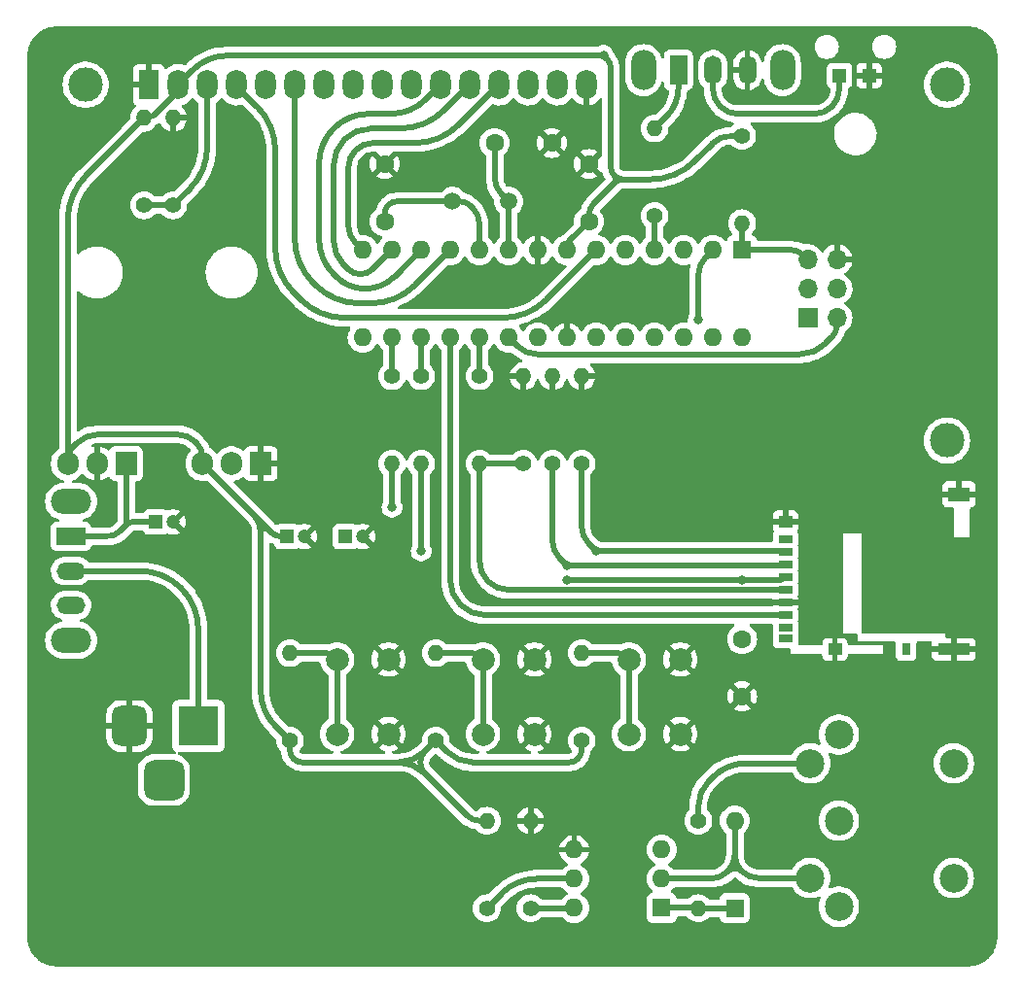
<source format=gbr>
%TF.GenerationSoftware,KiCad,Pcbnew,7.0.7-7.0.7~ubuntu22.04.1*%
%TF.CreationDate,2023-10-02T11:26:37+02:00*%
%TF.ProjectId,interrupter,696e7465-7272-4757-9074-65722e6b6963,rev?*%
%TF.SameCoordinates,Original*%
%TF.FileFunction,Copper,L1,Top*%
%TF.FilePolarity,Positive*%
%FSLAX46Y46*%
G04 Gerber Fmt 4.6, Leading zero omitted, Abs format (unit mm)*
G04 Created by KiCad (PCBNEW 7.0.7-7.0.7~ubuntu22.04.1) date 2023-10-02 11:26:37*
%MOMM*%
%LPD*%
G01*
G04 APERTURE LIST*
G04 Aperture macros list*
%AMRoundRect*
0 Rectangle with rounded corners*
0 $1 Rounding radius*
0 $2 $3 $4 $5 $6 $7 $8 $9 X,Y pos of 4 corners*
0 Add a 4 corners polygon primitive as box body*
4,1,4,$2,$3,$4,$5,$6,$7,$8,$9,$2,$3,0*
0 Add four circle primitives for the rounded corners*
1,1,$1+$1,$2,$3*
1,1,$1+$1,$4,$5*
1,1,$1+$1,$6,$7*
1,1,$1+$1,$8,$9*
0 Add four rect primitives between the rounded corners*
20,1,$1+$1,$2,$3,$4,$5,0*
20,1,$1+$1,$4,$5,$6,$7,0*
20,1,$1+$1,$6,$7,$8,$9,0*
20,1,$1+$1,$8,$9,$2,$3,0*%
G04 Aperture macros list end*
%TA.AperFunction,SMDPad,CuDef*%
%ADD10R,1.200000X0.700000*%
%TD*%
%TA.AperFunction,SMDPad,CuDef*%
%ADD11R,0.800000X1.000000*%
%TD*%
%TA.AperFunction,SMDPad,CuDef*%
%ADD12R,1.200000X1.000000*%
%TD*%
%TA.AperFunction,SMDPad,CuDef*%
%ADD13R,2.800000X1.000000*%
%TD*%
%TA.AperFunction,SMDPad,CuDef*%
%ADD14R,1.900000X1.300000*%
%TD*%
%TA.AperFunction,ComponentPad*%
%ADD15R,1.700000X1.700000*%
%TD*%
%TA.AperFunction,ComponentPad*%
%ADD16O,1.700000X1.700000*%
%TD*%
%TA.AperFunction,ComponentPad*%
%ADD17C,2.500000*%
%TD*%
%TA.AperFunction,ComponentPad*%
%ADD18R,3.500000X3.500000*%
%TD*%
%TA.AperFunction,ComponentPad*%
%ADD19RoundRect,0.750000X-0.750000X-1.000000X0.750000X-1.000000X0.750000X1.000000X-0.750000X1.000000X0*%
%TD*%
%TA.AperFunction,ComponentPad*%
%ADD20RoundRect,0.875000X-0.875000X-0.875000X0.875000X-0.875000X0.875000X0.875000X-0.875000X0.875000X0*%
%TD*%
%TA.AperFunction,ComponentPad*%
%ADD21R,1.905000X2.000000*%
%TD*%
%TA.AperFunction,ComponentPad*%
%ADD22O,1.905000X2.000000*%
%TD*%
%TA.AperFunction,ComponentPad*%
%ADD23R,1.208000X1.208000*%
%TD*%
%TA.AperFunction,ComponentPad*%
%ADD24C,1.600000*%
%TD*%
%TA.AperFunction,ComponentPad*%
%ADD25O,2.200000X3.500000*%
%TD*%
%TA.AperFunction,ComponentPad*%
%ADD26R,1.500000X2.500000*%
%TD*%
%TA.AperFunction,ComponentPad*%
%ADD27O,1.500000X2.500000*%
%TD*%
%TA.AperFunction,ComponentPad*%
%ADD28O,1.400000X1.400000*%
%TD*%
%TA.AperFunction,ComponentPad*%
%ADD29C,1.400000*%
%TD*%
%TA.AperFunction,ComponentPad*%
%ADD30C,1.500000*%
%TD*%
%TA.AperFunction,ComponentPad*%
%ADD31O,1.800000X2.600000*%
%TD*%
%TA.AperFunction,ComponentPad*%
%ADD32R,1.800000X2.600000*%
%TD*%
%TA.AperFunction,ComponentPad*%
%ADD33C,3.000000*%
%TD*%
%TA.AperFunction,ComponentPad*%
%ADD34O,1.600000X1.600000*%
%TD*%
%TA.AperFunction,ComponentPad*%
%ADD35R,1.600000X1.600000*%
%TD*%
%TA.AperFunction,ComponentPad*%
%ADD36C,2.000000*%
%TD*%
%TA.AperFunction,ComponentPad*%
%ADD37C,1.200000*%
%TD*%
%TA.AperFunction,ComponentPad*%
%ADD38R,1.200000X1.200000*%
%TD*%
%TA.AperFunction,ComponentPad*%
%ADD39O,2.500000X1.500000*%
%TD*%
%TA.AperFunction,ComponentPad*%
%ADD40R,2.500000X1.500000*%
%TD*%
%TA.AperFunction,ComponentPad*%
%ADD41O,3.500000X2.200000*%
%TD*%
%TA.AperFunction,ViaPad*%
%ADD42C,0.800000*%
%TD*%
%TA.AperFunction,Conductor*%
%ADD43C,0.508000*%
%TD*%
G04 APERTURE END LIST*
D10*
%TO.P,J2,1,DAT2*%
%TO.N,unconnected-(J2-DAT2-Pad1)*%
X87600000Y-70090000D03*
%TO.P,J2,2,DAT3/CD*%
%TO.N,/CS_3V*%
X87600000Y-71190000D03*
%TO.P,J2,3,CMD*%
%TO.N,/DI_3V*%
X87600000Y-72290000D03*
%TO.P,J2,4,VDD*%
%TO.N,+3.3V*%
X87600000Y-73390000D03*
%TO.P,J2,5,CLK*%
%TO.N,/CLK_3V*%
X87600000Y-74490000D03*
%TO.P,J2,6,VSS*%
%TO.N,GND*%
X87600000Y-75590000D03*
%TO.P,J2,7,DAT0*%
%TO.N,/DO*%
X87600000Y-76690000D03*
%TO.P,J2,8,DAT1*%
%TO.N,unconnected-(J2-DAT1-Pad8)*%
X87600000Y-77790000D03*
%TO.P,J2,9,DET_B*%
%TO.N,unconnected-(J2-DET_B-Pad9)*%
X87600000Y-78740000D03*
D11*
%TO.P,J2,10,DET_A*%
%TO.N,/CD*%
X98100000Y-79690000D03*
D12*
%TO.P,J2,11,SHIELD*%
%TO.N,GND*%
X91900000Y-79690000D03*
D13*
X102250000Y-79690000D03*
D12*
X87600000Y-68540000D03*
D14*
X102700000Y-66190000D03*
%TD*%
D15*
%TO.P,J3,1,MISO*%
%TO.N,/DO*%
X89535000Y-50800000D03*
D16*
%TO.P,J3,2,VCC*%
%TO.N,+5V*%
X92075000Y-50800000D03*
%TO.P,J3,3,SCK*%
%TO.N,/CLK_5V*%
X89535000Y-48260000D03*
%TO.P,J3,4,MOSI*%
%TO.N,/DI_5V*%
X92075000Y-48260000D03*
%TO.P,J3,5,~{RST}*%
%TO.N,/RESET*%
X89535000Y-45720000D03*
%TO.P,J3,6,GND*%
%TO.N,GND*%
X92075000Y-45720000D03*
%TD*%
D17*
%TO.P,J4,1*%
%TO.N,unconnected-(J4-Pad1)*%
X92250000Y-87115000D03*
%TO.P,J4,2*%
%TO.N,unconnected-(J4-Pad2)*%
X92250000Y-94615000D03*
%TO.P,J4,3*%
%TO.N,unconnected-(J4-Pad3)*%
X92250000Y-102115000D03*
%TO.P,J4,4*%
%TO.N,Net-(J4-Pad4)*%
X89750000Y-89615000D03*
%TO.P,J4,5*%
%TO.N,Net-(D1-A)*%
X89750000Y-99615000D03*
%TO.P,J4,6*%
%TO.N,N/C*%
X102250000Y-99615000D03*
X102250000Y-89615000D03*
%TD*%
D18*
%TO.P,J1,1*%
%TO.N,VCC*%
X36480000Y-86360000D03*
D19*
%TO.P,J1,2*%
%TO.N,GND*%
X30480000Y-86360000D03*
D20*
%TO.P,J1,3*%
%TO.N,N/C*%
X33480000Y-91060000D03*
%TD*%
D21*
%TO.P,U2,1,GND*%
%TO.N,GND*%
X41910000Y-63500000D03*
D22*
%TO.P,U2,2,VO*%
%TO.N,+3.3V*%
X39370000Y-63500000D03*
%TO.P,U2,3,VI*%
%TO.N,+5V*%
X36830000Y-63500000D03*
%TD*%
D23*
%TO.P,U3,P$1,K*%
%TO.N,GND*%
X94886000Y-29678000D03*
%TO.P,U3,P$2,A*%
%TO.N,Net-(SW2A-B)*%
X92286000Y-29678000D03*
%TD*%
D24*
%TO.P,C5,1*%
%TO.N,+3.3V*%
X83820000Y-78780000D03*
%TO.P,C5,2*%
%TO.N,GND*%
X83820000Y-83780000D03*
%TD*%
D25*
%TO.P,SW2,*%
%TO.N,*%
X75230000Y-29210000D03*
X87330000Y-29210000D03*
D26*
%TO.P,SW2,1,A*%
%TO.N,/OPT*%
X78280000Y-29210000D03*
D27*
%TO.P,SW2,2,B*%
%TO.N,Net-(SW2A-B)*%
X81280000Y-29210000D03*
%TO.P,SW2,3,C*%
%TO.N,GND*%
X84280000Y-29210000D03*
%TD*%
D28*
%TO.P,R14,2*%
%TO.N,GND*%
X65405000Y-94615000D03*
D29*
%TO.P,R14,1*%
%TO.N,Net-(R14-Pad1)*%
X65405000Y-102235000D03*
%TD*%
D30*
%TO.P,Y1,2,2*%
%TO.N,/X1*%
X63500000Y-40640000D03*
%TO.P,Y1,1,1*%
%TO.N,/X2*%
X58620000Y-40640000D03*
%TD*%
D31*
%TO.P,DS1,16,LED(-)*%
%TO.N,GND*%
X70269100Y-30480000D03*
%TO.P,DS1,15,LED(+)*%
%TO.N,/BL*%
X67729100Y-30480000D03*
%TO.P,DS1,14,D7*%
%TO.N,/DB7*%
X65189100Y-30480000D03*
%TO.P,DS1,13,D6*%
%TO.N,/DB6*%
X62649100Y-30480000D03*
%TO.P,DS1,12,D5*%
%TO.N,/DB5*%
X60109100Y-30480000D03*
%TO.P,DS1,11,D4*%
%TO.N,/DB4*%
X57569100Y-30480000D03*
%TO.P,DS1,10,D3*%
%TO.N,unconnected-(DS1-D3-Pad10)*%
X55029100Y-30480000D03*
%TO.P,DS1,9,D2*%
%TO.N,unconnected-(DS1-D2-Pad9)*%
X52489100Y-30480000D03*
%TO.P,DS1,8,D1*%
%TO.N,unconnected-(DS1-D1-Pad8)*%
X49949100Y-30480000D03*
%TO.P,DS1,7,D0*%
%TO.N,unconnected-(DS1-D0-Pad7)*%
X47409100Y-30480000D03*
%TO.P,DS1,6,E*%
%TO.N,/E*%
X44869100Y-30480000D03*
%TO.P,DS1,5,R/W*%
%TO.N,GND*%
X42329100Y-30480000D03*
%TO.P,DS1,4,RS*%
%TO.N,/RS*%
X39789100Y-30480000D03*
%TO.P,DS1,3,VO*%
%TO.N,Net-(DS1-VO)*%
X37249100Y-30480000D03*
%TO.P,DS1,2,VDD*%
%TO.N,+5V*%
X34709100Y-30480000D03*
D32*
%TO.P,DS1,1,VSS*%
%TO.N,GND*%
X32169100Y-30480000D03*
D33*
%TO.P,DS1,*%
%TO.N,*%
X101669100Y-30480000D03*
X101668580Y-61480700D03*
X26670000Y-30480000D03*
%TD*%
D34*
%TO.P,U5,6*%
%TO.N,Net-(R14-Pad1)*%
X69205000Y-102220000D03*
%TO.P,U5,5*%
%TO.N,/RX*%
X69205000Y-99680000D03*
%TO.P,U5,4*%
%TO.N,GND*%
X69205000Y-97140000D03*
%TO.P,U5,3,NC*%
%TO.N,unconnected-(U5-NC-Pad3)*%
X76825000Y-97140000D03*
%TO.P,U5,2*%
%TO.N,Net-(D1-A)*%
X76825000Y-99680000D03*
D35*
%TO.P,U5,1*%
%TO.N,Net-(D1-K)*%
X76825000Y-102220000D03*
%TD*%
D28*
%TO.P,R11,2*%
%TO.N,GND*%
X69850000Y-55880000D03*
D29*
%TO.P,R11,1*%
%TO.N,/CS_3V*%
X69850000Y-63500000D03*
%TD*%
D28*
%TO.P,R13,2*%
%TO.N,/OPT*%
X76200000Y-34290000D03*
D29*
%TO.P,R13,1*%
%TO.N,Net-(U4-PD2)*%
X76200000Y-41910000D03*
%TD*%
D28*
%TO.P,R5,2*%
%TO.N,/OK*%
X44450000Y-80010000D03*
D29*
%TO.P,R5,1*%
%TO.N,+5V*%
X44450000Y-87630000D03*
%TD*%
D36*
%TO.P,SW5,2,A*%
%TO.N,/OK*%
X48550000Y-87070000D03*
X48550000Y-80570000D03*
%TO.P,SW5,1,1*%
%TO.N,GND*%
X53050000Y-87070000D03*
X53050000Y-80570000D03*
%TD*%
%TO.P,SW3,2,K*%
%TO.N,/UP*%
X73950000Y-87070000D03*
X73950000Y-80570000D03*
%TO.P,SW3,1,2*%
%TO.N,GND*%
X78450000Y-87070000D03*
X78450000Y-80570000D03*
%TD*%
D34*
%TO.P,D1,2,A*%
%TO.N,Net-(D1-A)*%
X83185000Y-94615000D03*
D35*
%TO.P,D1,1,K*%
%TO.N,Net-(D1-K)*%
X83185000Y-102235000D03*
%TD*%
D22*
%TO.P,U1,3,VO*%
%TO.N,+5V*%
X25110000Y-63500000D03*
%TO.P,U1,2,GND*%
%TO.N,GND*%
X27650000Y-63500000D03*
D21*
%TO.P,U1,1,VI*%
%TO.N,Net-(SW1A-A)*%
X30190000Y-63500000D03*
%TD*%
D28*
%TO.P,R10,2*%
%TO.N,GND*%
X67310000Y-55880000D03*
D29*
%TO.P,R10,1*%
%TO.N,/DI_3V*%
X67310000Y-63500000D03*
%TD*%
D28*
%TO.P,R2,2*%
%TO.N,GND*%
X34290000Y-33370000D03*
D29*
%TO.P,R2,1*%
%TO.N,Net-(DS1-VO)*%
X34290000Y-40990000D03*
%TD*%
D34*
%TO.P,U4,28,PC5*%
%TO.N,unconnected-(U4-PC5-Pad28)*%
X83810000Y-52510000D03*
%TO.P,U4,27,PC4*%
%TO.N,unconnected-(U4-PC4-Pad27)*%
X81270000Y-52510000D03*
%TO.P,U4,26,PC3*%
%TO.N,/UP*%
X78730000Y-52510000D03*
%TO.P,U4,25,PC2*%
%TO.N,/DN*%
X76190000Y-52510000D03*
%TO.P,U4,24,PC1*%
%TO.N,unconnected-(U4-PC1-Pad24)*%
X73650000Y-52510000D03*
%TO.P,U4,23,PC0*%
%TO.N,/OK*%
X71110000Y-52510000D03*
%TO.P,U4,22,GND*%
%TO.N,GND*%
X68570000Y-52510000D03*
%TO.P,U4,21,AREF*%
%TO.N,unconnected-(U4-AREF-Pad21)*%
X66030000Y-52510000D03*
%TO.P,U4,20,AVCC*%
%TO.N,+5V*%
X63490000Y-52510000D03*
%TO.P,U4,19,PB5*%
%TO.N,/CLK_5V*%
X60950000Y-52510000D03*
%TO.P,U4,18,PB4*%
%TO.N,/DO*%
X58410000Y-52510000D03*
%TO.P,U4,17,PB3*%
%TO.N,/DI_5V*%
X55870000Y-52510000D03*
%TO.P,U4,16,PB2*%
%TO.N,/CS_5V*%
X53330000Y-52510000D03*
%TO.P,U4,15,PB1*%
%TO.N,/DB7*%
X50790000Y-52510000D03*
%TO.P,U4,14,PB0*%
%TO.N,/DB6*%
X50790000Y-44890000D03*
%TO.P,U4,13,PD7*%
%TO.N,/DB5*%
X53330000Y-44890000D03*
%TO.P,U4,12,PD6*%
%TO.N,/DB4*%
X55870000Y-44890000D03*
%TO.P,U4,11,PD5*%
%TO.N,/E*%
X58410000Y-44890000D03*
%TO.P,U4,10,XTAL2/PB7*%
%TO.N,/X2*%
X60950000Y-44890000D03*
%TO.P,U4,9,XTAL1/PB6*%
%TO.N,/X1*%
X63490000Y-44890000D03*
%TO.P,U4,8,GND*%
%TO.N,GND*%
X66030000Y-44890000D03*
%TO.P,U4,7,VCC*%
%TO.N,+5V*%
X68570000Y-44890000D03*
%TO.P,U4,6,PD4*%
%TO.N,/RS*%
X71110000Y-44890000D03*
%TO.P,U4,5,PD3*%
%TO.N,unconnected-(U4-PD3-Pad5)*%
X73650000Y-44890000D03*
%TO.P,U4,4,PD2*%
%TO.N,Net-(U4-PD2)*%
X76190000Y-44890000D03*
%TO.P,U4,3,PD1*%
%TO.N,unconnected-(U4-PD1-Pad3)*%
X78730000Y-44890000D03*
%TO.P,U4,2,PD0*%
%TO.N,/RX*%
X81270000Y-44890000D03*
D35*
%TO.P,U4,1,~{RESET}/PC6*%
%TO.N,/RESET*%
X83810000Y-44890000D03*
%TD*%
D37*
%TO.P,C2,2*%
%TO.N,GND*%
X45720000Y-69850000D03*
D38*
%TO.P,C2,1*%
%TO.N,+5V*%
X44220000Y-69850000D03*
%TD*%
D24*
%TO.P,C6,2*%
%TO.N,GND*%
X67270000Y-35560000D03*
%TO.P,C6,1*%
%TO.N,/X1*%
X62270000Y-35560000D03*
%TD*%
D28*
%TO.P,R7,2*%
%TO.N,/CS_3V*%
X53340000Y-63500000D03*
D29*
%TO.P,R7,1*%
%TO.N,/CS_5V*%
X53340000Y-55880000D03*
%TD*%
D28*
%TO.P,R15,2*%
%TO.N,+5V*%
X61595000Y-94615000D03*
D29*
%TO.P,R15,1*%
%TO.N,/RX*%
X61595000Y-102235000D03*
%TD*%
D28*
%TO.P,R12,2*%
%TO.N,GND*%
X64770000Y-55880000D03*
D29*
%TO.P,R12,1*%
%TO.N,/CLK_3V*%
X64770000Y-63500000D03*
%TD*%
D37*
%TO.P,C3,2*%
%TO.N,GND*%
X50800000Y-69850000D03*
D38*
%TO.P,C3,1*%
%TO.N,+3.3V*%
X49300000Y-69850000D03*
%TD*%
D28*
%TO.P,R16,2*%
%TO.N,Net-(D1-K)*%
X80010000Y-102235000D03*
D29*
%TO.P,R16,1*%
%TO.N,Net-(J4-Pad4)*%
X80010000Y-94615000D03*
%TD*%
D39*
%TO.P,SW1,3,C*%
%TO.N,unconnected-(SW1A-C-Pad3)*%
X25400000Y-75850000D03*
%TO.P,SW1,2,B*%
%TO.N,VCC*%
X25400000Y-72850000D03*
D40*
%TO.P,SW1,1,A*%
%TO.N,Net-(SW1A-A)*%
X25400000Y-69850000D03*
D41*
%TO.P,SW1,*%
%TO.N,*%
X25400000Y-78900000D03*
X25400000Y-66800000D03*
%TD*%
D28*
%TO.P,R9,2*%
%TO.N,/RESET*%
X83820000Y-42545000D03*
D29*
%TO.P,R9,1*%
%TO.N,+5V*%
X83820000Y-34925000D03*
%TD*%
D28*
%TO.P,R1,2*%
%TO.N,+5V*%
X31750000Y-33370000D03*
D29*
%TO.P,R1,1*%
%TO.N,Net-(DS1-VO)*%
X31750000Y-40990000D03*
%TD*%
D24*
%TO.P,C7,1*%
%TO.N,/X2*%
X52705000Y-42390000D03*
%TO.P,C7,2*%
%TO.N,GND*%
X52705000Y-37390000D03*
%TD*%
D28*
%TO.P,R3,2*%
%TO.N,/UP*%
X69850000Y-80010000D03*
D29*
%TO.P,R3,1*%
%TO.N,+5V*%
X69850000Y-87630000D03*
%TD*%
D24*
%TO.P,C4,2*%
%TO.N,GND*%
X70485000Y-37390000D03*
%TO.P,C4,1*%
%TO.N,+5V*%
X70485000Y-42390000D03*
%TD*%
D37*
%TO.P,C1,2*%
%TO.N,GND*%
X34290000Y-68580000D03*
D38*
%TO.P,C1,1*%
%TO.N,Net-(SW1A-A)*%
X32790000Y-68580000D03*
%TD*%
D36*
%TO.P,SW4,2,A*%
%TO.N,/DN*%
X61250000Y-87070000D03*
X61250000Y-80570000D03*
%TO.P,SW4,1,2*%
%TO.N,GND*%
X65750000Y-87070000D03*
X65750000Y-80570000D03*
%TD*%
D28*
%TO.P,R8,2*%
%TO.N,/CLK_3V*%
X60960000Y-63500000D03*
D29*
%TO.P,R8,1*%
%TO.N,/CLK_5V*%
X60960000Y-55880000D03*
%TD*%
D28*
%TO.P,R6,2*%
%TO.N,/DI_3V*%
X55880000Y-63500000D03*
D29*
%TO.P,R6,1*%
%TO.N,/DI_5V*%
X55880000Y-55880000D03*
%TD*%
D28*
%TO.P,R4,2*%
%TO.N,/DN*%
X57150000Y-80010000D03*
D29*
%TO.P,R4,1*%
%TO.N,+5V*%
X57150000Y-87630000D03*
%TD*%
D42*
%TO.N,+5V*%
X71755000Y-27940000D03*
%TO.N,+3.3V*%
X83820000Y-73636500D03*
X68580000Y-73636500D03*
%TO.N,/CS_3V*%
X53340000Y-67310000D03*
X71120000Y-71120000D03*
%TO.N,/RX*%
X80010000Y-50955000D03*
%TO.N,/DI_3V*%
X55880000Y-71120000D03*
X68580000Y-72390000D03*
%TD*%
D43*
%TO.N,Net-(SW2A-B)*%
X90117974Y-33019989D02*
G75*
G03*
X91651000Y-32385000I26J2167989D01*
G01*
X91651008Y-32385008D02*
G75*
G03*
X92286000Y-30851974I-1533008J1533008D01*
G01*
X81914992Y-32385008D02*
G75*
G03*
X83448025Y-33020000I1533008J1533008D01*
G01*
X81280011Y-30851974D02*
G75*
G03*
X81915000Y-32385000I2167989J-26D01*
G01*
%TO.N,/OPT*%
X77239995Y-33249995D02*
G75*
G03*
X78280000Y-30739217I-2510795J2510795D01*
G01*
%TO.N,/CS_5V*%
X53340011Y-52527071D02*
G75*
G03*
X53334999Y-52515001I-17111J-29D01*
G01*
%TO.N,/DI_5V*%
X55880011Y-52527071D02*
G75*
G03*
X55874999Y-52515001I-17111J-29D01*
G01*
%TO.N,/CLK_5V*%
X60960011Y-52527071D02*
G75*
G03*
X60954999Y-52515001I-17111J-29D01*
G01*
%TO.N,Net-(U4-PD2)*%
X76194992Y-44884992D02*
G75*
G03*
X76200000Y-44872928I-12092J12092D01*
G01*
%TO.N,Net-(R14-Pad1)*%
X69179393Y-102234997D02*
G75*
G03*
X69197500Y-102227500I7J25597D01*
G01*
%TO.N,Net-(J4-Pad4)*%
X84209482Y-89614992D02*
G75*
G03*
X81239999Y-90844999I18J-4199508D01*
G01*
X80908036Y-91176985D02*
G75*
G03*
X80010000Y-93345000I2167964J-2168015D01*
G01*
%TO.N,/CLK_3V*%
X60960005Y-71989088D02*
G75*
G03*
X61692500Y-73757500I2500895J-12D01*
G01*
X61692497Y-73757503D02*
G75*
G03*
X63460911Y-74490000I1768403J1768403D01*
G01*
%TO.N,/DI_3V*%
X87429289Y-72389995D02*
G75*
G03*
X87550000Y-72340000I11J170695D01*
G01*
X67310011Y-70221974D02*
G75*
G03*
X67945000Y-71755000I2167989J-26D01*
G01*
%TO.N,/RX*%
X65956657Y-99679983D02*
G75*
G03*
X62872500Y-100957500I43J-4361717D01*
G01*
X80639984Y-45519984D02*
G75*
G03*
X80010000Y-47040954I1520916J-1520916D01*
G01*
%TO.N,/OK*%
X48269994Y-80290006D02*
G75*
G03*
X47594020Y-80010000I-675994J-675994D01*
G01*
X48550008Y-80965979D02*
G75*
G03*
X48270000Y-80290000I-956008J-21D01*
G01*
%TO.N,/DN*%
X61250008Y-80965979D02*
G75*
G03*
X60970000Y-80290000I-956008J-21D01*
G01*
X60969994Y-80290006D02*
G75*
G03*
X60294020Y-80010000I-675994J-675994D01*
G01*
%TO.N,/UP*%
X73950008Y-80965979D02*
G75*
G03*
X73670000Y-80290000I-956008J-21D01*
G01*
X73669994Y-80290006D02*
G75*
G03*
X72994020Y-80010000I-675994J-675994D01*
G01*
%TO.N,/RESET*%
X83814992Y-44884992D02*
G75*
G03*
X83820000Y-44872928I-12092J12092D01*
G01*
X89120000Y-45305000D02*
G75*
G03*
X88118101Y-44890000I-1001900J-1001900D01*
G01*
X83815049Y-44885049D02*
G75*
G03*
X83817071Y-44890000I2051J-2051D01*
G01*
%TO.N,/CS_3V*%
X69850011Y-68951974D02*
G75*
G03*
X70485000Y-70485000I2167989J-26D01*
G01*
X87564999Y-71155001D02*
G75*
G03*
X87480502Y-71120000I-84499J-84499D01*
G01*
%TO.N,/DO*%
X59295006Y-75804994D02*
G75*
G03*
X61431579Y-76690000I2136594J2136594D01*
G01*
X58409992Y-73668420D02*
G75*
G03*
X59295000Y-75805000I3021608J20D01*
G01*
%TO.N,/DB6*%
X49529952Y-42739045D02*
G75*
G03*
X50160000Y-44260000I2150948J45D01*
G01*
X50164992Y-36194992D02*
G75*
G03*
X49530000Y-37728025I1533008J-1533008D01*
G01*
X55315136Y-35560010D02*
G75*
G03*
X59162892Y-33966207I-36J5441610D01*
G01*
X51698025Y-35560011D02*
G75*
G03*
X50165000Y-36195000I-25J-2167989D01*
G01*
%TO.N,/DB5*%
X49502858Y-46538872D02*
G75*
G03*
X50592000Y-46990000I1089142J1089172D01*
G01*
X54045136Y-34290010D02*
G75*
G03*
X57892892Y-32696207I-36J5441610D01*
G01*
X50592000Y-46989989D02*
G75*
G03*
X51681133Y-46538864I0J1540289D01*
G01*
X49212489Y-35242489D02*
G75*
G03*
X48260000Y-37542038I2299511J-2299511D01*
G01*
X51512038Y-34290016D02*
G75*
G03*
X49212500Y-35242500I-38J-3251984D01*
G01*
X48260017Y-44098161D02*
G75*
G03*
X49107001Y-46142999I2891783J-39D01*
G01*
%TO.N,/DB4*%
X46990001Y-43923948D02*
G75*
G03*
X48260000Y-46990000I4336049J-2D01*
G01*
X51326051Y-33020022D02*
G75*
G03*
X48260001Y-34290001I-51J-4335978D01*
G01*
X48259985Y-34289985D02*
G75*
G03*
X46990000Y-37356051I3066015J-3066015D01*
G01*
X48479947Y-47209945D02*
G75*
G03*
X51015000Y-48260000I2535053J2535045D01*
G01*
X53233048Y-33020020D02*
G75*
G03*
X56299100Y-31750000I-48J4336120D01*
G01*
X51015000Y-48260001D02*
G75*
G03*
X53550053Y-47209946I0J3585101D01*
G01*
%TO.N,Net-(DS1-VO)*%
X35769550Y-39510450D02*
G75*
G03*
X37249100Y-35938500I-3571950J3571950D01*
G01*
%TO.N,/E*%
X46666215Y-47936199D02*
G75*
G03*
X50513963Y-49530000I3847785J3847799D01*
G01*
X44869103Y-43885136D02*
G75*
G03*
X46462892Y-47732892I5441547J-4D01*
G01*
X51516036Y-49530010D02*
G75*
G03*
X55363792Y-47936207I-36J5441610D01*
G01*
%TO.N,/RS*%
X62946036Y-50800010D02*
G75*
G03*
X66793792Y-49206207I-36J5441610D01*
G01*
X45396215Y-49206199D02*
G75*
G03*
X49243963Y-50800000I3847785J3847799D01*
G01*
X43180010Y-36226463D02*
G75*
G03*
X41586206Y-32378708I-5441610J-37D01*
G01*
X43180003Y-44736036D02*
G75*
G03*
X44773792Y-48583792I5441547J-4D01*
G01*
X39789088Y-30530800D02*
G75*
G03*
X39825021Y-30617521I122612J0D01*
G01*
%TO.N,Net-(D1-A)*%
X81042580Y-99679992D02*
G75*
G03*
X82557500Y-99052500I20J2142392D01*
G01*
X82589987Y-99019987D02*
G75*
G03*
X83185000Y-97583542I-1436487J1436487D01*
G01*
X83779999Y-99020001D02*
G75*
G03*
X82590001Y-99020001I-594999J-594996D01*
G01*
X83184983Y-97583542D02*
G75*
G03*
X83780001Y-99019999I2031517J42D01*
G01*
X83780013Y-99019987D02*
G75*
G03*
X85216457Y-99615000I1436487J1436487D01*
G01*
%TO.N,Net-(D1-K)*%
X80002502Y-102227498D02*
G75*
G03*
X79984393Y-102220000I-18102J-18102D01*
G01*
X80002498Y-102227502D02*
G75*
G03*
X80020606Y-102235000I18102J18102D01*
G01*
%TO.N,Net-(SW1A-A)*%
X28517035Y-69850014D02*
G75*
G03*
X29700000Y-69360000I-35J1673014D01*
G01*
X30685060Y-68579984D02*
G75*
G03*
X30335000Y-68725000I40J-495116D01*
G01*
X30044989Y-69014989D02*
G75*
G03*
X30190000Y-68664939I-350089J350089D01*
G01*
X30189906Y-68664939D02*
G75*
G03*
X30335000Y-68725000I84994J39D01*
G01*
X30335000Y-68725000D02*
X30045000Y-69015000D01*
%TO.N,/X2*%
X53022496Y-40957496D02*
G75*
G03*
X52705000Y-41724012I766504J-766504D01*
G01*
X60949931Y-44882929D02*
G75*
G03*
X60954999Y-44884999I2969J29D01*
G01*
X60949952Y-42620243D02*
G75*
G03*
X60370000Y-41220000I-1980252J43D01*
G01*
X60203654Y-41053660D02*
G75*
G03*
X59205000Y-40640000I-998654J-998640D01*
G01*
X53789012Y-40640006D02*
G75*
G03*
X53022500Y-40957500I-12J-1083994D01*
G01*
%TO.N,/X1*%
X62270018Y-38540258D02*
G75*
G03*
X62885001Y-40024999I2099682J-42D01*
G01*
X63494992Y-44884992D02*
G75*
G03*
X63500000Y-44872928I-12092J12092D01*
G01*
%TO.N,+3.3V*%
X87179198Y-73636499D02*
G75*
G03*
X87476750Y-73513250I2J420799D01*
G01*
%TO.N,+5V*%
X70879217Y-40880792D02*
G75*
G03*
X70485000Y-41832500I951683J-951708D01*
G01*
X59875992Y-94165982D02*
G75*
G03*
X60960000Y-94615000I1084008J1083982D01*
G01*
X72390006Y-37650987D02*
G75*
G03*
X72707500Y-38417500I1083994J-13D01*
G01*
X36195008Y-61594992D02*
G75*
G03*
X34661974Y-60960000I-1533008J-1533008D01*
G01*
X41909989Y-69478025D02*
G75*
G03*
X41275000Y-67945000I-2167989J25D01*
G01*
X42545044Y-69214956D02*
G75*
G03*
X41910000Y-69478025I-263044J-263044D01*
G01*
X34909926Y-30279189D02*
G75*
G03*
X34709100Y-30764000I484774J-484811D01*
G01*
X75851036Y-38735009D02*
G75*
G03*
X79698792Y-37141206I-36J5441609D01*
G01*
X53897961Y-89534984D02*
G75*
G03*
X56197500Y-88582500I39J3251984D01*
G01*
X56197511Y-90487489D02*
G75*
G03*
X53897961Y-89535000I-2299511J-2299511D01*
G01*
X56197500Y-88582500D02*
G75*
G03*
X56197500Y-90487500I952500J-952500D01*
G01*
X82867500Y-34924989D02*
G75*
G03*
X81241481Y-35598520I0J-2299511D01*
G01*
X44450006Y-88450987D02*
G75*
G03*
X44767500Y-89217500I1083994J-13D01*
G01*
X36829993Y-62865000D02*
G75*
G03*
X37279012Y-63949012I1533007J0D01*
G01*
X69532504Y-89217504D02*
G75*
G03*
X69850000Y-88450987I-766504J766504D01*
G01*
X68765987Y-89534994D02*
G75*
G03*
X69532500Y-89217500I13J1083994D01*
G01*
X34508274Y-31248811D02*
G75*
G03*
X34709100Y-30764000I-484774J484811D01*
G01*
X72389994Y-29024012D02*
G75*
G03*
X72072500Y-28257500I-1083994J12D01*
G01*
X72707499Y-39052499D02*
G75*
G03*
X72707499Y-38417501I-317499J317499D01*
G01*
X73474012Y-38735006D02*
G75*
G03*
X72707500Y-39052500I-12J-1083994D01*
G01*
X72707496Y-38417504D02*
G75*
G03*
X73474012Y-38735000I766504J766504D01*
G01*
X91625982Y-52519007D02*
G75*
G03*
X92075000Y-51435000I-1083982J1084007D01*
G01*
X41910001Y-83293948D02*
G75*
G03*
X43180000Y-86360000I4336049J-2D01*
G01*
X25456475Y-62173510D02*
G75*
G03*
X25110000Y-63010000I836525J-836490D01*
G01*
X64222497Y-53242503D02*
G75*
G03*
X65990911Y-53975000I1768403J1768403D01*
G01*
X26703821Y-38416236D02*
G75*
G03*
X25110000Y-42263963I3847679J-3847764D01*
G01*
X39045151Y-27940022D02*
G75*
G03*
X35979101Y-29210001I-51J-4335978D01*
G01*
X44767496Y-89217504D02*
G75*
G03*
X45534012Y-89535000I766504J766504D01*
G01*
X32068550Y-33370021D02*
G75*
G03*
X31524751Y-33595248I-50J-768979D01*
G01*
X42812302Y-69482306D02*
G75*
G03*
X43700000Y-69850000I887698J887706D01*
G01*
X36830007Y-62865000D02*
G75*
G03*
X36380987Y-61780987I-1533007J0D01*
G01*
X25110000Y-63010000D02*
G75*
G02*
X25110000Y-63010000I0J0D01*
G01*
X88822961Y-53974984D02*
G75*
G03*
X91122500Y-53022500I39J3251984D01*
G01*
X32068550Y-33370019D02*
G75*
G03*
X32612348Y-33144751I-50J769119D01*
G01*
X68776840Y-44098183D02*
G75*
G03*
X68570000Y-44597500I499260J-499317D01*
G01*
X27773086Y-60959995D02*
G75*
G03*
X25890000Y-61740000I14J-2663105D01*
G01*
X58102489Y-88582511D02*
G75*
G03*
X60402038Y-89535000I2299511J2299511D01*
G01*
X41275000Y-67945000D02*
X42545000Y-69215000D01*
X40005000Y-66675000D02*
X41275000Y-67945000D01*
%TO.N,VCC*%
X34980006Y-74349994D02*
G75*
G03*
X31358679Y-72850000I-3621306J-3621306D01*
G01*
X36479991Y-77971320D02*
G75*
G03*
X34980000Y-74350000I-5121291J20D01*
G01*
X36480000Y-77971320D02*
X36480000Y-86360000D01*
X31358679Y-72850000D02*
X25400000Y-72850000D01*
%TO.N,+5V*%
X25110000Y-42263963D02*
X25110000Y-63010000D01*
X69850000Y-88450987D02*
X69850000Y-87630000D01*
X44450000Y-88450987D02*
X44450000Y-87630000D01*
X60960000Y-94615000D02*
X61595000Y-94615000D01*
X42545000Y-69215000D02*
X42812304Y-69482304D01*
X40005000Y-66675000D02*
X37279012Y-63949012D01*
X70879212Y-40880787D02*
X72707500Y-39052500D01*
X82867500Y-34925000D02*
X83820000Y-34925000D01*
X26703792Y-38416207D02*
X31524751Y-33595248D01*
X64222500Y-53242500D02*
X63490000Y-52510000D01*
X57150000Y-87630000D02*
X58102500Y-88582500D01*
X34661974Y-60960000D02*
X27773086Y-60960000D01*
X68765987Y-89535000D02*
X60402038Y-89535000D01*
X59875987Y-94165987D02*
X56197500Y-90487500D01*
X92075000Y-51435000D02*
X92075000Y-50800000D01*
X71755000Y-27940000D02*
X39045151Y-27940000D01*
X56197500Y-88582500D02*
X57150000Y-87630000D01*
X41910000Y-69478025D02*
X41910000Y-83293948D01*
X43700000Y-69850000D02*
X44220000Y-69850000D01*
X71755000Y-27940000D02*
X72072500Y-28257500D01*
X70485000Y-42390000D02*
X68776828Y-44098171D01*
X70485000Y-41832500D02*
X70485000Y-42390000D01*
X75851036Y-38735000D02*
X73474012Y-38735000D01*
X25456482Y-62173517D02*
X25890000Y-61740000D01*
X36195000Y-61595000D02*
X36380987Y-61780987D01*
X34909918Y-30279181D02*
X35979100Y-29210000D01*
X72390000Y-37650987D02*
X72390000Y-29024012D01*
X68570000Y-44597500D02*
X68570000Y-44890000D01*
X43180000Y-86360000D02*
X44450000Y-87630000D01*
X65990911Y-53975000D02*
X88822961Y-53975000D01*
X34508281Y-31248818D02*
X32612348Y-33144751D01*
X79698792Y-37141206D02*
X81241480Y-35598519D01*
X53897961Y-89535000D02*
X45534012Y-89535000D01*
X91625987Y-52519012D02*
X91122500Y-53022500D01*
%TO.N,+3.3V*%
X87179198Y-73636500D02*
X83820000Y-73636500D01*
X87476750Y-73513250D02*
X87600000Y-73390000D01*
X83820000Y-73636500D02*
X68580000Y-73636500D01*
%TO.N,/X1*%
X62270000Y-38540258D02*
X62270000Y-35560000D01*
X62885000Y-40025000D02*
X63500000Y-40640000D01*
X63500000Y-40640000D02*
X63500000Y-44872928D01*
X63495000Y-44885000D02*
X63490000Y-44890000D01*
%TO.N,/X2*%
X60955000Y-44885000D02*
X60960000Y-44880000D01*
X60370000Y-41220000D02*
X60203657Y-41053657D01*
X59205000Y-40640000D02*
X58620000Y-40640000D01*
X60950000Y-44882928D02*
X60950000Y-42620243D01*
X52705000Y-41724012D02*
X52705000Y-42390000D01*
X53789012Y-40640000D02*
X58620000Y-40640000D01*
%TO.N,Net-(SW1A-A)*%
X30685060Y-68580000D02*
X32790000Y-68580000D01*
X30190000Y-68664939D02*
X30190000Y-63500000D01*
X28517035Y-69850000D02*
X25400000Y-69850000D01*
X29700000Y-69360000D02*
X30045000Y-69015000D01*
%TO.N,Net-(D1-K)*%
X79984393Y-102220000D02*
X76825000Y-102220000D01*
X80020606Y-102235000D02*
X83185000Y-102235000D01*
%TO.N,Net-(D1-A)*%
X81042580Y-99680000D02*
X76825000Y-99680000D01*
X82557500Y-99052500D02*
X82590000Y-99020000D01*
X83185000Y-97583542D02*
X83185000Y-94615000D01*
X85216457Y-99615000D02*
X89750000Y-99615000D01*
%TO.N,/RS*%
X41586207Y-32378707D02*
X39825021Y-30617521D01*
X39789100Y-30530800D02*
X39789100Y-30480000D01*
X66793792Y-49206207D02*
X71110000Y-44890000D01*
X45396207Y-49206207D02*
X44773792Y-48583792D01*
X43180000Y-36226463D02*
X43180000Y-44736036D01*
X62946036Y-50800000D02*
X49243963Y-50800000D01*
%TO.N,/E*%
X55363792Y-47936207D02*
X58410000Y-44890000D01*
X46666207Y-47936207D02*
X46462892Y-47732892D01*
X44869100Y-43885136D02*
X44869100Y-30480000D01*
X50513963Y-49530000D02*
X51516036Y-49530000D01*
%TO.N,Net-(DS1-VO)*%
X37249100Y-35938500D02*
X37249100Y-30480000D01*
X35769550Y-39510450D02*
X34290000Y-40990000D01*
X34290000Y-40990000D02*
X31750000Y-40990000D01*
%TO.N,/DB4*%
X48260000Y-46990000D02*
X48479946Y-47209946D01*
X56299100Y-31750000D02*
X57569100Y-30480000D01*
X46990000Y-43923948D02*
X46990000Y-37356051D01*
X51326051Y-33020000D02*
X53233048Y-33020000D01*
X53550053Y-47209946D02*
X55870000Y-44890000D01*
%TO.N,/DB5*%
X49502865Y-46538865D02*
X49107000Y-46143000D01*
X57892892Y-32696207D02*
X60109100Y-30480000D01*
X51681134Y-46538865D02*
X53330000Y-44890000D01*
X48260000Y-37542038D02*
X48260000Y-44098161D01*
X54045136Y-34290000D02*
X51512038Y-34290000D01*
%TO.N,/DB6*%
X59162892Y-33966207D02*
X62649100Y-30480000D01*
X55315136Y-35560000D02*
X51698025Y-35560000D01*
X50160000Y-44260000D02*
X50790000Y-44890000D01*
X49530000Y-42739045D02*
X49530000Y-37728025D01*
%TO.N,/DO*%
X61431579Y-76690000D02*
X87600000Y-76690000D01*
X58410000Y-73668420D02*
X58410000Y-52510000D01*
%TO.N,/CS_3V*%
X71120000Y-71120000D02*
X87480502Y-71120000D01*
X53340000Y-67310000D02*
X53340000Y-63500000D01*
X87565000Y-71155000D02*
X87600000Y-71190000D01*
X70485000Y-70485000D02*
X71120000Y-71120000D01*
X69850000Y-68951974D02*
X69850000Y-63500000D01*
%TO.N,/RESET*%
X88118101Y-44890000D02*
X83817071Y-44890000D01*
X89120000Y-45305000D02*
X89535000Y-45720000D01*
X83820000Y-44872928D02*
X83820000Y-42545000D01*
%TO.N,Net-(J4-Pad4)*%
X81239999Y-90844999D02*
X80908025Y-91176974D01*
X80010000Y-93345000D02*
X80010000Y-94615000D01*
X84209482Y-89615000D02*
X89750000Y-89615000D01*
%TO.N,/UP*%
X72994020Y-80010000D02*
X69850000Y-80010000D01*
X73950000Y-80965979D02*
X73950000Y-87070000D01*
%TO.N,/DN*%
X61250000Y-80965979D02*
X61250000Y-87070000D01*
X60294020Y-80010000D02*
X57150000Y-80010000D01*
%TO.N,/OK*%
X48550000Y-80965979D02*
X48550000Y-87070000D01*
X47594020Y-80010000D02*
X44450000Y-80010000D01*
%TO.N,Net-(R14-Pad1)*%
X69179393Y-102235000D02*
X65405000Y-102235000D01*
X69197500Y-102227500D02*
X69205000Y-102220000D01*
%TO.N,/RX*%
X65956657Y-99680000D02*
X69205000Y-99680000D01*
X80010000Y-50955000D02*
X80010000Y-47040954D01*
X62872500Y-100957500D02*
X61595000Y-102235000D01*
X80640000Y-45520000D02*
X81270000Y-44890000D01*
%TO.N,/DI_3V*%
X87550000Y-72340000D02*
X87600000Y-72290000D01*
X67310000Y-70221974D02*
X67310000Y-63500000D01*
X68580000Y-72390000D02*
X67945000Y-71755000D01*
X55880000Y-71120000D02*
X55880000Y-63500000D01*
X87429289Y-72390000D02*
X68580000Y-72390000D01*
%TO.N,/CLK_3V*%
X60960000Y-71989088D02*
X60960000Y-63500000D01*
X60960000Y-63500000D02*
X64770000Y-63500000D01*
X63460911Y-74490000D02*
X87600000Y-74490000D01*
%TO.N,Net-(U4-PD2)*%
X76200000Y-44872928D02*
X76200000Y-41910000D01*
X76195000Y-44885000D02*
X76190000Y-44890000D01*
%TO.N,/CLK_5V*%
X60955000Y-52515000D02*
X60950000Y-52510000D01*
X60960000Y-52527071D02*
X60960000Y-55880000D01*
%TO.N,/DI_5V*%
X55875000Y-52515000D02*
X55870000Y-52510000D01*
X55880000Y-52527071D02*
X55880000Y-55880000D01*
%TO.N,/CS_5V*%
X53340000Y-52527071D02*
X53340000Y-55880000D01*
X53335000Y-52515000D02*
X53330000Y-52510000D01*
%TO.N,/OPT*%
X78280000Y-30739217D02*
X78280000Y-29210000D01*
X77240000Y-33250000D02*
X76200000Y-34290000D01*
%TO.N,Net-(SW2A-B)*%
X90117974Y-33020000D02*
X83448025Y-33020000D01*
X81280000Y-30851974D02*
X81280000Y-29210000D01*
X92286000Y-30851974D02*
X92286000Y-29678000D01*
%TD*%
%TA.AperFunction,Conductor*%
%TO.N,GND*%
G36*
X27828210Y-64050545D02*
G01*
X27880729Y-64096627D01*
X27900000Y-64163018D01*
X27900000Y-64978365D01*
X28007792Y-64960379D01*
X28235454Y-64882221D01*
X28235468Y-64882215D01*
X28447159Y-64767655D01*
X28447162Y-64767653D01*
X28583129Y-64661825D01*
X28648123Y-64636182D01*
X28716663Y-64649748D01*
X28766988Y-64698216D01*
X28775473Y-64716343D01*
X28786611Y-64746204D01*
X28874239Y-64863261D01*
X28991296Y-64950889D01*
X29067908Y-64979464D01*
X29122963Y-64999999D01*
X29128299Y-65001989D01*
X29155550Y-65004918D01*
X29188845Y-65008499D01*
X29188862Y-65008500D01*
X29303500Y-65008500D01*
X29370539Y-65028185D01*
X29416294Y-65080989D01*
X29427500Y-65132500D01*
X29427500Y-68502799D01*
X29407815Y-68569838D01*
X29391181Y-68590480D01*
X29332551Y-68649111D01*
X29217500Y-68764162D01*
X29187312Y-68794350D01*
X29162551Y-68819111D01*
X29158975Y-68822416D01*
X29059612Y-68907279D01*
X29043871Y-68918717D01*
X28938691Y-68983171D01*
X28921356Y-68992003D01*
X28807389Y-69039212D01*
X28788884Y-69045225D01*
X28668946Y-69074022D01*
X28649727Y-69077067D01*
X28519622Y-69087309D01*
X28514755Y-69087500D01*
X27272953Y-69087500D01*
X27205914Y-69067815D01*
X27160159Y-69015011D01*
X27152274Y-68992008D01*
X27151989Y-68990803D01*
X27151989Y-68990799D01*
X27151987Y-68990794D01*
X27151986Y-68990789D01*
X27113176Y-68886739D01*
X27100889Y-68853796D01*
X27013261Y-68736739D01*
X26896204Y-68649111D01*
X26896203Y-68649110D01*
X26759203Y-68598011D01*
X26698654Y-68591500D01*
X26698638Y-68591500D01*
X26525801Y-68591500D01*
X26458762Y-68571815D01*
X26413007Y-68519011D01*
X26403063Y-68449853D01*
X26432088Y-68386297D01*
X26490866Y-68348523D01*
X26496854Y-68346926D01*
X26508578Y-68344111D01*
X26548591Y-68334505D01*
X26782502Y-68237616D01*
X26998376Y-68105328D01*
X27190898Y-67940898D01*
X27355328Y-67748376D01*
X27487616Y-67532502D01*
X27584505Y-67298591D01*
X27643609Y-67052403D01*
X27663474Y-66800000D01*
X27643609Y-66547597D01*
X27584505Y-66301409D01*
X27584504Y-66301406D01*
X27487616Y-66067497D01*
X27355331Y-65851629D01*
X27355330Y-65851627D01*
X27355329Y-65851626D01*
X27355328Y-65851624D01*
X27190898Y-65659102D01*
X26998376Y-65494672D01*
X26998374Y-65494670D01*
X26998372Y-65494669D01*
X26998370Y-65494668D01*
X26782502Y-65362383D01*
X26548593Y-65265495D01*
X26393041Y-65228151D01*
X26302403Y-65206391D01*
X26157875Y-65195016D01*
X26113202Y-65191500D01*
X26113199Y-65191500D01*
X25563829Y-65191500D01*
X25496790Y-65171815D01*
X25451035Y-65119011D01*
X25441091Y-65049853D01*
X25470116Y-64986297D01*
X25523566Y-64950219D01*
X25594785Y-64925768D01*
X25698888Y-64890030D01*
X25911830Y-64774792D01*
X26102900Y-64626076D01*
X26266886Y-64447940D01*
X26281266Y-64425928D01*
X26334410Y-64380571D01*
X26403641Y-64371146D01*
X26466978Y-64400645D01*
X26488883Y-64425923D01*
X26499848Y-64442706D01*
X26499851Y-64442710D01*
X26662873Y-64619797D01*
X26662883Y-64619806D01*
X26852831Y-64767649D01*
X26852840Y-64767655D01*
X27064531Y-64882215D01*
X27064545Y-64882221D01*
X27292207Y-64960379D01*
X27400000Y-64978366D01*
X27400000Y-64164652D01*
X27419685Y-64097613D01*
X27472489Y-64051858D01*
X27541647Y-64041914D01*
X27557447Y-64045248D01*
X27574404Y-64050000D01*
X27574406Y-64050000D01*
X27687622Y-64050000D01*
X27759116Y-64040173D01*
X27828210Y-64050545D01*
G37*
%TD.AperFunction*%
%TA.AperFunction,Conductor*%
G36*
X77527864Y-45452278D02*
G01*
X77572382Y-45503655D01*
X77575413Y-45510156D01*
X77592477Y-45546749D01*
X77723802Y-45734300D01*
X77885700Y-45896198D01*
X78073251Y-46027523D01*
X78143184Y-46060133D01*
X78280750Y-46124281D01*
X78280752Y-46124281D01*
X78280757Y-46124284D01*
X78501913Y-46183543D01*
X78664832Y-46197796D01*
X78729998Y-46203498D01*
X78730000Y-46203498D01*
X78730002Y-46203498D01*
X78787139Y-46198499D01*
X78958087Y-46183543D01*
X79179243Y-46124284D01*
X79179251Y-46124280D01*
X79184324Y-46122434D01*
X79184806Y-46123759D01*
X79247291Y-46114254D01*
X79311082Y-46142760D01*
X79349334Y-46201228D01*
X79349904Y-46271095D01*
X79349308Y-46273124D01*
X79331389Y-46332198D01*
X79275548Y-46612955D01*
X79275546Y-46612967D01*
X79251359Y-46858609D01*
X79247799Y-46894770D01*
X79247496Y-46897843D01*
X79247500Y-47040935D01*
X79247500Y-50425463D01*
X79230888Y-50487462D01*
X79175472Y-50583446D01*
X79175470Y-50583450D01*
X79138438Y-50697424D01*
X79116458Y-50765072D01*
X79101247Y-50909796D01*
X79096496Y-50955000D01*
X79109924Y-51082762D01*
X79097354Y-51151492D01*
X79049622Y-51202515D01*
X78981882Y-51219633D01*
X78963515Y-51216862D01*
X78963421Y-51217398D01*
X78958081Y-51216456D01*
X78730002Y-51196502D01*
X78729998Y-51196502D01*
X78501918Y-51216456D01*
X78501910Y-51216457D01*
X78280761Y-51275714D01*
X78280750Y-51275718D01*
X78073254Y-51372475D01*
X78073252Y-51372476D01*
X78002856Y-51421767D01*
X77885700Y-51503802D01*
X77885698Y-51503803D01*
X77885695Y-51503806D01*
X77723806Y-51665695D01*
X77723803Y-51665698D01*
X77723802Y-51665700D01*
X77696881Y-51704147D01*
X77592476Y-51853251D01*
X77572382Y-51896345D01*
X77526209Y-51948784D01*
X77459016Y-51967936D01*
X77392135Y-51947720D01*
X77347618Y-51896345D01*
X77327523Y-51853251D01*
X77327518Y-51853244D01*
X77196198Y-51665700D01*
X77034300Y-51503802D01*
X76846749Y-51372477D01*
X76846745Y-51372475D01*
X76639249Y-51275718D01*
X76639238Y-51275714D01*
X76418089Y-51216457D01*
X76418081Y-51216456D01*
X76190002Y-51196502D01*
X76189998Y-51196502D01*
X75961918Y-51216456D01*
X75961910Y-51216457D01*
X75740761Y-51275714D01*
X75740750Y-51275718D01*
X75533254Y-51372475D01*
X75533252Y-51372476D01*
X75462856Y-51421767D01*
X75345700Y-51503802D01*
X75345698Y-51503803D01*
X75345695Y-51503806D01*
X75183806Y-51665695D01*
X75183803Y-51665698D01*
X75183802Y-51665700D01*
X75156881Y-51704147D01*
X75052476Y-51853251D01*
X75032382Y-51896345D01*
X74986209Y-51948784D01*
X74919016Y-51967936D01*
X74852135Y-51947720D01*
X74807618Y-51896345D01*
X74787523Y-51853251D01*
X74787518Y-51853244D01*
X74656198Y-51665700D01*
X74494300Y-51503802D01*
X74306749Y-51372477D01*
X74306745Y-51372475D01*
X74099249Y-51275718D01*
X74099238Y-51275714D01*
X73878089Y-51216457D01*
X73878081Y-51216456D01*
X73650002Y-51196502D01*
X73649998Y-51196502D01*
X73421918Y-51216456D01*
X73421910Y-51216457D01*
X73200761Y-51275714D01*
X73200750Y-51275718D01*
X72993254Y-51372475D01*
X72993252Y-51372476D01*
X72922856Y-51421767D01*
X72805700Y-51503802D01*
X72805698Y-51503803D01*
X72805695Y-51503806D01*
X72643806Y-51665695D01*
X72643803Y-51665698D01*
X72643802Y-51665700D01*
X72616881Y-51704147D01*
X72512476Y-51853251D01*
X72492382Y-51896345D01*
X72446209Y-51948784D01*
X72379016Y-51967936D01*
X72312135Y-51947720D01*
X72267618Y-51896345D01*
X72247523Y-51853251D01*
X72247518Y-51853244D01*
X72116198Y-51665700D01*
X71954300Y-51503802D01*
X71766749Y-51372477D01*
X71766745Y-51372475D01*
X71559249Y-51275718D01*
X71559238Y-51275714D01*
X71338089Y-51216457D01*
X71338081Y-51216456D01*
X71110002Y-51196502D01*
X71109998Y-51196502D01*
X70881918Y-51216456D01*
X70881910Y-51216457D01*
X70660761Y-51275714D01*
X70660750Y-51275718D01*
X70453254Y-51372475D01*
X70453252Y-51372476D01*
X70382856Y-51421767D01*
X70265700Y-51503802D01*
X70265698Y-51503803D01*
X70265695Y-51503806D01*
X70103806Y-51665695D01*
X70103803Y-51665698D01*
X70103802Y-51665700D01*
X70076881Y-51704147D01*
X69972476Y-51853252D01*
X69972474Y-51853256D01*
X69947691Y-51906402D01*
X69901518Y-51958841D01*
X69834324Y-51977992D01*
X69767444Y-51957775D01*
X69722927Y-51906399D01*
X69700133Y-51857517D01*
X69569657Y-51671179D01*
X69408820Y-51510342D01*
X69222482Y-51379865D01*
X69016328Y-51283734D01*
X68820000Y-51231127D01*
X68820000Y-51999424D01*
X68800315Y-52066463D01*
X68747511Y-52112218D01*
X68678353Y-52122162D01*
X68676602Y-52121897D01*
X68601486Y-52110000D01*
X68601481Y-52110000D01*
X68538519Y-52110000D01*
X68538514Y-52110000D01*
X68463398Y-52121897D01*
X68394104Y-52112942D01*
X68340652Y-52067946D01*
X68320013Y-52001194D01*
X68320000Y-51999424D01*
X68320000Y-51231127D01*
X68123671Y-51283734D01*
X67917517Y-51379865D01*
X67731179Y-51510342D01*
X67570342Y-51671179D01*
X67439865Y-51857517D01*
X67417071Y-51906401D01*
X67370898Y-51958840D01*
X67303705Y-51977992D01*
X67236824Y-51957776D01*
X67192307Y-51906401D01*
X67167523Y-51853251D01*
X67167518Y-51853244D01*
X67036198Y-51665700D01*
X66874300Y-51503802D01*
X66686749Y-51372477D01*
X66686745Y-51372475D01*
X66479249Y-51275718D01*
X66479238Y-51275714D01*
X66258089Y-51216457D01*
X66258081Y-51216456D01*
X66030002Y-51196502D01*
X66029998Y-51196502D01*
X65801918Y-51216456D01*
X65801910Y-51216457D01*
X65580761Y-51275714D01*
X65580750Y-51275718D01*
X65373254Y-51372475D01*
X65373252Y-51372476D01*
X65302856Y-51421767D01*
X65185700Y-51503802D01*
X65185698Y-51503803D01*
X65185695Y-51503806D01*
X65023806Y-51665695D01*
X65023803Y-51665698D01*
X65023802Y-51665700D01*
X64996881Y-51704147D01*
X64892476Y-51853251D01*
X64872382Y-51896345D01*
X64826209Y-51948784D01*
X64759016Y-51967936D01*
X64692135Y-51947720D01*
X64647618Y-51896345D01*
X64627523Y-51853251D01*
X64627518Y-51853244D01*
X64496198Y-51665700D01*
X64414222Y-51583724D01*
X64380737Y-51522401D01*
X64385721Y-51452709D01*
X64427593Y-51396776D01*
X64475550Y-51374876D01*
X64481320Y-51373621D01*
X64481318Y-51373621D01*
X64906523Y-51248768D01*
X64906553Y-51248757D01*
X65046652Y-51196502D01*
X65321737Y-51093900D01*
X65370469Y-51071644D01*
X65724843Y-50909807D01*
X66113792Y-50697424D01*
X66486597Y-50457837D01*
X66486596Y-50457838D01*
X66841364Y-50192263D01*
X66841363Y-50192263D01*
X67040509Y-50019702D01*
X67176280Y-49902056D01*
X67332960Y-49745377D01*
X67389629Y-49688708D01*
X67389629Y-49688706D01*
X67399833Y-49678503D01*
X67399836Y-49678498D01*
X70852873Y-46225463D01*
X70914194Y-46191980D01*
X70951356Y-46189618D01*
X71084054Y-46201228D01*
X71109999Y-46203498D01*
X71110000Y-46203498D01*
X71110002Y-46203498D01*
X71167139Y-46198499D01*
X71338087Y-46183543D01*
X71559243Y-46124284D01*
X71766749Y-46027523D01*
X71954300Y-45896198D01*
X72116198Y-45734300D01*
X72247523Y-45546749D01*
X72267617Y-45503655D01*
X72313790Y-45451215D01*
X72380983Y-45432063D01*
X72447864Y-45452278D01*
X72492382Y-45503655D01*
X72495413Y-45510156D01*
X72512477Y-45546749D01*
X72643802Y-45734300D01*
X72805700Y-45896198D01*
X72993251Y-46027523D01*
X73063184Y-46060133D01*
X73200750Y-46124281D01*
X73200752Y-46124281D01*
X73200757Y-46124284D01*
X73421913Y-46183543D01*
X73584832Y-46197796D01*
X73649998Y-46203498D01*
X73650000Y-46203498D01*
X73650002Y-46203498D01*
X73707139Y-46198499D01*
X73878087Y-46183543D01*
X74099243Y-46124284D01*
X74306749Y-46027523D01*
X74494300Y-45896198D01*
X74656198Y-45734300D01*
X74787523Y-45546749D01*
X74807617Y-45503655D01*
X74853790Y-45451215D01*
X74920983Y-45432063D01*
X74987864Y-45452278D01*
X75032382Y-45503655D01*
X75035413Y-45510156D01*
X75052477Y-45546749D01*
X75183802Y-45734300D01*
X75345700Y-45896198D01*
X75533251Y-46027523D01*
X75603184Y-46060133D01*
X75740750Y-46124281D01*
X75740752Y-46124281D01*
X75740757Y-46124284D01*
X75961913Y-46183543D01*
X76124832Y-46197796D01*
X76189998Y-46203498D01*
X76190000Y-46203498D01*
X76190002Y-46203498D01*
X76247139Y-46198499D01*
X76418087Y-46183543D01*
X76639243Y-46124284D01*
X76846749Y-46027523D01*
X77034300Y-45896198D01*
X77196198Y-45734300D01*
X77327523Y-45546749D01*
X77347617Y-45503655D01*
X77393790Y-45451215D01*
X77460983Y-45432063D01*
X77527864Y-45452278D01*
G37*
%TD.AperFunction*%
%TA.AperFunction,Conductor*%
G36*
X65923331Y-45278091D02*
G01*
X65955699Y-45283218D01*
X65998515Y-45290000D01*
X65998519Y-45290000D01*
X66061485Y-45290000D01*
X66104300Y-45283218D01*
X66136602Y-45278102D01*
X66205894Y-45287056D01*
X66259347Y-45332052D01*
X66279987Y-45398803D01*
X66280000Y-45400575D01*
X66280000Y-46168872D01*
X66476317Y-46116269D01*
X66476326Y-46116265D01*
X66682482Y-46020134D01*
X66868820Y-45889657D01*
X67029657Y-45728820D01*
X67160133Y-45542483D01*
X67182927Y-45493600D01*
X67229098Y-45441160D01*
X67296292Y-45422007D01*
X67363173Y-45442221D01*
X67407691Y-45493596D01*
X67432477Y-45546749D01*
X67563802Y-45734300D01*
X67725700Y-45896198D01*
X67913251Y-46027523D01*
X67983184Y-46060133D01*
X68120750Y-46124281D01*
X68120752Y-46124281D01*
X68120757Y-46124284D01*
X68341913Y-46183543D01*
X68441335Y-46192241D01*
X68506404Y-46217693D01*
X68547383Y-46274284D01*
X68551261Y-46344046D01*
X68518209Y-46403450D01*
X66293852Y-48627808D01*
X66254624Y-48667037D01*
X65955667Y-48940978D01*
X65951522Y-48944456D01*
X65631973Y-49189655D01*
X65627540Y-49192759D01*
X65287837Y-49409173D01*
X65283151Y-49411879D01*
X64925889Y-49597858D01*
X64920985Y-49600144D01*
X64548866Y-49754283D01*
X64543780Y-49756134D01*
X64159645Y-49877253D01*
X64154418Y-49878654D01*
X63761179Y-49965834D01*
X63755850Y-49966774D01*
X63356524Y-50019348D01*
X63351134Y-50019820D01*
X62946260Y-50037500D01*
X53994037Y-50037500D01*
X53926998Y-50017815D01*
X53881243Y-49965011D01*
X53871299Y-49895853D01*
X53900324Y-49832297D01*
X53942525Y-49800706D01*
X54294843Y-49639807D01*
X54683792Y-49427424D01*
X54705770Y-49413300D01*
X54913870Y-49279562D01*
X55056597Y-49187837D01*
X55056596Y-49187838D01*
X55411364Y-48922263D01*
X55411363Y-48922263D01*
X55561379Y-48792273D01*
X55746280Y-48632056D01*
X55902960Y-48475377D01*
X55959629Y-48418708D01*
X55959629Y-48418706D01*
X55969833Y-48408503D01*
X55969836Y-48408498D01*
X58152873Y-46225463D01*
X58214194Y-46191980D01*
X58251356Y-46189618D01*
X58384054Y-46201228D01*
X58409999Y-46203498D01*
X58410000Y-46203498D01*
X58410002Y-46203498D01*
X58467139Y-46198499D01*
X58638087Y-46183543D01*
X58859243Y-46124284D01*
X59066749Y-46027523D01*
X59254300Y-45896198D01*
X59416198Y-45734300D01*
X59547523Y-45546749D01*
X59567617Y-45503655D01*
X59613790Y-45451215D01*
X59680983Y-45432063D01*
X59747864Y-45452278D01*
X59792382Y-45503655D01*
X59795413Y-45510156D01*
X59812477Y-45546749D01*
X59943802Y-45734300D01*
X60105700Y-45896198D01*
X60293251Y-46027523D01*
X60363184Y-46060133D01*
X60500750Y-46124281D01*
X60500752Y-46124281D01*
X60500757Y-46124284D01*
X60721913Y-46183543D01*
X60884832Y-46197796D01*
X60949998Y-46203498D01*
X60950000Y-46203498D01*
X60950002Y-46203498D01*
X61007139Y-46198499D01*
X61178087Y-46183543D01*
X61399243Y-46124284D01*
X61606749Y-46027523D01*
X61794300Y-45896198D01*
X61956198Y-45734300D01*
X62087523Y-45546749D01*
X62107617Y-45503655D01*
X62153790Y-45451215D01*
X62220983Y-45432063D01*
X62287864Y-45452278D01*
X62332382Y-45503655D01*
X62335413Y-45510156D01*
X62352477Y-45546749D01*
X62483802Y-45734300D01*
X62645700Y-45896198D01*
X62833251Y-46027523D01*
X62903184Y-46060133D01*
X63040750Y-46124281D01*
X63040752Y-46124281D01*
X63040757Y-46124284D01*
X63261913Y-46183543D01*
X63424832Y-46197796D01*
X63489998Y-46203498D01*
X63490000Y-46203498D01*
X63490002Y-46203498D01*
X63547139Y-46198499D01*
X63718087Y-46183543D01*
X63939243Y-46124284D01*
X64146749Y-46027523D01*
X64334300Y-45896198D01*
X64496198Y-45734300D01*
X64627523Y-45546749D01*
X64652307Y-45493598D01*
X64698479Y-45441159D01*
X64765672Y-45422007D01*
X64832553Y-45442222D01*
X64877071Y-45493599D01*
X64899864Y-45542479D01*
X64899865Y-45542481D01*
X65030342Y-45728820D01*
X65191179Y-45889657D01*
X65377517Y-46020134D01*
X65583673Y-46116265D01*
X65583682Y-46116269D01*
X65779999Y-46168872D01*
X65780000Y-46168871D01*
X65780000Y-45400575D01*
X65799685Y-45333536D01*
X65852489Y-45287781D01*
X65921647Y-45277837D01*
X65923331Y-45278091D01*
G37*
%TD.AperFunction*%
%TA.AperFunction,Conductor*%
G36*
X70447949Y-31081484D02*
G01*
X70500205Y-31127864D01*
X70519100Y-31193658D01*
X70519100Y-32258264D01*
X70680534Y-32223473D01*
X70901662Y-32134616D01*
X71104594Y-32009666D01*
X71283489Y-31852219D01*
X71283496Y-31852213D01*
X71407024Y-31699227D01*
X71464455Y-31659434D01*
X71534282Y-31657007D01*
X71594337Y-31692718D01*
X71625551Y-31755227D01*
X71627500Y-31777126D01*
X71627500Y-36549689D01*
X71607815Y-36616728D01*
X71591181Y-36637370D01*
X71022419Y-37206132D01*
X70961096Y-37239617D01*
X70891404Y-37234633D01*
X70835471Y-37192761D01*
X70824256Y-37174751D01*
X70812641Y-37151955D01*
X70812637Y-37151951D01*
X70812636Y-37151949D01*
X70723050Y-37062363D01*
X70723044Y-37062358D01*
X70713109Y-37057296D01*
X70700250Y-37050744D01*
X70649456Y-37002773D01*
X70632660Y-36934952D01*
X70655197Y-36868817D01*
X70668865Y-36852580D01*
X71210472Y-36310973D01*
X71137483Y-36259866D01*
X71137481Y-36259865D01*
X70931326Y-36163734D01*
X70931317Y-36163730D01*
X70711610Y-36104860D01*
X70711599Y-36104858D01*
X70485002Y-36085034D01*
X70484998Y-36085034D01*
X70258400Y-36104858D01*
X70258389Y-36104860D01*
X70038682Y-36163730D01*
X70038673Y-36163734D01*
X69832513Y-36259868D01*
X69759526Y-36310973D01*
X70301133Y-36852580D01*
X70334618Y-36913903D01*
X70329634Y-36983595D01*
X70287762Y-37039528D01*
X70269748Y-37050745D01*
X70246956Y-37062358D01*
X70246949Y-37062363D01*
X70157363Y-37151949D01*
X70157358Y-37151956D01*
X70145745Y-37174748D01*
X70097770Y-37225544D01*
X70029949Y-37242338D01*
X69963814Y-37219800D01*
X69947580Y-37206133D01*
X69405973Y-36664526D01*
X69354868Y-36737513D01*
X69258734Y-36943673D01*
X69258730Y-36943682D01*
X69199860Y-37163389D01*
X69199858Y-37163400D01*
X69180034Y-37389997D01*
X69180034Y-37390002D01*
X69199858Y-37616599D01*
X69199860Y-37616610D01*
X69258730Y-37836317D01*
X69258734Y-37836326D01*
X69354865Y-38042481D01*
X69354866Y-38042483D01*
X69405973Y-38115471D01*
X69405973Y-38115472D01*
X69947580Y-37573865D01*
X70008903Y-37540380D01*
X70078594Y-37545364D01*
X70134528Y-37587235D01*
X70145742Y-37605246D01*
X70151527Y-37616599D01*
X70157358Y-37628044D01*
X70157363Y-37628050D01*
X70246949Y-37717636D01*
X70246951Y-37717637D01*
X70246955Y-37717641D01*
X70269747Y-37729254D01*
X70320542Y-37777228D01*
X70337337Y-37845049D01*
X70314799Y-37911184D01*
X70301132Y-37927419D01*
X69759526Y-38469025D01*
X69759526Y-38469026D01*
X69832512Y-38520131D01*
X69832516Y-38520133D01*
X70038673Y-38616265D01*
X70038682Y-38616269D01*
X70258389Y-38675139D01*
X70258400Y-38675141D01*
X70484998Y-38694966D01*
X70485002Y-38694966D01*
X70711599Y-38675141D01*
X70711610Y-38675139D01*
X70931317Y-38616269D01*
X70931331Y-38616264D01*
X71137478Y-38520136D01*
X71210472Y-38469025D01*
X70668866Y-37927419D01*
X70635381Y-37866096D01*
X70640365Y-37796404D01*
X70682237Y-37740471D01*
X70700245Y-37729258D01*
X70723045Y-37717641D01*
X70812641Y-37628045D01*
X70824254Y-37605252D01*
X70872225Y-37554458D01*
X70940046Y-37537661D01*
X71006181Y-37560197D01*
X71022419Y-37573866D01*
X71564025Y-38115472D01*
X71580357Y-38114043D01*
X71648857Y-38127809D01*
X71699040Y-38176424D01*
X71710940Y-38205478D01*
X71721743Y-38245796D01*
X71721748Y-38245812D01*
X71814367Y-38469417D01*
X71814370Y-38469423D01*
X71814372Y-38469427D01*
X71871185Y-38567831D01*
X71912425Y-38639262D01*
X71928897Y-38707162D01*
X71906044Y-38773189D01*
X71892718Y-38788942D01*
X70307475Y-40374185D01*
X70307304Y-40374365D01*
X70256326Y-40425343D01*
X70108681Y-40610480D01*
X70108674Y-40610490D01*
X69982680Y-40811004D01*
X69879929Y-41024365D01*
X69879928Y-41024367D01*
X69804168Y-41240872D01*
X69763446Y-41297647D01*
X69758251Y-41301490D01*
X69640707Y-41383796D01*
X69640696Y-41383805D01*
X69478806Y-41545695D01*
X69478803Y-41545698D01*
X69478802Y-41545700D01*
X69412810Y-41639946D01*
X69347476Y-41733252D01*
X69347475Y-41733254D01*
X69250718Y-41940750D01*
X69250714Y-41940761D01*
X69191457Y-42161910D01*
X69191456Y-42161918D01*
X69171502Y-42389998D01*
X69171502Y-42390002D01*
X69185380Y-42548639D01*
X69171613Y-42617139D01*
X69149533Y-42647127D01*
X68205231Y-43591428D01*
X68204851Y-43591829D01*
X68171851Y-43624828D01*
X68125101Y-43651828D01*
X68125843Y-43653865D01*
X68120752Y-43655717D01*
X67913254Y-43752475D01*
X67913252Y-43752476D01*
X67902700Y-43759865D01*
X67725700Y-43883802D01*
X67725698Y-43883803D01*
X67725695Y-43883806D01*
X67563806Y-44045695D01*
X67563803Y-44045698D01*
X67563802Y-44045700D01*
X67508818Y-44124225D01*
X67432476Y-44233252D01*
X67432474Y-44233256D01*
X67407691Y-44286402D01*
X67361518Y-44338841D01*
X67294324Y-44357992D01*
X67227444Y-44337775D01*
X67182927Y-44286399D01*
X67160133Y-44237517D01*
X67029657Y-44051179D01*
X66868820Y-43890342D01*
X66682482Y-43759865D01*
X66476328Y-43663734D01*
X66280000Y-43611127D01*
X66280000Y-44379424D01*
X66260315Y-44446463D01*
X66207511Y-44492218D01*
X66138353Y-44502162D01*
X66136602Y-44501897D01*
X66061486Y-44490000D01*
X66061481Y-44490000D01*
X65998519Y-44490000D01*
X65998514Y-44490000D01*
X65923398Y-44501897D01*
X65854104Y-44492942D01*
X65800652Y-44447946D01*
X65780013Y-44381194D01*
X65780000Y-44379424D01*
X65780000Y-43611127D01*
X65583671Y-43663734D01*
X65377517Y-43759865D01*
X65191179Y-43890342D01*
X65030342Y-44051179D01*
X64899865Y-44237517D01*
X64877071Y-44286401D01*
X64830898Y-44338840D01*
X64763705Y-44357992D01*
X64696824Y-44337776D01*
X64652307Y-44286401D01*
X64627523Y-44233251D01*
X64610805Y-44209375D01*
X64496198Y-44045700D01*
X64334300Y-43883802D01*
X64326914Y-43878630D01*
X64315374Y-43870549D01*
X64271750Y-43815971D01*
X64262500Y-43768976D01*
X64262500Y-41706985D01*
X64282185Y-41639946D01*
X64308778Y-41612282D01*
X64307893Y-41611227D01*
X64312031Y-41607753D01*
X64312038Y-41607749D01*
X64467749Y-41452038D01*
X64594056Y-41271654D01*
X64687120Y-41072076D01*
X64744115Y-40859371D01*
X64763307Y-40640000D01*
X64760724Y-40610480D01*
X64747974Y-40464740D01*
X64744115Y-40420629D01*
X64687120Y-40207924D01*
X64594056Y-40008347D01*
X64594054Y-40008344D01*
X64594053Y-40008342D01*
X64524559Y-39909095D01*
X64467749Y-39827962D01*
X64312038Y-39672251D01*
X64131654Y-39545944D01*
X64120385Y-39540689D01*
X63932081Y-39452882D01*
X63932079Y-39452881D01*
X63932076Y-39452880D01*
X63780777Y-39412339D01*
X63719372Y-39395885D01*
X63719365Y-39395884D01*
X63500002Y-39376693D01*
X63499996Y-39376693D01*
X63406645Y-39384859D01*
X63338145Y-39371092D01*
X63292736Y-39330221D01*
X63242001Y-39254290D01*
X63213919Y-39212261D01*
X63209863Y-39205234D01*
X63136099Y-39055652D01*
X63132992Y-39048151D01*
X63106899Y-38971281D01*
X63079382Y-38890215D01*
X63077283Y-38882381D01*
X63044746Y-38718794D01*
X63043689Y-38710756D01*
X63032633Y-38542017D01*
X63032500Y-38537961D01*
X63032502Y-38460131D01*
X63032500Y-38460125D01*
X63032501Y-38456972D01*
X63032500Y-38456932D01*
X63032500Y-37573865D01*
X63032500Y-36688021D01*
X63052184Y-36620986D01*
X63085373Y-36586452D01*
X63114300Y-36566198D01*
X63276198Y-36404300D01*
X63407523Y-36216749D01*
X63504284Y-36009243D01*
X63563543Y-35788087D01*
X63583498Y-35560002D01*
X65965034Y-35560002D01*
X65984858Y-35786599D01*
X65984860Y-35786610D01*
X66043730Y-36006317D01*
X66043734Y-36006326D01*
X66139865Y-36212481D01*
X66139866Y-36212483D01*
X66190973Y-36285471D01*
X66190973Y-36285472D01*
X66732580Y-35743865D01*
X66793903Y-35710380D01*
X66863594Y-35715364D01*
X66919528Y-35757235D01*
X66930742Y-35775246D01*
X66936527Y-35786599D01*
X66942358Y-35798044D01*
X66942363Y-35798050D01*
X67031949Y-35887636D01*
X67031951Y-35887637D01*
X67031955Y-35887641D01*
X67054747Y-35899254D01*
X67105542Y-35947228D01*
X67122337Y-36015049D01*
X67099799Y-36081184D01*
X67086132Y-36097419D01*
X66544526Y-36639025D01*
X66544526Y-36639026D01*
X66617512Y-36690131D01*
X66617516Y-36690133D01*
X66823673Y-36786265D01*
X66823682Y-36786269D01*
X67043389Y-36845139D01*
X67043400Y-36845141D01*
X67269998Y-36864966D01*
X67270002Y-36864966D01*
X67496599Y-36845141D01*
X67496610Y-36845139D01*
X67716317Y-36786269D01*
X67716331Y-36786264D01*
X67922478Y-36690136D01*
X67995472Y-36639025D01*
X67453866Y-36097419D01*
X67420381Y-36036096D01*
X67425365Y-35966404D01*
X67467237Y-35910471D01*
X67485245Y-35899258D01*
X67508045Y-35887641D01*
X67597641Y-35798045D01*
X67609254Y-35775252D01*
X67657225Y-35724458D01*
X67725046Y-35707661D01*
X67791181Y-35730197D01*
X67807419Y-35743866D01*
X68349025Y-36285472D01*
X68400136Y-36212478D01*
X68496264Y-36006331D01*
X68496269Y-36006317D01*
X68555139Y-35786610D01*
X68555141Y-35786599D01*
X68574966Y-35560002D01*
X68574966Y-35559997D01*
X68555141Y-35333400D01*
X68555139Y-35333389D01*
X68496269Y-35113682D01*
X68496265Y-35113673D01*
X68400133Y-34907516D01*
X68400131Y-34907512D01*
X68349026Y-34834526D01*
X68349025Y-34834526D01*
X67807419Y-35376132D01*
X67746096Y-35409617D01*
X67676404Y-35404633D01*
X67620471Y-35362761D01*
X67609256Y-35344751D01*
X67597641Y-35321955D01*
X67597637Y-35321951D01*
X67597636Y-35321949D01*
X67508050Y-35232363D01*
X67508044Y-35232358D01*
X67498109Y-35227296D01*
X67485250Y-35220744D01*
X67434456Y-35172773D01*
X67417660Y-35104952D01*
X67440197Y-35038817D01*
X67453865Y-35022580D01*
X67995472Y-34480973D01*
X67922483Y-34429866D01*
X67922481Y-34429865D01*
X67716326Y-34333734D01*
X67716317Y-34333730D01*
X67496610Y-34274860D01*
X67496599Y-34274858D01*
X67270002Y-34255034D01*
X67269998Y-34255034D01*
X67043400Y-34274858D01*
X67043389Y-34274860D01*
X66823682Y-34333730D01*
X66823673Y-34333734D01*
X66617513Y-34429868D01*
X66544526Y-34480973D01*
X67086133Y-35022580D01*
X67119618Y-35083903D01*
X67114634Y-35153595D01*
X67072762Y-35209528D01*
X67054748Y-35220745D01*
X67031956Y-35232358D01*
X67031949Y-35232363D01*
X66942363Y-35321949D01*
X66942358Y-35321956D01*
X66930745Y-35344748D01*
X66882770Y-35395544D01*
X66814949Y-35412338D01*
X66748814Y-35389800D01*
X66732580Y-35376133D01*
X66190973Y-34834526D01*
X66139868Y-34907513D01*
X66043734Y-35113673D01*
X66043730Y-35113682D01*
X65984860Y-35333389D01*
X65984858Y-35333400D01*
X65965034Y-35559997D01*
X65965034Y-35560002D01*
X63583498Y-35560002D01*
X63583498Y-35560000D01*
X63581009Y-35531556D01*
X63572121Y-35429958D01*
X63563543Y-35331913D01*
X63504284Y-35110757D01*
X63485174Y-35069776D01*
X63443746Y-34980933D01*
X63407523Y-34903251D01*
X63276198Y-34715700D01*
X63114300Y-34553802D01*
X62926749Y-34422477D01*
X62922698Y-34420588D01*
X62719249Y-34325718D01*
X62719238Y-34325714D01*
X62498089Y-34266457D01*
X62498081Y-34266456D01*
X62270002Y-34246502D01*
X62269998Y-34246502D01*
X62041918Y-34266456D01*
X62041910Y-34266457D01*
X61820761Y-34325714D01*
X61820750Y-34325718D01*
X61613254Y-34422475D01*
X61613252Y-34422476D01*
X61575789Y-34448708D01*
X61425700Y-34553802D01*
X61425698Y-34553803D01*
X61425695Y-34553806D01*
X61263806Y-34715695D01*
X61263803Y-34715698D01*
X61263802Y-34715700D01*
X61231298Y-34762121D01*
X61132476Y-34903252D01*
X61132475Y-34903254D01*
X61035718Y-35110750D01*
X61035714Y-35110761D01*
X60976457Y-35331910D01*
X60976456Y-35331918D01*
X60956502Y-35559998D01*
X60956502Y-35560001D01*
X60976456Y-35788081D01*
X60976457Y-35788089D01*
X61035714Y-36009238D01*
X61035718Y-36009249D01*
X61130485Y-36212478D01*
X61132477Y-36216749D01*
X61263802Y-36404300D01*
X61425700Y-36566198D01*
X61454622Y-36586449D01*
X61498248Y-36641026D01*
X61507500Y-36688025D01*
X61507500Y-38586286D01*
X61507516Y-38586864D01*
X61507515Y-38675139D01*
X61507515Y-38680856D01*
X61511252Y-38718806D01*
X61535074Y-38960728D01*
X61589937Y-39236559D01*
X61589937Y-39236561D01*
X61655555Y-39452882D01*
X61671568Y-39505673D01*
X61740564Y-39672247D01*
X61779187Y-39765495D01*
X61839057Y-39877505D01*
X61911755Y-40013515D01*
X62067995Y-40247348D01*
X62067998Y-40247352D01*
X62067999Y-40247353D01*
X62219402Y-40431839D01*
X62246714Y-40496149D01*
X62247076Y-40521309D01*
X62236693Y-40639996D01*
X62236693Y-40640002D01*
X62255884Y-40859365D01*
X62255885Y-40859372D01*
X62257678Y-40866064D01*
X62312880Y-41072076D01*
X62312881Y-41072079D01*
X62312882Y-41072081D01*
X62354653Y-41161659D01*
X62405944Y-41271654D01*
X62499252Y-41404911D01*
X62532251Y-41452038D01*
X62687962Y-41607749D01*
X62692107Y-41611227D01*
X62690651Y-41612962D01*
X62728236Y-41659957D01*
X62737500Y-41706985D01*
X62737500Y-43754972D01*
X62717815Y-43822011D01*
X62684625Y-43856546D01*
X62645702Y-43883800D01*
X62645696Y-43883805D01*
X62483806Y-44045695D01*
X62483803Y-44045698D01*
X62483802Y-44045700D01*
X62473753Y-44060052D01*
X62352476Y-44233251D01*
X62332382Y-44276345D01*
X62286209Y-44328784D01*
X62219016Y-44347936D01*
X62152135Y-44327720D01*
X62107618Y-44276345D01*
X62087523Y-44233251D01*
X62070805Y-44209375D01*
X61956198Y-44045700D01*
X61794300Y-43883802D01*
X61765373Y-43863547D01*
X61721751Y-43808972D01*
X61712500Y-43761979D01*
X61712500Y-42575831D01*
X61712499Y-42575822D01*
X61712499Y-42574799D01*
X61712452Y-42573190D01*
X61712453Y-42544998D01*
X61712455Y-42485519D01*
X61686048Y-42217335D01*
X61633481Y-41953031D01*
X61555262Y-41695152D01*
X61452144Y-41446182D01*
X61402383Y-41353079D01*
X61325117Y-41208515D01*
X61233961Y-41072081D01*
X61175410Y-40984447D01*
X61004460Y-40776130D01*
X60974675Y-40746342D01*
X60974637Y-40746300D01*
X60972190Y-40743853D01*
X60972189Y-40743851D01*
X60906180Y-40677842D01*
X60852521Y-40624179D01*
X60852517Y-40624176D01*
X60850293Y-40621952D01*
X60850261Y-40621923D01*
X60711422Y-40483084D01*
X60711421Y-40483083D01*
X60710364Y-40482026D01*
X60710264Y-40481931D01*
X60656465Y-40428132D01*
X60652966Y-40425342D01*
X60465492Y-40275834D01*
X60465487Y-40275830D01*
X60361077Y-40210224D01*
X60258668Y-40145874D01*
X60258654Y-40145867D01*
X60038585Y-40039887D01*
X60038571Y-40039881D01*
X59808017Y-39959205D01*
X59808008Y-39959203D01*
X59701806Y-39934963D01*
X59640828Y-39900854D01*
X59627824Y-39885195D01*
X59587752Y-39827966D01*
X59587747Y-39827960D01*
X59432038Y-39672251D01*
X59316954Y-39591668D01*
X59251654Y-39545944D01*
X59240385Y-39540689D01*
X59052081Y-39452882D01*
X59052079Y-39452881D01*
X59052076Y-39452880D01*
X58900777Y-39412339D01*
X58839372Y-39395885D01*
X58839365Y-39395884D01*
X58620002Y-39376693D01*
X58619998Y-39376693D01*
X58400634Y-39395884D01*
X58400627Y-39395885D01*
X58187920Y-39452881D01*
X57988346Y-39545944D01*
X57988342Y-39545946D01*
X57807967Y-39672247D01*
X57807960Y-39672252D01*
X57652250Y-39827962D01*
X57648773Y-39832107D01*
X57647037Y-39830651D01*
X57600043Y-39868236D01*
X57553015Y-39877500D01*
X53743124Y-39877500D01*
X53742929Y-39877505D01*
X53667991Y-39877505D01*
X53428012Y-39909095D01*
X53194202Y-39971744D01*
X53194186Y-39971749D01*
X52970581Y-40064368D01*
X52970570Y-40064374D01*
X52760944Y-40185399D01*
X52568908Y-40332753D01*
X52568903Y-40332759D01*
X52519654Y-40382008D01*
X52519636Y-40382017D01*
X52397742Y-40503913D01*
X52250393Y-40695943D01*
X52129370Y-40905562D01*
X52129362Y-40905578D01*
X52036743Y-41129184D01*
X52036739Y-41129197D01*
X52036738Y-41129200D01*
X52017592Y-41200655D01*
X52005100Y-41247276D01*
X51968735Y-41306936D01*
X51956449Y-41316756D01*
X51860707Y-41383796D01*
X51860696Y-41383805D01*
X51698806Y-41545695D01*
X51698803Y-41545698D01*
X51698802Y-41545700D01*
X51632810Y-41639946D01*
X51567476Y-41733252D01*
X51567475Y-41733254D01*
X51470718Y-41940750D01*
X51470714Y-41940761D01*
X51411457Y-42161910D01*
X51411456Y-42161918D01*
X51391502Y-42389998D01*
X51391502Y-42390001D01*
X51411456Y-42618081D01*
X51411457Y-42618089D01*
X51470714Y-42839238D01*
X51470718Y-42839249D01*
X51526984Y-42959911D01*
X51567477Y-43046749D01*
X51698802Y-43234300D01*
X51860700Y-43396198D01*
X52048251Y-43527523D01*
X52164006Y-43581500D01*
X52255750Y-43624281D01*
X52255752Y-43624281D01*
X52255757Y-43624284D01*
X52434384Y-43672147D01*
X52494043Y-43708511D01*
X52524572Y-43771358D01*
X52516277Y-43840733D01*
X52488184Y-43878630D01*
X52489528Y-43879974D01*
X52323806Y-44045695D01*
X52323803Y-44045698D01*
X52323802Y-44045700D01*
X52313753Y-44060052D01*
X52192476Y-44233251D01*
X52172382Y-44276345D01*
X52126209Y-44328784D01*
X52059016Y-44347936D01*
X51992135Y-44327720D01*
X51947618Y-44276345D01*
X51927523Y-44233251D01*
X51910805Y-44209375D01*
X51796198Y-44045700D01*
X51634300Y-43883802D01*
X51446749Y-43752477D01*
X51446745Y-43752475D01*
X51239249Y-43655718D01*
X51239238Y-43655714D01*
X51018089Y-43596457D01*
X51018081Y-43596456D01*
X50790002Y-43576502D01*
X50789997Y-43576502D01*
X50659248Y-43587940D01*
X50590748Y-43574173D01*
X50545342Y-43533305D01*
X50480750Y-43436643D01*
X50476691Y-43429612D01*
X50399954Y-43274015D01*
X50396847Y-43266515D01*
X50385910Y-43234300D01*
X50341076Y-43102234D01*
X50338979Y-43094411D01*
X50305128Y-42924245D01*
X50304069Y-42916204D01*
X50292632Y-42741787D01*
X50292500Y-42737734D01*
X50292500Y-37808162D01*
X50292501Y-37808158D01*
X50292500Y-37730050D01*
X50292633Y-37725996D01*
X50304256Y-37548618D01*
X50305313Y-37540580D01*
X50339595Y-37368224D01*
X50341696Y-37360388D01*
X50382691Y-37239617D01*
X50398181Y-37193983D01*
X50401276Y-37186511D01*
X50479005Y-37028892D01*
X50483050Y-37021885D01*
X50580680Y-36875769D01*
X50585619Y-36869332D01*
X50701423Y-36737281D01*
X50707143Y-36731560D01*
X50839351Y-36615618D01*
X50845764Y-36610697D01*
X50991889Y-36513060D01*
X50998899Y-36509013D01*
X51156510Y-36431288D01*
X51163991Y-36428189D01*
X51209700Y-36412674D01*
X51330391Y-36371707D01*
X51338227Y-36369606D01*
X51424401Y-36352466D01*
X51510570Y-36335327D01*
X51518620Y-36334267D01*
X51696154Y-36322633D01*
X51700209Y-36322500D01*
X51778158Y-36322501D01*
X51778163Y-36322500D01*
X51939692Y-36322500D01*
X52006731Y-36342185D01*
X52027373Y-36358819D01*
X52521133Y-36852580D01*
X52554618Y-36913903D01*
X52549634Y-36983595D01*
X52507762Y-37039528D01*
X52489748Y-37050745D01*
X52466956Y-37062358D01*
X52466949Y-37062363D01*
X52377363Y-37151949D01*
X52377358Y-37151956D01*
X52365745Y-37174748D01*
X52317770Y-37225544D01*
X52249949Y-37242338D01*
X52183814Y-37219800D01*
X52167580Y-37206133D01*
X51625973Y-36664526D01*
X51574868Y-36737513D01*
X51478734Y-36943673D01*
X51478730Y-36943682D01*
X51419860Y-37163389D01*
X51419858Y-37163400D01*
X51400034Y-37389997D01*
X51400034Y-37390002D01*
X51419858Y-37616599D01*
X51419860Y-37616610D01*
X51478730Y-37836317D01*
X51478734Y-37836326D01*
X51574865Y-38042481D01*
X51574866Y-38042483D01*
X51625973Y-38115471D01*
X51625973Y-38115472D01*
X52167580Y-37573865D01*
X52228903Y-37540380D01*
X52298594Y-37545364D01*
X52354528Y-37587235D01*
X52365742Y-37605246D01*
X52371527Y-37616599D01*
X52377358Y-37628044D01*
X52377363Y-37628050D01*
X52466949Y-37717636D01*
X52466951Y-37717637D01*
X52466955Y-37717641D01*
X52489747Y-37729254D01*
X52540542Y-37777228D01*
X52557337Y-37845049D01*
X52534799Y-37911184D01*
X52521132Y-37927419D01*
X51979526Y-38469025D01*
X51979526Y-38469026D01*
X52052512Y-38520131D01*
X52052516Y-38520133D01*
X52258673Y-38616265D01*
X52258682Y-38616269D01*
X52478389Y-38675139D01*
X52478400Y-38675141D01*
X52704998Y-38694966D01*
X52705002Y-38694966D01*
X52931599Y-38675141D01*
X52931610Y-38675139D01*
X53151317Y-38616269D01*
X53151331Y-38616264D01*
X53357478Y-38520136D01*
X53430472Y-38469025D01*
X52888866Y-37927419D01*
X52855381Y-37866096D01*
X52860365Y-37796404D01*
X52902237Y-37740471D01*
X52920245Y-37729258D01*
X52943045Y-37717641D01*
X53032641Y-37628045D01*
X53044254Y-37605252D01*
X53092225Y-37554458D01*
X53160046Y-37537661D01*
X53226181Y-37560197D01*
X53242419Y-37573866D01*
X53784025Y-38115472D01*
X53835136Y-38042478D01*
X53931264Y-37836331D01*
X53931269Y-37836317D01*
X53990139Y-37616610D01*
X53990141Y-37616599D01*
X54009966Y-37390002D01*
X54009966Y-37389997D01*
X53990141Y-37163400D01*
X53990139Y-37163389D01*
X53931269Y-36943682D01*
X53931265Y-36943673D01*
X53835133Y-36737516D01*
X53835131Y-36737512D01*
X53784026Y-36664526D01*
X53784025Y-36664526D01*
X53242419Y-37206132D01*
X53181096Y-37239617D01*
X53111404Y-37234633D01*
X53055471Y-37192761D01*
X53044256Y-37174751D01*
X53032641Y-37151955D01*
X53032637Y-37151951D01*
X53032636Y-37151949D01*
X52943050Y-37062363D01*
X52943044Y-37062358D01*
X52933109Y-37057296D01*
X52920250Y-37050744D01*
X52869456Y-37002773D01*
X52852660Y-36934952D01*
X52875197Y-36868817D01*
X52888865Y-36852580D01*
X53382627Y-36358819D01*
X53443950Y-36325334D01*
X53470308Y-36322500D01*
X55234999Y-36322500D01*
X55263769Y-36322500D01*
X55263803Y-36322509D01*
X55315141Y-36322509D01*
X55315141Y-36322510D01*
X55536719Y-36322509D01*
X55536720Y-36322509D01*
X55978750Y-36290892D01*
X56417392Y-36227822D01*
X56850415Y-36133622D01*
X56850414Y-36133622D01*
X56850415Y-36133621D01*
X56850418Y-36133621D01*
X57275623Y-36008768D01*
X57282171Y-36006326D01*
X57539165Y-35910471D01*
X57690837Y-35853900D01*
X57834942Y-35788089D01*
X58093943Y-35669807D01*
X58482892Y-35457424D01*
X58525637Y-35429954D01*
X58658219Y-35344748D01*
X58855697Y-35217837D01*
X58855696Y-35217838D01*
X59210464Y-34952263D01*
X59210463Y-34952263D01*
X59429889Y-34762129D01*
X59545380Y-34662056D01*
X59702060Y-34505377D01*
X59758729Y-34448708D01*
X59758729Y-34448706D01*
X59768933Y-34438503D01*
X59768936Y-34438498D01*
X61988323Y-32219113D01*
X62049644Y-32185630D01*
X62116897Y-32190439D01*
X62116997Y-32190114D01*
X62118414Y-32190548D01*
X62119336Y-32190614D01*
X62122000Y-32191646D01*
X62122028Y-32191654D01*
X62122033Y-32191657D01*
X62351285Y-32261864D01*
X62589105Y-32292318D01*
X62828651Y-32282143D01*
X63063032Y-32231630D01*
X63285504Y-32142233D01*
X63489669Y-32016524D01*
X63669651Y-31858119D01*
X63820275Y-31671576D01*
X63820274Y-31671576D01*
X63823585Y-31667477D01*
X63824759Y-31668425D01*
X63873250Y-31628309D01*
X63942617Y-31619947D01*
X64005494Y-31650415D01*
X64024907Y-31672812D01*
X64089275Y-31768047D01*
X64158650Y-31840432D01*
X64255175Y-31941144D01*
X64255176Y-31941145D01*
X64447938Y-32083712D01*
X64447940Y-32083713D01*
X64447943Y-32083715D01*
X64662033Y-32191657D01*
X64891285Y-32261864D01*
X65129105Y-32292318D01*
X65368651Y-32282143D01*
X65603032Y-32231630D01*
X65825504Y-32142233D01*
X66029669Y-32016524D01*
X66209651Y-31858119D01*
X66360275Y-31671576D01*
X66360274Y-31671576D01*
X66363585Y-31667477D01*
X66364759Y-31668425D01*
X66413250Y-31628309D01*
X66482617Y-31619947D01*
X66545494Y-31650415D01*
X66564907Y-31672812D01*
X66629275Y-31768047D01*
X66698650Y-31840432D01*
X66795175Y-31941144D01*
X66795176Y-31941145D01*
X66987938Y-32083712D01*
X66987940Y-32083713D01*
X66987943Y-32083715D01*
X67202033Y-32191657D01*
X67431285Y-32261864D01*
X67669105Y-32292318D01*
X67908651Y-32282143D01*
X68143032Y-32231630D01*
X68365504Y-32142233D01*
X68569669Y-32016524D01*
X68749651Y-31858119D01*
X68900275Y-31671576D01*
X68900282Y-31671562D01*
X68903226Y-31667209D01*
X68904779Y-31668259D01*
X68948778Y-31625083D01*
X69017189Y-31610877D01*
X69082419Y-31635911D01*
X69109910Y-31665035D01*
X69175912Y-31762688D01*
X69175914Y-31762690D01*
X69340806Y-31934736D01*
X69532416Y-32076450D01*
X69745215Y-32183741D01*
X69973087Y-32253526D01*
X69973085Y-32253526D01*
X70019100Y-32259418D01*
X70019100Y-31193658D01*
X70038785Y-31126619D01*
X70091589Y-31080864D01*
X70159284Y-31070719D01*
X70229777Y-31080000D01*
X70229784Y-31080000D01*
X70308416Y-31080000D01*
X70308423Y-31080000D01*
X70378915Y-31070719D01*
X70447949Y-31081484D01*
G37*
%TD.AperFunction*%
%TA.AperFunction,Conductor*%
G36*
X103506737Y-25400598D02*
G01*
X103540041Y-25402467D01*
X103620603Y-25406992D01*
X103792691Y-25417401D01*
X103799297Y-25418160D01*
X103870907Y-25430327D01*
X103935343Y-25441277D01*
X104028462Y-25458340D01*
X104084227Y-25468560D01*
X104090198Y-25469963D01*
X104227032Y-25509384D01*
X104367850Y-25553265D01*
X104373092Y-25555164D01*
X104506420Y-25610391D01*
X104639609Y-25670334D01*
X104644147Y-25672605D01*
X104717221Y-25712991D01*
X104771422Y-25742947D01*
X104771439Y-25742956D01*
X104895935Y-25818217D01*
X104899739Y-25820711D01*
X105017726Y-25904427D01*
X105020072Y-25906176D01*
X105115416Y-25980874D01*
X105133332Y-25994910D01*
X105136409Y-25997486D01*
X105244430Y-26094018D01*
X105246957Y-26096408D01*
X105348590Y-26198041D01*
X105350980Y-26200568D01*
X105447512Y-26308589D01*
X105450088Y-26311666D01*
X105538811Y-26424912D01*
X105540571Y-26427272D01*
X105624287Y-26545259D01*
X105626781Y-26549063D01*
X105702043Y-26673560D01*
X105772393Y-26800851D01*
X105774668Y-26805398D01*
X105834609Y-26938581D01*
X105889831Y-27071899D01*
X105891744Y-27077183D01*
X105914087Y-27148883D01*
X105935631Y-27218021D01*
X105975032Y-27354790D01*
X105976440Y-27360781D01*
X106003722Y-27509656D01*
X106026835Y-27645683D01*
X106027599Y-27652330D01*
X106038012Y-27824475D01*
X106044402Y-27938263D01*
X106044500Y-27941741D01*
X106044500Y-104857088D01*
X106044234Y-104862823D01*
X106035109Y-104961102D01*
X106015265Y-105163967D01*
X106014186Y-105170912D01*
X105985213Y-105306286D01*
X105947681Y-105469799D01*
X105945925Y-105475969D01*
X105898811Y-105613928D01*
X105843031Y-105764984D01*
X105840768Y-105770329D01*
X105776345Y-105904605D01*
X105702893Y-106045060D01*
X105700295Y-106049559D01*
X105619572Y-106176720D01*
X105529357Y-106305810D01*
X105526594Y-106309467D01*
X105431898Y-106425647D01*
X105429705Y-106428193D01*
X105325022Y-106543288D01*
X105322256Y-106546140D01*
X105214362Y-106650483D01*
X105211420Y-106653151D01*
X105092908Y-106753912D01*
X105090289Y-106756019D01*
X104970985Y-106846792D01*
X104967239Y-106849430D01*
X104872895Y-106910771D01*
X104835194Y-106935284D01*
X104705420Y-107011695D01*
X104700838Y-107014140D01*
X104557995Y-107082859D01*
X104421650Y-107142752D01*
X104416231Y-107144835D01*
X104263405Y-107195528D01*
X104123942Y-107238003D01*
X104117716Y-107239553D01*
X103953015Y-107271599D01*
X103816777Y-107296023D01*
X103809800Y-107296870D01*
X103606282Y-107309924D01*
X103506835Y-107315811D01*
X103503169Y-107315919D01*
X24131740Y-107314500D01*
X24128264Y-107314402D01*
X24014475Y-107308012D01*
X23842330Y-107297599D01*
X23835683Y-107296835D01*
X23699656Y-107273722D01*
X23550781Y-107246440D01*
X23544790Y-107245032D01*
X23408021Y-107205631D01*
X23340634Y-107184633D01*
X23267183Y-107161744D01*
X23261899Y-107159831D01*
X23128581Y-107104609D01*
X22995398Y-107044668D01*
X22990851Y-107042393D01*
X22863560Y-106972043D01*
X22739063Y-106896781D01*
X22735259Y-106894287D01*
X22617272Y-106810571D01*
X22614912Y-106808811D01*
X22501666Y-106720088D01*
X22498589Y-106717512D01*
X22390568Y-106620980D01*
X22388041Y-106618590D01*
X22286408Y-106516957D01*
X22284018Y-106514430D01*
X22187486Y-106406409D01*
X22184910Y-106403332D01*
X22151875Y-106361166D01*
X22096176Y-106290072D01*
X22094427Y-106287726D01*
X22010711Y-106169739D01*
X22008217Y-106165935D01*
X21932956Y-106041439D01*
X21914258Y-106007608D01*
X21910463Y-106000741D01*
X21862605Y-105914147D01*
X21860330Y-105909600D01*
X21800390Y-105776418D01*
X21745167Y-105643099D01*
X21743265Y-105637850D01*
X21699384Y-105497032D01*
X21659963Y-105360198D01*
X21658560Y-105354227D01*
X21648340Y-105298462D01*
X21631277Y-105205343D01*
X21620327Y-105140907D01*
X21608160Y-105069297D01*
X21607401Y-105062691D01*
X21596992Y-104890603D01*
X21592626Y-104812867D01*
X21590598Y-104776736D01*
X21590500Y-104773259D01*
X21590500Y-102235001D01*
X60381884Y-102235001D01*
X60400313Y-102445649D01*
X60400315Y-102445660D01*
X60455041Y-102649902D01*
X60455043Y-102649906D01*
X60455044Y-102649910D01*
X60464062Y-102669249D01*
X60544410Y-102841556D01*
X60544411Y-102841558D01*
X60665700Y-103014778D01*
X60815221Y-103164299D01*
X60815224Y-103164301D01*
X60988442Y-103285589D01*
X61180090Y-103374956D01*
X61180096Y-103374957D01*
X61180097Y-103374958D01*
X61229255Y-103388129D01*
X61384345Y-103429686D01*
X61534812Y-103442850D01*
X61594998Y-103448116D01*
X61595000Y-103448116D01*
X61595002Y-103448116D01*
X61647663Y-103443508D01*
X61805655Y-103429686D01*
X62009910Y-103374956D01*
X62201558Y-103285589D01*
X62374776Y-103164301D01*
X62524301Y-103014776D01*
X62645589Y-102841558D01*
X62734956Y-102649910D01*
X62789686Y-102445655D01*
X62808116Y-102235000D01*
X62802312Y-102168664D01*
X62816078Y-102100166D01*
X62838156Y-102070180D01*
X63410608Y-101497728D01*
X63412764Y-101495675D01*
X63671126Y-101261509D01*
X63675820Y-101257658D01*
X63713497Y-101229715D01*
X63954639Y-101050871D01*
X63959681Y-101047502D01*
X64257422Y-100869042D01*
X64262773Y-100866181D01*
X64576591Y-100717755D01*
X64582167Y-100715446D01*
X64909030Y-100598491D01*
X64914824Y-100596733D01*
X65251550Y-100512385D01*
X65257509Y-100511199D01*
X65386275Y-100492098D01*
X65600869Y-100460265D01*
X65606927Y-100459668D01*
X65954807Y-100442575D01*
X65957850Y-100442500D01*
X68076975Y-100442500D01*
X68144014Y-100462185D01*
X68178549Y-100495376D01*
X68198802Y-100524300D01*
X68360700Y-100686198D01*
X68548251Y-100817523D01*
X68591345Y-100837618D01*
X68643783Y-100883788D01*
X68662936Y-100950981D01*
X68642721Y-101017863D01*
X68591347Y-101062380D01*
X68548252Y-101082476D01*
X68530302Y-101095045D01*
X68360700Y-101213802D01*
X68360698Y-101213803D01*
X68360695Y-101213806D01*
X68198803Y-101375697D01*
X68168047Y-101419623D01*
X68113471Y-101463248D01*
X68066472Y-101472500D01*
X66402939Y-101472500D01*
X66335900Y-101452815D01*
X66315262Y-101436185D01*
X66184776Y-101305699D01*
X66184775Y-101305698D01*
X66184774Y-101305697D01*
X66011558Y-101184411D01*
X66011556Y-101184410D01*
X65920987Y-101142177D01*
X65819910Y-101095044D01*
X65819906Y-101095043D01*
X65819902Y-101095041D01*
X65615660Y-101040315D01*
X65615656Y-101040314D01*
X65615655Y-101040314D01*
X65615654Y-101040313D01*
X65615649Y-101040313D01*
X65405002Y-101021884D01*
X65404998Y-101021884D01*
X65194350Y-101040313D01*
X65194339Y-101040315D01*
X64990097Y-101095041D01*
X64990088Y-101095045D01*
X64798443Y-101184410D01*
X64798441Y-101184411D01*
X64625221Y-101305700D01*
X64475700Y-101455221D01*
X64354411Y-101628441D01*
X64354410Y-101628443D01*
X64265045Y-101820088D01*
X64265041Y-101820097D01*
X64210315Y-102024339D01*
X64210313Y-102024350D01*
X64191884Y-102234998D01*
X64191884Y-102235001D01*
X64210313Y-102445649D01*
X64210315Y-102445660D01*
X64265041Y-102649902D01*
X64265043Y-102649906D01*
X64265044Y-102649910D01*
X64274062Y-102669249D01*
X64354410Y-102841556D01*
X64354411Y-102841558D01*
X64475700Y-103014778D01*
X64625221Y-103164299D01*
X64625224Y-103164301D01*
X64798442Y-103285589D01*
X64990090Y-103374956D01*
X64990096Y-103374957D01*
X64990097Y-103374958D01*
X65039255Y-103388129D01*
X65194345Y-103429686D01*
X65344812Y-103442850D01*
X65404998Y-103448116D01*
X65405000Y-103448116D01*
X65405002Y-103448116D01*
X65457663Y-103443508D01*
X65615655Y-103429686D01*
X65819910Y-103374956D01*
X66011558Y-103285589D01*
X66184776Y-103164301D01*
X66315259Y-103033817D01*
X66376580Y-103000334D01*
X66402939Y-102997500D01*
X68087478Y-102997500D01*
X68154517Y-103017185D01*
X68189050Y-103050373D01*
X68198802Y-103064300D01*
X68360700Y-103226198D01*
X68548251Y-103357523D01*
X68673091Y-103415736D01*
X68755750Y-103454281D01*
X68755752Y-103454281D01*
X68755757Y-103454284D01*
X68976913Y-103513543D01*
X69139832Y-103527796D01*
X69204998Y-103533498D01*
X69205000Y-103533498D01*
X69205002Y-103533498D01*
X69262139Y-103528499D01*
X69433087Y-103513543D01*
X69654243Y-103454284D01*
X69861749Y-103357523D01*
X70049300Y-103226198D01*
X70211198Y-103064300D01*
X70342523Y-102876749D01*
X70439284Y-102669243D01*
X70498543Y-102448087D01*
X70518498Y-102220000D01*
X70498543Y-101991913D01*
X70439284Y-101770757D01*
X70342523Y-101563251D01*
X70211198Y-101375700D01*
X70049300Y-101213802D01*
X69861749Y-101082477D01*
X69818655Y-101062382D01*
X69766215Y-101016210D01*
X69747063Y-100949017D01*
X69767278Y-100882136D01*
X69818655Y-100837618D01*
X69821882Y-100836112D01*
X69861749Y-100817523D01*
X70049300Y-100686198D01*
X70211198Y-100524300D01*
X70342523Y-100336749D01*
X70439284Y-100129243D01*
X70498543Y-99908087D01*
X70518498Y-99680001D01*
X75511502Y-99680001D01*
X75531456Y-99908081D01*
X75531457Y-99908089D01*
X75590714Y-100129238D01*
X75590718Y-100129249D01*
X75659135Y-100275970D01*
X75687477Y-100336749D01*
X75818802Y-100524300D01*
X75980700Y-100686198D01*
X75988370Y-100691568D01*
X76031993Y-100746144D01*
X76039185Y-100815642D01*
X76007663Y-100877997D01*
X75947433Y-100913410D01*
X75930501Y-100916430D01*
X75915797Y-100918011D01*
X75915795Y-100918011D01*
X75778795Y-100969111D01*
X75661739Y-101056739D01*
X75574111Y-101173795D01*
X75523011Y-101310795D01*
X75523011Y-101310797D01*
X75516500Y-101371345D01*
X75516500Y-103068654D01*
X75523011Y-103129202D01*
X75523011Y-103129204D01*
X75559189Y-103226198D01*
X75574111Y-103266204D01*
X75661739Y-103383261D01*
X75778796Y-103470889D01*
X75915799Y-103521989D01*
X75943050Y-103524918D01*
X75976345Y-103528499D01*
X75976362Y-103528500D01*
X77673638Y-103528500D01*
X77673654Y-103528499D01*
X77700692Y-103525591D01*
X77734201Y-103521989D01*
X77871204Y-103470889D01*
X77988261Y-103383261D01*
X78075889Y-103266204D01*
X78126989Y-103129201D01*
X78130855Y-103093244D01*
X78157593Y-103028693D01*
X78214985Y-102988845D01*
X78254144Y-102982500D01*
X78997061Y-102982500D01*
X79064100Y-103002185D01*
X79084737Y-103018814D01*
X79230224Y-103164301D01*
X79403442Y-103285589D01*
X79595090Y-103374956D01*
X79595096Y-103374957D01*
X79595097Y-103374958D01*
X79644255Y-103388129D01*
X79799345Y-103429686D01*
X79949812Y-103442850D01*
X80009998Y-103448116D01*
X80010000Y-103448116D01*
X80010002Y-103448116D01*
X80062663Y-103443508D01*
X80220655Y-103429686D01*
X80424910Y-103374956D01*
X80616558Y-103285589D01*
X80789776Y-103164301D01*
X80920259Y-103033817D01*
X80981580Y-103000334D01*
X81007939Y-102997500D01*
X81755856Y-102997500D01*
X81822895Y-103017185D01*
X81868650Y-103069989D01*
X81879145Y-103108244D01*
X81883011Y-103144202D01*
X81883011Y-103144204D01*
X81928516Y-103266204D01*
X81934111Y-103281204D01*
X82021739Y-103398261D01*
X82138796Y-103485889D01*
X82275799Y-103536989D01*
X82303050Y-103539918D01*
X82336345Y-103543499D01*
X82336362Y-103543500D01*
X84033638Y-103543500D01*
X84033654Y-103543499D01*
X84060692Y-103540591D01*
X84094201Y-103536989D01*
X84231204Y-103485889D01*
X84348261Y-103398261D01*
X84435889Y-103281204D01*
X84486989Y-103144201D01*
X84490591Y-103110692D01*
X84493499Y-103083654D01*
X84493500Y-103083637D01*
X84493500Y-101386362D01*
X84493499Y-101386345D01*
X84487894Y-101334218D01*
X84486989Y-101325799D01*
X84481394Y-101310799D01*
X84445217Y-101213806D01*
X84435889Y-101188796D01*
X84348261Y-101071739D01*
X84231204Y-100984111D01*
X84190988Y-100969111D01*
X84094203Y-100933011D01*
X84033654Y-100926500D01*
X84033638Y-100926500D01*
X82336362Y-100926500D01*
X82336345Y-100926500D01*
X82275797Y-100933011D01*
X82275795Y-100933011D01*
X82138795Y-100984111D01*
X82021739Y-101071739D01*
X81934111Y-101188795D01*
X81883011Y-101325795D01*
X81883011Y-101325797D01*
X81879145Y-101361756D01*
X81852407Y-101426307D01*
X81795015Y-101466155D01*
X81755856Y-101472500D01*
X81007939Y-101472500D01*
X80940900Y-101452815D01*
X80920262Y-101436185D01*
X80789776Y-101305699D01*
X80789775Y-101305698D01*
X80789774Y-101305697D01*
X80616558Y-101184411D01*
X80616556Y-101184410D01*
X80525987Y-101142177D01*
X80424910Y-101095044D01*
X80424906Y-101095043D01*
X80424902Y-101095041D01*
X80220660Y-101040315D01*
X80220656Y-101040314D01*
X80220655Y-101040314D01*
X80220654Y-101040313D01*
X80220649Y-101040313D01*
X80010002Y-101021884D01*
X80009998Y-101021884D01*
X79799350Y-101040313D01*
X79799339Y-101040315D01*
X79595097Y-101095041D01*
X79595088Y-101095045D01*
X79403443Y-101184410D01*
X79403441Y-101184411D01*
X79230225Y-101305697D01*
X79189167Y-101346756D01*
X79114740Y-101421182D01*
X79053420Y-101454666D01*
X79027061Y-101457500D01*
X78254144Y-101457500D01*
X78187105Y-101437815D01*
X78141350Y-101385011D01*
X78130855Y-101346756D01*
X78129507Y-101334217D01*
X78126989Y-101310799D01*
X78125087Y-101305700D01*
X78090812Y-101213806D01*
X78075889Y-101173796D01*
X77988261Y-101056739D01*
X77871204Y-100969111D01*
X77871203Y-100969110D01*
X77734203Y-100918011D01*
X77719498Y-100916430D01*
X77654947Y-100889691D01*
X77615100Y-100832298D01*
X77612607Y-100762473D01*
X77648261Y-100702385D01*
X77661624Y-100691572D01*
X77669300Y-100686198D01*
X77831198Y-100524300D01*
X77851449Y-100495377D01*
X77906026Y-100451752D01*
X77953025Y-100442500D01*
X81088741Y-100442500D01*
X81088998Y-100442492D01*
X81185283Y-100442493D01*
X81469328Y-100414519D01*
X81749264Y-100358839D01*
X82022394Y-100275987D01*
X82286088Y-100166763D01*
X82537807Y-100032218D01*
X82775125Y-99873648D01*
X82995757Y-99692580D01*
X83096669Y-99591669D01*
X83097254Y-99591083D01*
X83158548Y-99557554D01*
X83228243Y-99562485D01*
X83272679Y-99591017D01*
X83297500Y-99615838D01*
X83297502Y-99615839D01*
X83299699Y-99618036D01*
X83299931Y-99618244D01*
X83337898Y-99656212D01*
X83550094Y-99830357D01*
X83550108Y-99830368D01*
X83666413Y-99908081D01*
X83778349Y-99982875D01*
X84020447Y-100112281D01*
X84274063Y-100217336D01*
X84274071Y-100217338D01*
X84274075Y-100217340D01*
X84274082Y-100217342D01*
X84536747Y-100297024D01*
X84536751Y-100297024D01*
X84536755Y-100297026D01*
X84805993Y-100350586D01*
X85079184Y-100377498D01*
X85117326Y-100377498D01*
X85117350Y-100377500D01*
X85127334Y-100377500D01*
X85216440Y-100377500D01*
X85216441Y-100377500D01*
X85296583Y-100377502D01*
X85296587Y-100377500D01*
X85299918Y-100377501D01*
X85299953Y-100377500D01*
X88088098Y-100377500D01*
X88155137Y-100397185D01*
X88195484Y-100439499D01*
X88292985Y-100608376D01*
X88380219Y-100717764D01*
X88457317Y-100814442D01*
X88538417Y-100889691D01*
X88650519Y-100993706D01*
X88868285Y-101142176D01*
X89105746Y-101256532D01*
X89357600Y-101334218D01*
X89357601Y-101334218D01*
X89357604Y-101334219D01*
X89618211Y-101373499D01*
X89618216Y-101373499D01*
X89618219Y-101373500D01*
X89618220Y-101373500D01*
X89881780Y-101373500D01*
X89881781Y-101373500D01*
X89895966Y-101371362D01*
X90142395Y-101334219D01*
X90142396Y-101334218D01*
X90142400Y-101334218D01*
X90394254Y-101256532D01*
X90483933Y-101213344D01*
X90552872Y-101201993D01*
X90617007Y-101229715D01*
X90655973Y-101287710D01*
X90657398Y-101357565D01*
X90653161Y-101370367D01*
X90564915Y-101595214D01*
X90564910Y-101595231D01*
X90506264Y-101852176D01*
X90486569Y-102114995D01*
X90486569Y-102115004D01*
X90506264Y-102377823D01*
X90522302Y-102448089D01*
X90564913Y-102634780D01*
X90661204Y-102880124D01*
X90792985Y-103108376D01*
X90837584Y-103164301D01*
X90957317Y-103314442D01*
X91070733Y-103419676D01*
X91150519Y-103493706D01*
X91368285Y-103642176D01*
X91605746Y-103756532D01*
X91857600Y-103834218D01*
X91857601Y-103834218D01*
X91857604Y-103834219D01*
X92118211Y-103873499D01*
X92118216Y-103873499D01*
X92118219Y-103873500D01*
X92118220Y-103873500D01*
X92381780Y-103873500D01*
X92381781Y-103873500D01*
X92381788Y-103873499D01*
X92642395Y-103834219D01*
X92642396Y-103834218D01*
X92642400Y-103834218D01*
X92894254Y-103756532D01*
X93131716Y-103642176D01*
X93349481Y-103493706D01*
X93542686Y-103314438D01*
X93707015Y-103108376D01*
X93838796Y-102880124D01*
X93935087Y-102634780D01*
X93993735Y-102377826D01*
X94013431Y-102115000D01*
X94012319Y-102100166D01*
X93993735Y-101852176D01*
X93993735Y-101852174D01*
X93935087Y-101595220D01*
X93838796Y-101349876D01*
X93707015Y-101121624D01*
X93542686Y-100915562D01*
X93542685Y-100915561D01*
X93542682Y-100915557D01*
X93349481Y-100736294D01*
X93349480Y-100736293D01*
X93131716Y-100587824D01*
X93131713Y-100587823D01*
X93131711Y-100587821D01*
X92972601Y-100511198D01*
X92894254Y-100473468D01*
X92894248Y-100473466D01*
X92894240Y-100473463D01*
X92642405Y-100395783D01*
X92642395Y-100395780D01*
X92381788Y-100356500D01*
X92381781Y-100356500D01*
X92118219Y-100356500D01*
X92118211Y-100356500D01*
X91857604Y-100395780D01*
X91857598Y-100395782D01*
X91605742Y-100473469D01*
X91516067Y-100516655D01*
X91447126Y-100528007D01*
X91382992Y-100500285D01*
X91344026Y-100442289D01*
X91342601Y-100372434D01*
X91346834Y-100359641D01*
X91435087Y-100134780D01*
X91493735Y-99877826D01*
X91513187Y-99618254D01*
X91513431Y-99615004D01*
X100486569Y-99615004D01*
X100506264Y-99877823D01*
X100564910Y-100134768D01*
X100564913Y-100134780D01*
X100661204Y-100380124D01*
X100792985Y-100608376D01*
X100880219Y-100717764D01*
X100957317Y-100814442D01*
X101038417Y-100889691D01*
X101150519Y-100993706D01*
X101368285Y-101142176D01*
X101605746Y-101256532D01*
X101857600Y-101334218D01*
X101857601Y-101334218D01*
X101857604Y-101334219D01*
X102118211Y-101373499D01*
X102118216Y-101373499D01*
X102118219Y-101373500D01*
X102118220Y-101373500D01*
X102381780Y-101373500D01*
X102381781Y-101373500D01*
X102395966Y-101371362D01*
X102642395Y-101334219D01*
X102642396Y-101334218D01*
X102642400Y-101334218D01*
X102894254Y-101256532D01*
X103131716Y-101142176D01*
X103349481Y-100993706D01*
X103517706Y-100837616D01*
X103542682Y-100814442D01*
X103542682Y-100814440D01*
X103542686Y-100814438D01*
X103707015Y-100608376D01*
X103838796Y-100380124D01*
X103935087Y-100134780D01*
X103993735Y-99877826D01*
X104013187Y-99618254D01*
X104013431Y-99615004D01*
X104013431Y-99614995D01*
X103993735Y-99352176D01*
X103966022Y-99230757D01*
X103935087Y-99095220D01*
X103838796Y-98849876D01*
X103707015Y-98621624D01*
X103542686Y-98415562D01*
X103542685Y-98415561D01*
X103542682Y-98415557D01*
X103349481Y-98236294D01*
X103237037Y-98159631D01*
X103131716Y-98087824D01*
X103131712Y-98087822D01*
X103131711Y-98087821D01*
X102917521Y-97984673D01*
X102894254Y-97973468D01*
X102894248Y-97973466D01*
X102894240Y-97973463D01*
X102642405Y-97895783D01*
X102642395Y-97895780D01*
X102381788Y-97856500D01*
X102381781Y-97856500D01*
X102118219Y-97856500D01*
X102118211Y-97856500D01*
X101857604Y-97895780D01*
X101857598Y-97895782D01*
X101605745Y-97973468D01*
X101368288Y-98087822D01*
X101368284Y-98087824D01*
X101150521Y-98236292D01*
X100957317Y-98415557D01*
X100792985Y-98621624D01*
X100661204Y-98849875D01*
X100564915Y-99095214D01*
X100564910Y-99095231D01*
X100506264Y-99352176D01*
X100486569Y-99614995D01*
X100486569Y-99615004D01*
X91513431Y-99615004D01*
X91513431Y-99614995D01*
X91493735Y-99352176D01*
X91466022Y-99230757D01*
X91435087Y-99095220D01*
X91338796Y-98849876D01*
X91207015Y-98621624D01*
X91042686Y-98415562D01*
X91042685Y-98415561D01*
X91042682Y-98415557D01*
X90849481Y-98236294D01*
X90737037Y-98159631D01*
X90631716Y-98087824D01*
X90631712Y-98087822D01*
X90631711Y-98087821D01*
X90417521Y-97984673D01*
X90394254Y-97973468D01*
X90394248Y-97973466D01*
X90394240Y-97973463D01*
X90142405Y-97895783D01*
X90142395Y-97895780D01*
X89881788Y-97856500D01*
X89881781Y-97856500D01*
X89618219Y-97856500D01*
X89618211Y-97856500D01*
X89357604Y-97895780D01*
X89357598Y-97895782D01*
X89105745Y-97973468D01*
X88868288Y-98087822D01*
X88868284Y-98087824D01*
X88650521Y-98236292D01*
X88457317Y-98415557D01*
X88307199Y-98603800D01*
X88292985Y-98621624D01*
X88195551Y-98790386D01*
X88195485Y-98790500D01*
X88144918Y-98838715D01*
X88088098Y-98852500D01*
X85218915Y-98852500D01*
X85214048Y-98852309D01*
X85027685Y-98837638D01*
X85008476Y-98834595D01*
X84833818Y-98792661D01*
X84815325Y-98786651D01*
X84649396Y-98717918D01*
X84632060Y-98709085D01*
X84478916Y-98615237D01*
X84463174Y-98603800D01*
X84326515Y-98487082D01*
X84312757Y-98473323D01*
X84196188Y-98336838D01*
X84184751Y-98321098D01*
X84090901Y-98167952D01*
X84082067Y-98150615D01*
X84080237Y-98146198D01*
X84013329Y-97984671D01*
X84007318Y-97966168D01*
X83990419Y-97895782D01*
X83965387Y-97791523D01*
X83962345Y-97772321D01*
X83947933Y-97589238D01*
X83947691Y-97586166D01*
X83947500Y-97581297D01*
X83947501Y-97525165D01*
X83947502Y-97503416D01*
X83947500Y-97503410D01*
X83947501Y-97500257D01*
X83947500Y-97500217D01*
X83947500Y-95743025D01*
X83967185Y-95675986D01*
X84000376Y-95641450D01*
X84029300Y-95621198D01*
X84191198Y-95459300D01*
X84322523Y-95271749D01*
X84419284Y-95064243D01*
X84478543Y-94843087D01*
X84498498Y-94615004D01*
X90486569Y-94615004D01*
X90506264Y-94877823D01*
X90555658Y-95094232D01*
X90564913Y-95134780D01*
X90661204Y-95380124D01*
X90792985Y-95608376D01*
X90861106Y-95693797D01*
X90957317Y-95814442D01*
X91055686Y-95905714D01*
X91150519Y-95993706D01*
X91368285Y-96142176D01*
X91605746Y-96256532D01*
X91857600Y-96334218D01*
X91857601Y-96334218D01*
X91857604Y-96334219D01*
X92118211Y-96373499D01*
X92118216Y-96373499D01*
X92118219Y-96373500D01*
X92118220Y-96373500D01*
X92381780Y-96373500D01*
X92381781Y-96373500D01*
X92381788Y-96373499D01*
X92642395Y-96334219D01*
X92642396Y-96334218D01*
X92642400Y-96334218D01*
X92894254Y-96256532D01*
X93131716Y-96142176D01*
X93349481Y-95993706D01*
X93542686Y-95814438D01*
X93707015Y-95608376D01*
X93838796Y-95380124D01*
X93935087Y-95134780D01*
X93993735Y-94877826D01*
X94011235Y-94644302D01*
X94013431Y-94615004D01*
X94013431Y-94614995D01*
X93995421Y-94374673D01*
X93993735Y-94352174D01*
X93935087Y-94095220D01*
X93838796Y-93849876D01*
X93707015Y-93621624D01*
X93542686Y-93415562D01*
X93542685Y-93415561D01*
X93542682Y-93415557D01*
X93349481Y-93236294D01*
X93135736Y-93090565D01*
X93131716Y-93087824D01*
X93131712Y-93087822D01*
X93131711Y-93087821D01*
X93000758Y-93024757D01*
X92894254Y-92973468D01*
X92894248Y-92973466D01*
X92894240Y-92973463D01*
X92642405Y-92895783D01*
X92642395Y-92895780D01*
X92381788Y-92856500D01*
X92381781Y-92856500D01*
X92118219Y-92856500D01*
X92118211Y-92856500D01*
X91857604Y-92895780D01*
X91857598Y-92895782D01*
X91605745Y-92973468D01*
X91368288Y-93087822D01*
X91368284Y-93087824D01*
X91150521Y-93236292D01*
X90957317Y-93415557D01*
X90792985Y-93621624D01*
X90661204Y-93849875D01*
X90564915Y-94095214D01*
X90564910Y-94095231D01*
X90506264Y-94352176D01*
X90486569Y-94614995D01*
X90486569Y-94615004D01*
X84498498Y-94615004D01*
X84498498Y-94615000D01*
X84495934Y-94585698D01*
X84489018Y-94506647D01*
X84478543Y-94386913D01*
X84419284Y-94165757D01*
X84386389Y-94095214D01*
X84322524Y-93958254D01*
X84322523Y-93958252D01*
X84322523Y-93958251D01*
X84191198Y-93770700D01*
X84029300Y-93608802D01*
X83841749Y-93477477D01*
X83836534Y-93475045D01*
X83634249Y-93380718D01*
X83634238Y-93380714D01*
X83413089Y-93321457D01*
X83413081Y-93321456D01*
X83185002Y-93301502D01*
X83184998Y-93301502D01*
X82956918Y-93321456D01*
X82956910Y-93321457D01*
X82735761Y-93380714D01*
X82735750Y-93380718D01*
X82528254Y-93477475D01*
X82528252Y-93477476D01*
X82528249Y-93477477D01*
X82528251Y-93477477D01*
X82340700Y-93608802D01*
X82340698Y-93608803D01*
X82340695Y-93608806D01*
X82178806Y-93770695D01*
X82178803Y-93770698D01*
X82178802Y-93770700D01*
X82156116Y-93803099D01*
X82047476Y-93958252D01*
X82047475Y-93958254D01*
X81950718Y-94165750D01*
X81950714Y-94165761D01*
X81891457Y-94386910D01*
X81891456Y-94386918D01*
X81871502Y-94614998D01*
X81871502Y-94615001D01*
X81891456Y-94843081D01*
X81891457Y-94843089D01*
X81950714Y-95064238D01*
X81950718Y-95064249D01*
X82037067Y-95249425D01*
X82047477Y-95271749D01*
X82178802Y-95459300D01*
X82340700Y-95621198D01*
X82369622Y-95641449D01*
X82413248Y-95696026D01*
X82422500Y-95743025D01*
X82422500Y-97500217D01*
X82422498Y-97500259D01*
X82422498Y-97532180D01*
X82422483Y-97532231D01*
X82422483Y-97581298D01*
X82422292Y-97586166D01*
X82407638Y-97772307D01*
X82404594Y-97791523D01*
X82362664Y-97966168D01*
X82356651Y-97984674D01*
X82287917Y-98150607D01*
X82279083Y-98167944D01*
X82185237Y-98321084D01*
X82173800Y-98336824D01*
X82052256Y-98479135D01*
X82048950Y-98482711D01*
X82019769Y-98511892D01*
X82016807Y-98514666D01*
X81885681Y-98629661D01*
X81879240Y-98634603D01*
X81735926Y-98730362D01*
X81728895Y-98734421D01*
X81574299Y-98810659D01*
X81566803Y-98813763D01*
X81502196Y-98835695D01*
X81403592Y-98869166D01*
X81395749Y-98871268D01*
X81226691Y-98904894D01*
X81218642Y-98905953D01*
X81044489Y-98917366D01*
X81040434Y-98917499D01*
X80959422Y-98917499D01*
X80959402Y-98917500D01*
X77953025Y-98917500D01*
X77885986Y-98897815D01*
X77851449Y-98864622D01*
X77842827Y-98852309D01*
X77831198Y-98835700D01*
X77669300Y-98673802D01*
X77481749Y-98542477D01*
X77438655Y-98522382D01*
X77386215Y-98476210D01*
X77367063Y-98409017D01*
X77387278Y-98342136D01*
X77438655Y-98297618D01*
X77441882Y-98296112D01*
X77481749Y-98277523D01*
X77669300Y-98146198D01*
X77831198Y-97984300D01*
X77962523Y-97796749D01*
X78059284Y-97589243D01*
X78118543Y-97368087D01*
X78138498Y-97140000D01*
X78118543Y-96911913D01*
X78059284Y-96690757D01*
X78031509Y-96631194D01*
X77962524Y-96483254D01*
X77962523Y-96483252D01*
X77962523Y-96483251D01*
X77831198Y-96295700D01*
X77669300Y-96133802D01*
X77481749Y-96002477D01*
X77462942Y-95993707D01*
X77274249Y-95905718D01*
X77274238Y-95905714D01*
X77053089Y-95846457D01*
X77053081Y-95846456D01*
X76825002Y-95826502D01*
X76824998Y-95826502D01*
X76596918Y-95846456D01*
X76596910Y-95846457D01*
X76375761Y-95905714D01*
X76375750Y-95905718D01*
X76168254Y-96002475D01*
X76168252Y-96002476D01*
X76168249Y-96002477D01*
X76168251Y-96002477D01*
X75980700Y-96133802D01*
X75980698Y-96133803D01*
X75980695Y-96133806D01*
X75818806Y-96295695D01*
X75818803Y-96295698D01*
X75818802Y-96295700D01*
X75764326Y-96373500D01*
X75687476Y-96483252D01*
X75687475Y-96483254D01*
X75590718Y-96690750D01*
X75590714Y-96690761D01*
X75531457Y-96911910D01*
X75531456Y-96911918D01*
X75511502Y-97139998D01*
X75511502Y-97140001D01*
X75531456Y-97368081D01*
X75531457Y-97368089D01*
X75590714Y-97589238D01*
X75590718Y-97589249D01*
X75685040Y-97791523D01*
X75687477Y-97796749D01*
X75818802Y-97984300D01*
X75980700Y-98146198D01*
X76157697Y-98270133D01*
X76168251Y-98277523D01*
X76211345Y-98297618D01*
X76263784Y-98343791D01*
X76282936Y-98410984D01*
X76262720Y-98477865D01*
X76211345Y-98522382D01*
X76168251Y-98542476D01*
X76080673Y-98603800D01*
X75980700Y-98673802D01*
X75980698Y-98673803D01*
X75980695Y-98673806D01*
X75818806Y-98835695D01*
X75818803Y-98835698D01*
X75818802Y-98835700D01*
X75761526Y-98917499D01*
X75687476Y-99023252D01*
X75687475Y-99023254D01*
X75590718Y-99230750D01*
X75590714Y-99230761D01*
X75531457Y-99451910D01*
X75531456Y-99451918D01*
X75511502Y-99679998D01*
X75511502Y-99680001D01*
X70518498Y-99680001D01*
X70518498Y-99680000D01*
X70498543Y-99451913D01*
X70439284Y-99230757D01*
X70439167Y-99230507D01*
X70381144Y-99106074D01*
X70342523Y-99023251D01*
X70211198Y-98835700D01*
X70049300Y-98673802D01*
X69861749Y-98542477D01*
X69808596Y-98517691D01*
X69756158Y-98471519D01*
X69737007Y-98404325D01*
X69757223Y-98337444D01*
X69808600Y-98292927D01*
X69857483Y-98270133D01*
X70043820Y-98139657D01*
X70204657Y-97978820D01*
X70335134Y-97792482D01*
X70431265Y-97586326D01*
X70431269Y-97586317D01*
X70483872Y-97390000D01*
X69715576Y-97390000D01*
X69648537Y-97370315D01*
X69602782Y-97317511D01*
X69592838Y-97248353D01*
X69593103Y-97246603D01*
X69609986Y-97140003D01*
X69609986Y-97139996D01*
X69593103Y-97033397D01*
X69602058Y-96964104D01*
X69647054Y-96910652D01*
X69713806Y-96890013D01*
X69715576Y-96890000D01*
X70483872Y-96890000D01*
X70483872Y-96889999D01*
X70431269Y-96693682D01*
X70431265Y-96693673D01*
X70335134Y-96487517D01*
X70204657Y-96301179D01*
X70043820Y-96140342D01*
X69857482Y-96009865D01*
X69651328Y-95913734D01*
X69455000Y-95861127D01*
X69455000Y-96629424D01*
X69435315Y-96696463D01*
X69382511Y-96742218D01*
X69313353Y-96752162D01*
X69311602Y-96751897D01*
X69236486Y-96740000D01*
X69236481Y-96740000D01*
X69173519Y-96740000D01*
X69173514Y-96740000D01*
X69098398Y-96751897D01*
X69029104Y-96742942D01*
X68975652Y-96697946D01*
X68955013Y-96631194D01*
X68955000Y-96629424D01*
X68955000Y-95861127D01*
X68758671Y-95913734D01*
X68552517Y-96009865D01*
X68366179Y-96140342D01*
X68205342Y-96301179D01*
X68074865Y-96487517D01*
X67978734Y-96693673D01*
X67978730Y-96693682D01*
X67926127Y-96889999D01*
X67926128Y-96890000D01*
X68694424Y-96890000D01*
X68761463Y-96909685D01*
X68807218Y-96962489D01*
X68817162Y-97031647D01*
X68816897Y-97033397D01*
X68800014Y-97139996D01*
X68800014Y-97140003D01*
X68816897Y-97246603D01*
X68807942Y-97315896D01*
X68762946Y-97369348D01*
X68696194Y-97389987D01*
X68694424Y-97390000D01*
X67926128Y-97390000D01*
X67978730Y-97586317D01*
X67978734Y-97586326D01*
X68074865Y-97792482D01*
X68205342Y-97978820D01*
X68366179Y-98139657D01*
X68552517Y-98270133D01*
X68601399Y-98292927D01*
X68653839Y-98339099D01*
X68672992Y-98406292D01*
X68652777Y-98473174D01*
X68601402Y-98517691D01*
X68548256Y-98542474D01*
X68548252Y-98542476D01*
X68477856Y-98591767D01*
X68360700Y-98673802D01*
X68360698Y-98673803D01*
X68360695Y-98673806D01*
X68198803Y-98835698D01*
X68198800Y-98835702D01*
X68178551Y-98864622D01*
X68123974Y-98908248D01*
X68076975Y-98917500D01*
X66039834Y-98917500D01*
X66039814Y-98917499D01*
X66008028Y-98917499D01*
X66007970Y-98917482D01*
X65755318Y-98917485D01*
X65353911Y-98949079D01*
X64956205Y-99012073D01*
X64956206Y-99012073D01*
X64564675Y-99106074D01*
X64181726Y-99230504D01*
X64181719Y-99230507D01*
X64181719Y-99230506D01*
X63809720Y-99384596D01*
X63677595Y-99451918D01*
X63450951Y-99567400D01*
X63107630Y-99777789D01*
X63107629Y-99777790D01*
X63107628Y-99777790D01*
X62781871Y-100014467D01*
X62647487Y-100129243D01*
X62475692Y-100275970D01*
X62414917Y-100336745D01*
X62396351Y-100355311D01*
X61759821Y-100991839D01*
X61698498Y-101025324D01*
X61661335Y-101027686D01*
X61595004Y-101021884D01*
X61594998Y-101021884D01*
X61384350Y-101040313D01*
X61384339Y-101040315D01*
X61180097Y-101095041D01*
X61180088Y-101095045D01*
X60988443Y-101184410D01*
X60988441Y-101184411D01*
X60815221Y-101305700D01*
X60665700Y-101455221D01*
X60544411Y-101628441D01*
X60544410Y-101628443D01*
X60455045Y-101820088D01*
X60455041Y-101820097D01*
X60400315Y-102024339D01*
X60400313Y-102024350D01*
X60381884Y-102234998D01*
X60381884Y-102235001D01*
X21590500Y-102235001D01*
X21590500Y-86110000D01*
X28480000Y-86110000D01*
X29856000Y-86110000D01*
X29923039Y-86129685D01*
X29968794Y-86182489D01*
X29980000Y-86234000D01*
X29980000Y-86486000D01*
X29960315Y-86553039D01*
X29907511Y-86598794D01*
X29856000Y-86610000D01*
X28480001Y-86610000D01*
X28480001Y-87424192D01*
X28490400Y-87556332D01*
X28545377Y-87774519D01*
X28638428Y-87979374D01*
X28638431Y-87979380D01*
X28766559Y-88164323D01*
X28766569Y-88164335D01*
X28925664Y-88323430D01*
X28925676Y-88323440D01*
X29110619Y-88451568D01*
X29110625Y-88451571D01*
X29315480Y-88544622D01*
X29533667Y-88599599D01*
X29665807Y-88610000D01*
X30229999Y-88609999D01*
X30229999Y-87973346D01*
X30249683Y-87906307D01*
X30302487Y-87860552D01*
X30371646Y-87850608D01*
X30388929Y-87854367D01*
X30408111Y-87860000D01*
X30408112Y-87860000D01*
X30551890Y-87860000D01*
X30551890Y-87859999D01*
X30571063Y-87854369D01*
X30640932Y-87854368D01*
X30699711Y-87892141D01*
X30728737Y-87955696D01*
X30730000Y-87973346D01*
X30730000Y-88609999D01*
X31294192Y-88609999D01*
X31426332Y-88599599D01*
X31644519Y-88544622D01*
X31849374Y-88451571D01*
X31849380Y-88451568D01*
X32034323Y-88323440D01*
X32034335Y-88323430D01*
X32193430Y-88164335D01*
X32193440Y-88164323D01*
X32321568Y-87979380D01*
X32321571Y-87979374D01*
X32414622Y-87774519D01*
X32469599Y-87556332D01*
X32480000Y-87424194D01*
X32480000Y-86610000D01*
X31104000Y-86610000D01*
X31036961Y-86590315D01*
X30991206Y-86537511D01*
X30980000Y-86486000D01*
X30980000Y-86234000D01*
X30999685Y-86166961D01*
X31052489Y-86121206D01*
X31104000Y-86110000D01*
X32479999Y-86110000D01*
X32479999Y-85295808D01*
X32469599Y-85163667D01*
X32414622Y-84945480D01*
X32321571Y-84740625D01*
X32321568Y-84740619D01*
X32193440Y-84555676D01*
X32193430Y-84555664D01*
X32034335Y-84396569D01*
X32034323Y-84396559D01*
X31849380Y-84268431D01*
X31849374Y-84268428D01*
X31644519Y-84175377D01*
X31426332Y-84120400D01*
X31294194Y-84110000D01*
X30730000Y-84110000D01*
X30730000Y-84746653D01*
X30710315Y-84813692D01*
X30657511Y-84859447D01*
X30588353Y-84869391D01*
X30571067Y-84865631D01*
X30551889Y-84860000D01*
X30408111Y-84860000D01*
X30408110Y-84860000D01*
X30388931Y-84865631D01*
X30319062Y-84865629D01*
X30260284Y-84827854D01*
X30231261Y-84764297D01*
X30229999Y-84746653D01*
X30229999Y-84110000D01*
X29665808Y-84110001D01*
X29533667Y-84120400D01*
X29315480Y-84175377D01*
X29110625Y-84268428D01*
X29110619Y-84268431D01*
X28925676Y-84396559D01*
X28925664Y-84396569D01*
X28766569Y-84555664D01*
X28766559Y-84555676D01*
X28638431Y-84740619D01*
X28638428Y-84740625D01*
X28545377Y-84945480D01*
X28490400Y-85163667D01*
X28480000Y-85295806D01*
X28480000Y-86110000D01*
X21590500Y-86110000D01*
X21590500Y-78900000D01*
X23136526Y-78900000D01*
X23156391Y-79152406D01*
X23215495Y-79398593D01*
X23312383Y-79632502D01*
X23444668Y-79848370D01*
X23444669Y-79848372D01*
X23444670Y-79848374D01*
X23444672Y-79848376D01*
X23609102Y-80040898D01*
X23801624Y-80205328D01*
X23801626Y-80205329D01*
X23801627Y-80205330D01*
X23801629Y-80205331D01*
X24017497Y-80337616D01*
X24251406Y-80434504D01*
X24251407Y-80434504D01*
X24251409Y-80434505D01*
X24497597Y-80493609D01*
X24663546Y-80506669D01*
X24686798Y-80508500D01*
X24686801Y-80508500D01*
X26113202Y-80508500D01*
X26135538Y-80506741D01*
X26302403Y-80493609D01*
X26548591Y-80434505D01*
X26782502Y-80337616D01*
X26998376Y-80205328D01*
X27190898Y-80040898D01*
X27355328Y-79848376D01*
X27487616Y-79632502D01*
X27584505Y-79398591D01*
X27643609Y-79152403D01*
X27663474Y-78900000D01*
X27643609Y-78647597D01*
X27584505Y-78401409D01*
X27522513Y-78251746D01*
X27487616Y-78167497D01*
X27355331Y-77951629D01*
X27355330Y-77951627D01*
X27355329Y-77951626D01*
X27355328Y-77951624D01*
X27190898Y-77759102D01*
X26998376Y-77594672D01*
X26998374Y-77594670D01*
X26998372Y-77594669D01*
X26998370Y-77594668D01*
X26782502Y-77462383D01*
X26548593Y-77365495D01*
X26393041Y-77328151D01*
X26302403Y-77306391D01*
X26267635Y-77303654D01*
X26202348Y-77278770D01*
X26160878Y-77222538D01*
X26156393Y-77152812D01*
X26190316Y-77091730D01*
X26244375Y-77060506D01*
X26343993Y-77033014D01*
X26548093Y-76934725D01*
X26731363Y-76801571D01*
X26887912Y-76637834D01*
X27012709Y-76448774D01*
X27101743Y-76240470D01*
X27152151Y-76019615D01*
X27162315Y-75793309D01*
X27131906Y-75568825D01*
X27061903Y-75353379D01*
X26954556Y-75153894D01*
X26884019Y-75065443D01*
X26813314Y-74976781D01*
X26642724Y-74827742D01*
X26642722Y-74827740D01*
X26642718Y-74827737D01*
X26538175Y-74765275D01*
X26448256Y-74711550D01*
X26448253Y-74711548D01*
X26448250Y-74711547D01*
X26329517Y-74666986D01*
X26236160Y-74631948D01*
X26013271Y-74591500D01*
X26013267Y-74591500D01*
X24843478Y-74591500D01*
X24804788Y-74594982D01*
X24674379Y-74606718D01*
X24674373Y-74606719D01*
X24456016Y-74666982D01*
X24456003Y-74666987D01*
X24251913Y-74765271D01*
X24251906Y-74765275D01*
X24068642Y-74898424D01*
X24068634Y-74898431D01*
X23912089Y-75062164D01*
X23787289Y-75251227D01*
X23698259Y-75459522D01*
X23698255Y-75459535D01*
X23647850Y-75680379D01*
X23647848Y-75680390D01*
X23637685Y-75906687D01*
X23637685Y-75906691D01*
X23667827Y-76129202D01*
X23668094Y-76131175D01*
X23668095Y-76131180D01*
X23738097Y-76346622D01*
X23793067Y-76448772D01*
X23828860Y-76515288D01*
X23845445Y-76546107D01*
X23986685Y-76723218D01*
X24146581Y-76862914D01*
X24157282Y-76872263D01*
X24351750Y-76988453D01*
X24535835Y-77057540D01*
X24555203Y-77064810D01*
X24611051Y-77106795D01*
X24635334Y-77172309D01*
X24620343Y-77240552D01*
X24570837Y-77289856D01*
X24521365Y-77304520D01*
X24497597Y-77306391D01*
X24497592Y-77306392D01*
X24497593Y-77306392D01*
X24251406Y-77365495D01*
X24017497Y-77462383D01*
X23801629Y-77594668D01*
X23801627Y-77594669D01*
X23609102Y-77759102D01*
X23444669Y-77951627D01*
X23444668Y-77951629D01*
X23312383Y-78167497D01*
X23215495Y-78401406D01*
X23156391Y-78647593D01*
X23136526Y-78900000D01*
X21590500Y-78900000D01*
X21590500Y-72906691D01*
X23637685Y-72906691D01*
X23662492Y-73089822D01*
X23668094Y-73131175D01*
X23668095Y-73131180D01*
X23738097Y-73346622D01*
X23759831Y-73387010D01*
X23816511Y-73492340D01*
X23845445Y-73546107D01*
X23986685Y-73723218D01*
X24157275Y-73872257D01*
X24157282Y-73872263D01*
X24351750Y-73988453D01*
X24563839Y-74068050D01*
X24563839Y-74068051D01*
X24786729Y-74108500D01*
X24786733Y-74108500D01*
X25956515Y-74108500D01*
X25956522Y-74108500D01*
X26125622Y-74093281D01*
X26125626Y-74093280D01*
X26343983Y-74033017D01*
X26343985Y-74033016D01*
X26343993Y-74033014D01*
X26548093Y-73934725D01*
X26731363Y-73801571D01*
X26770695Y-73760433D01*
X26875508Y-73650808D01*
X26936064Y-73615956D01*
X26965134Y-73612500D01*
X31278540Y-73612500D01*
X31358682Y-73612500D01*
X31735894Y-73628967D01*
X31741251Y-73629436D01*
X32112917Y-73678366D01*
X32118222Y-73679302D01*
X32484193Y-73760434D01*
X32489392Y-73761827D01*
X32846909Y-73874551D01*
X32851970Y-73876392D01*
X33198310Y-74019850D01*
X33203188Y-74022124D01*
X33535695Y-74195215D01*
X33540373Y-74197917D01*
X33856521Y-74399325D01*
X33860949Y-74402426D01*
X34136040Y-74613510D01*
X34158335Y-74630617D01*
X34162480Y-74634096D01*
X34247003Y-74711547D01*
X34438768Y-74887267D01*
X34442583Y-74891081D01*
X34449318Y-74898431D01*
X34695902Y-75167532D01*
X34699372Y-75171667D01*
X34887913Y-75417377D01*
X34927563Y-75469050D01*
X34930667Y-75473483D01*
X35132071Y-75789626D01*
X35134777Y-75794312D01*
X35307859Y-76126801D01*
X35310146Y-76131706D01*
X35446536Y-76460982D01*
X35453591Y-76478013D01*
X35455441Y-76483098D01*
X35515438Y-76673385D01*
X35555856Y-76801575D01*
X35568157Y-76840587D01*
X35569557Y-76845814D01*
X35650687Y-77211776D01*
X35651626Y-77217102D01*
X35663382Y-77306392D01*
X35700552Y-77588734D01*
X35701024Y-77594125D01*
X35717500Y-77971531D01*
X35717500Y-83977500D01*
X35697815Y-84044539D01*
X35645011Y-84090294D01*
X35593500Y-84101500D01*
X34681345Y-84101500D01*
X34620797Y-84108011D01*
X34620795Y-84108011D01*
X34483795Y-84159111D01*
X34366739Y-84246739D01*
X34279111Y-84363795D01*
X34228011Y-84500795D01*
X34228011Y-84500797D01*
X34221500Y-84561345D01*
X34221500Y-88158654D01*
X34228011Y-88219202D01*
X34228011Y-88219204D01*
X34279111Y-88356204D01*
X34366739Y-88473261D01*
X34438929Y-88527302D01*
X34483794Y-88560888D01*
X34483795Y-88560888D01*
X34483796Y-88560889D01*
X34484951Y-88561319D01*
X34485938Y-88562058D01*
X34491576Y-88565137D01*
X34491133Y-88565947D01*
X34540883Y-88603192D01*
X34565298Y-88668657D01*
X34550445Y-88736929D01*
X34501039Y-88786333D01*
X34441614Y-88801500D01*
X32510825Y-88801501D01*
X32457905Y-88804311D01*
X32226688Y-88849029D01*
X32006348Y-88932181D01*
X31803232Y-89051374D01*
X31803225Y-89051379D01*
X31623181Y-89203179D01*
X31623179Y-89203181D01*
X31471379Y-89383225D01*
X31471374Y-89383232D01*
X31352181Y-89586348D01*
X31269029Y-89806688D01*
X31224311Y-90037903D01*
X31221500Y-90090824D01*
X31221501Y-92029175D01*
X31224311Y-92082094D01*
X31269029Y-92313311D01*
X31352181Y-92533651D01*
X31471374Y-92736767D01*
X31471379Y-92736774D01*
X31623179Y-92916818D01*
X31623181Y-92916820D01*
X31803225Y-93068620D01*
X31803232Y-93068625D01*
X32006348Y-93187818D01*
X32226686Y-93270970D01*
X32457908Y-93315689D01*
X32510829Y-93318500D01*
X34449170Y-93318499D01*
X34449175Y-93318499D01*
X34461293Y-93317855D01*
X34502092Y-93315689D01*
X34733314Y-93270970D01*
X34953652Y-93187818D01*
X35156768Y-93068625D01*
X35336819Y-92916819D01*
X35410804Y-92829069D01*
X35488620Y-92736774D01*
X35488620Y-92736773D01*
X35488625Y-92736768D01*
X35607818Y-92533652D01*
X35690970Y-92313314D01*
X35735689Y-92082092D01*
X35738500Y-92029171D01*
X35738499Y-90090830D01*
X35735689Y-90037908D01*
X35690970Y-89806686D01*
X35607818Y-89586348D01*
X35488625Y-89383232D01*
X35488620Y-89383225D01*
X35336820Y-89203181D01*
X35336818Y-89203179D01*
X35156774Y-89051379D01*
X35156767Y-89051374D01*
X34953651Y-88932181D01*
X34798152Y-88873499D01*
X34758443Y-88858513D01*
X34702672Y-88816427D01*
X34678508Y-88750869D01*
X34693623Y-88682654D01*
X34743218Y-88633439D01*
X34802225Y-88618500D01*
X38278638Y-88618500D01*
X38278654Y-88618499D01*
X38305692Y-88615591D01*
X38339201Y-88611989D01*
X38339845Y-88611749D01*
X38362786Y-88603192D01*
X38476204Y-88560889D01*
X38593261Y-88473261D01*
X38680889Y-88356204D01*
X38731989Y-88219201D01*
X38737889Y-88164323D01*
X38738499Y-88158654D01*
X38738500Y-88158637D01*
X38738500Y-84561362D01*
X38738499Y-84561345D01*
X38732491Y-84505471D01*
X38731989Y-84500799D01*
X38680889Y-84363796D01*
X38593261Y-84246739D01*
X38476204Y-84159111D01*
X38476203Y-84159110D01*
X38339203Y-84108011D01*
X38278654Y-84101500D01*
X38278638Y-84101500D01*
X37366500Y-84101500D01*
X37299461Y-84081815D01*
X37253706Y-84029011D01*
X37242500Y-83977500D01*
X37242500Y-77925277D01*
X37242491Y-77924964D01*
X37242491Y-77761182D01*
X37212510Y-77341966D01*
X37152699Y-76925965D01*
X37063363Y-76515288D01*
X36944960Y-76112040D01*
X36944959Y-76112039D01*
X36944957Y-76112030D01*
X36798084Y-75718246D01*
X36791371Y-75703547D01*
X36623495Y-75335946D01*
X36623494Y-75335946D01*
X36623493Y-75335943D01*
X36422074Y-74967070D01*
X36257859Y-74711547D01*
X36194855Y-74613510D01*
X36194856Y-74613511D01*
X35942984Y-74277047D01*
X35942983Y-74277047D01*
X35910880Y-74239999D01*
X35796935Y-74108500D01*
X35667760Y-73959424D01*
X35648336Y-73940000D01*
X35575840Y-73867502D01*
X35555494Y-73847156D01*
X35555478Y-73847127D01*
X35370586Y-73662237D01*
X35370587Y-73662237D01*
X35052958Y-73387010D01*
X35052958Y-73387009D01*
X34716494Y-73135136D01*
X34716495Y-73135137D01*
X34495757Y-72993278D01*
X34362934Y-72907918D01*
X33994060Y-72706499D01*
X33994057Y-72706497D01*
X33611764Y-72531911D01*
X33611757Y-72531908D01*
X33217973Y-72385035D01*
X33217970Y-72385034D01*
X33217959Y-72385030D01*
X32814714Y-72266628D01*
X32404036Y-72177292D01*
X31988031Y-72117481D01*
X31988032Y-72117481D01*
X31568817Y-72087500D01*
X31447802Y-72087500D01*
X26961324Y-72087500D01*
X26894285Y-72067815D01*
X26864377Y-72040813D01*
X26859709Y-72034960D01*
X26824684Y-71991039D01*
X26813314Y-71976781D01*
X26642724Y-71827742D01*
X26642722Y-71827740D01*
X26642718Y-71827737D01*
X26538175Y-71765275D01*
X26448256Y-71711550D01*
X26448253Y-71711548D01*
X26448250Y-71711547D01*
X26329517Y-71666986D01*
X26236160Y-71631948D01*
X26013271Y-71591500D01*
X26013267Y-71591500D01*
X24843478Y-71591500D01*
X24806189Y-71594856D01*
X24674379Y-71606718D01*
X24674373Y-71606719D01*
X24456016Y-71666982D01*
X24456003Y-71666987D01*
X24251913Y-71765271D01*
X24251906Y-71765275D01*
X24068642Y-71898424D01*
X24068634Y-71898431D01*
X23912089Y-72062164D01*
X23787289Y-72251227D01*
X23698259Y-72459522D01*
X23698255Y-72459535D01*
X23647850Y-72680379D01*
X23647848Y-72680390D01*
X23639707Y-72861673D01*
X23637685Y-72906691D01*
X21590500Y-72906691D01*
X21590500Y-66800000D01*
X23136526Y-66800000D01*
X23156391Y-67052406D01*
X23215495Y-67298593D01*
X23312383Y-67532502D01*
X23444668Y-67748370D01*
X23444669Y-67748372D01*
X23444670Y-67748374D01*
X23444672Y-67748376D01*
X23609102Y-67940898D01*
X23801624Y-68105328D01*
X23801626Y-68105329D01*
X23801627Y-68105330D01*
X23801629Y-68105331D01*
X24017497Y-68237616D01*
X24251406Y-68334504D01*
X24251407Y-68334504D01*
X24251409Y-68334505D01*
X24284906Y-68342546D01*
X24303146Y-68346926D01*
X24363738Y-68381717D01*
X24395902Y-68443743D01*
X24389426Y-68513312D01*
X24346367Y-68568336D01*
X24280394Y-68591345D01*
X24274199Y-68591500D01*
X24101345Y-68591500D01*
X24040797Y-68598011D01*
X24040795Y-68598011D01*
X23903795Y-68649111D01*
X23786739Y-68736739D01*
X23699111Y-68853795D01*
X23648011Y-68990795D01*
X23648011Y-68990797D01*
X23641500Y-69051345D01*
X23641500Y-70648654D01*
X23648011Y-70709202D01*
X23648011Y-70709204D01*
X23686823Y-70813260D01*
X23699111Y-70846204D01*
X23786739Y-70963261D01*
X23903796Y-71050889D01*
X24040799Y-71101989D01*
X24068050Y-71104918D01*
X24101345Y-71108499D01*
X24101362Y-71108500D01*
X26698638Y-71108500D01*
X26698654Y-71108499D01*
X26725692Y-71105591D01*
X26759201Y-71101989D01*
X26896204Y-71050889D01*
X27013261Y-70963261D01*
X27100889Y-70846204D01*
X27151989Y-70709201D01*
X27151989Y-70709194D01*
X27152274Y-70707992D01*
X27152757Y-70707143D01*
X27154701Y-70701932D01*
X27155545Y-70702246D01*
X27186844Y-70647274D01*
X27248753Y-70614884D01*
X27272953Y-70612500D01*
X28433539Y-70612500D01*
X28433573Y-70612501D01*
X28436905Y-70612501D01*
X28436909Y-70612502D01*
X28465674Y-70612501D01*
X28465720Y-70612514D01*
X28517051Y-70612513D01*
X28517051Y-70612514D01*
X28653817Y-70612512D01*
X28653825Y-70612512D01*
X28699609Y-70607352D01*
X28925646Y-70581880D01*
X29192331Y-70521007D01*
X29450523Y-70430658D01*
X29696977Y-70311969D01*
X29928592Y-70166434D01*
X30142457Y-69995881D01*
X30209886Y-69928451D01*
X30211147Y-69927190D01*
X30239168Y-69899168D01*
X30239169Y-69899169D01*
X30295838Y-69842500D01*
X30295838Y-69842498D01*
X30306043Y-69832294D01*
X30306045Y-69832290D01*
X30615573Y-69522765D01*
X30615574Y-69522762D01*
X30622641Y-69515696D01*
X30622644Y-69515692D01*
X30759521Y-69378818D01*
X30820844Y-69345333D01*
X30847201Y-69342500D01*
X31621797Y-69342500D01*
X31688836Y-69362185D01*
X31734591Y-69414989D01*
X31737975Y-69423159D01*
X31739111Y-69426204D01*
X31826739Y-69543261D01*
X31943796Y-69630889D01*
X32080799Y-69681989D01*
X32108050Y-69684918D01*
X32141345Y-69688499D01*
X32141362Y-69688500D01*
X33438638Y-69688500D01*
X33438654Y-69688499D01*
X33465692Y-69685591D01*
X33499201Y-69681989D01*
X33636204Y-69630889D01*
X33690790Y-69590026D01*
X33756252Y-69565609D01*
X33809894Y-69573666D01*
X33987678Y-69642539D01*
X34188072Y-69680000D01*
X34391928Y-69680000D01*
X34592321Y-69642539D01*
X34782414Y-69568897D01*
X34870688Y-69514240D01*
X34400263Y-69043816D01*
X34366778Y-68982493D01*
X34371762Y-68912802D01*
X34413633Y-68856868D01*
X34422658Y-68850713D01*
X34495610Y-68805543D01*
X34563201Y-68716038D01*
X34563200Y-68716038D01*
X34570126Y-68706868D01*
X34573547Y-68709451D01*
X34605631Y-68674725D01*
X34673263Y-68657186D01*
X34739642Y-68678996D01*
X34756995Y-68693442D01*
X35227465Y-69163912D01*
X35229247Y-69161552D01*
X35229249Y-69161550D01*
X35320113Y-68979069D01*
X35320116Y-68979063D01*
X35375902Y-68782992D01*
X35375903Y-68782989D01*
X35394713Y-68580000D01*
X35394713Y-68579999D01*
X35375903Y-68377010D01*
X35375902Y-68377007D01*
X35320116Y-68180936D01*
X35320113Y-68180930D01*
X35229244Y-67998441D01*
X35227466Y-67996086D01*
X35227465Y-67996085D01*
X34753119Y-68470432D01*
X34691796Y-68503917D01*
X34622104Y-68498933D01*
X34566171Y-68457061D01*
X34554440Y-68438028D01*
X34533552Y-68396078D01*
X34450666Y-68320516D01*
X34444511Y-68318131D01*
X34389110Y-68275561D01*
X34365518Y-68209795D01*
X34381228Y-68141714D01*
X34401623Y-68114824D01*
X34870688Y-67645758D01*
X34870687Y-67645757D01*
X34782418Y-67591104D01*
X34782411Y-67591100D01*
X34592321Y-67517460D01*
X34391928Y-67480000D01*
X34188072Y-67480000D01*
X33987676Y-67517460D01*
X33809893Y-67586333D01*
X33740270Y-67592195D01*
X33690789Y-67569973D01*
X33636204Y-67529111D01*
X33499203Y-67478011D01*
X33438654Y-67471500D01*
X33438638Y-67471500D01*
X32141362Y-67471500D01*
X32141345Y-67471500D01*
X32080797Y-67478011D01*
X32080795Y-67478011D01*
X31943795Y-67529111D01*
X31826739Y-67616739D01*
X31739111Y-67733795D01*
X31737979Y-67736832D01*
X31736035Y-67739427D01*
X31734863Y-67741576D01*
X31734554Y-67741407D01*
X31696109Y-67792766D01*
X31630645Y-67817184D01*
X31621797Y-67817500D01*
X31076500Y-67817500D01*
X31009461Y-67797815D01*
X30963706Y-67745011D01*
X30952500Y-67693500D01*
X30952500Y-65132500D01*
X30972185Y-65065461D01*
X31024989Y-65019706D01*
X31076500Y-65008500D01*
X31191138Y-65008500D01*
X31191154Y-65008499D01*
X31218192Y-65005591D01*
X31251701Y-65001989D01*
X31257037Y-64999999D01*
X31302121Y-64983183D01*
X31388704Y-64950889D01*
X31505761Y-64863261D01*
X31593389Y-64746204D01*
X31639055Y-64623768D01*
X31644488Y-64609204D01*
X31644488Y-64609203D01*
X31644489Y-64609201D01*
X31648091Y-64575692D01*
X31650999Y-64548654D01*
X31651000Y-64548637D01*
X31651000Y-62451362D01*
X31650999Y-62451345D01*
X31647657Y-62420270D01*
X31644489Y-62390799D01*
X31634495Y-62364005D01*
X31605730Y-62286884D01*
X31593389Y-62253796D01*
X31505761Y-62136739D01*
X31388704Y-62049111D01*
X31388704Y-62049110D01*
X31251703Y-61998011D01*
X31191154Y-61991500D01*
X31191138Y-61991500D01*
X29188862Y-61991500D01*
X29188845Y-61991500D01*
X29128297Y-61998011D01*
X29128295Y-61998011D01*
X28991295Y-62049111D01*
X28874239Y-62136739D01*
X28786611Y-62253795D01*
X28775473Y-62283657D01*
X28733600Y-62339590D01*
X28668135Y-62364005D01*
X28599862Y-62349152D01*
X28583129Y-62338174D01*
X28447162Y-62232346D01*
X28447159Y-62232344D01*
X28235468Y-62117784D01*
X28235454Y-62117778D01*
X28007791Y-62039619D01*
X27900000Y-62021633D01*
X27899999Y-62021633D01*
X27899999Y-62835347D01*
X27880314Y-62902387D01*
X27827510Y-62948141D01*
X27758352Y-62958085D01*
X27742545Y-62954749D01*
X27725596Y-62950000D01*
X27612378Y-62950000D01*
X27612376Y-62950000D01*
X27540884Y-62959826D01*
X27471789Y-62949453D01*
X27419270Y-62903371D01*
X27400000Y-62836981D01*
X27400000Y-62021633D01*
X27399999Y-62021632D01*
X27315855Y-62035673D01*
X27246490Y-62027291D01*
X27192668Y-61982737D01*
X27171477Y-61916158D01*
X27189646Y-61848692D01*
X27241406Y-61801759D01*
X27255580Y-61795948D01*
X27277340Y-61788561D01*
X27285155Y-61786467D01*
X27521029Y-61739548D01*
X27529061Y-61738490D01*
X27770988Y-61722632D01*
X27775038Y-61722500D01*
X27853232Y-61722500D01*
X34581836Y-61722500D01*
X34581841Y-61722501D01*
X34659946Y-61722500D01*
X34664002Y-61722633D01*
X34841381Y-61734256D01*
X34849431Y-61735316D01*
X34937606Y-61752854D01*
X35021770Y-61769594D01*
X35029610Y-61771696D01*
X35196001Y-61828176D01*
X35203497Y-61831280D01*
X35238805Y-61848692D01*
X35361102Y-61909002D01*
X35368124Y-61913056D01*
X35498246Y-62000000D01*
X35514230Y-62010680D01*
X35520670Y-62015622D01*
X35530042Y-62023841D01*
X35654198Y-62132722D01*
X35657138Y-62135476D01*
X35781003Y-62259341D01*
X35814488Y-62320664D01*
X35809504Y-62390356D01*
X35784552Y-62431004D01*
X35673114Y-62552059D01*
X35540684Y-62754758D01*
X35443425Y-62976487D01*
X35383987Y-63211201D01*
X35379265Y-63268185D01*
X35369000Y-63392073D01*
X35369000Y-63607927D01*
X35369796Y-63617537D01*
X35383987Y-63788798D01*
X35443425Y-64023512D01*
X35540684Y-64245241D01*
X35673111Y-64447937D01*
X35673114Y-64447940D01*
X35837100Y-64626076D01*
X35925250Y-64694686D01*
X36018997Y-64767653D01*
X36028170Y-64774792D01*
X36241112Y-64890030D01*
X36360026Y-64930853D01*
X36470113Y-64968647D01*
X36470115Y-64968647D01*
X36470117Y-64968648D01*
X36708938Y-65008500D01*
X36708939Y-65008500D01*
X36951061Y-65008500D01*
X36951062Y-65008500D01*
X37153006Y-64974801D01*
X37222366Y-64983183D01*
X37261092Y-65009429D01*
X39498768Y-67247107D01*
X39498798Y-67247135D01*
X40679161Y-68427499D01*
X40734392Y-68482730D01*
X40737166Y-68485692D01*
X40766386Y-68519011D01*
X40854373Y-68619341D01*
X40859309Y-68625774D01*
X40892017Y-68674725D01*
X40956934Y-68771881D01*
X40960992Y-68778911D01*
X41028477Y-68915758D01*
X41038703Y-68936493D01*
X41041810Y-68943994D01*
X41098292Y-69110391D01*
X41100394Y-69118233D01*
X41134672Y-69290570D01*
X41135732Y-69298620D01*
X41147366Y-69476154D01*
X41147499Y-69480209D01*
X41147499Y-69561896D01*
X41147500Y-69561913D01*
X41147500Y-83191496D01*
X41147480Y-83191564D01*
X41147480Y-83494225D01*
X41178913Y-83893632D01*
X41178913Y-83893633D01*
X41212809Y-84107640D01*
X41241590Y-84289357D01*
X41335120Y-84678938D01*
X41357122Y-84746653D01*
X41458926Y-85059976D01*
X41458926Y-85059975D01*
X41458927Y-85059979D01*
X41458928Y-85059980D01*
X41612250Y-85430133D01*
X41745490Y-85691632D01*
X41794148Y-85787127D01*
X41924616Y-86000031D01*
X42003481Y-86128727D01*
X42186904Y-86381186D01*
X42238980Y-86452863D01*
X42311277Y-86537511D01*
X42499180Y-86757517D01*
X42625747Y-86884085D01*
X42640831Y-86899169D01*
X42704565Y-86962903D01*
X42704571Y-86962908D01*
X43206839Y-87465177D01*
X43240324Y-87526500D01*
X43242686Y-87563663D01*
X43236884Y-87629995D01*
X43236884Y-87630001D01*
X43255313Y-87840649D01*
X43255315Y-87840660D01*
X43310041Y-88044902D01*
X43310043Y-88044906D01*
X43310044Y-88044910D01*
X43354371Y-88139969D01*
X43399410Y-88236556D01*
X43399411Y-88236558D01*
X43520700Y-88409778D01*
X43658434Y-88547512D01*
X43691919Y-88608835D01*
X43693692Y-88619009D01*
X43719094Y-88811977D01*
X43719097Y-88811991D01*
X43735578Y-88873499D01*
X43781743Y-89045797D01*
X43781744Y-89045799D01*
X43781748Y-89045812D01*
X43874367Y-89269417D01*
X43874379Y-89269440D01*
X43995395Y-89479049D01*
X43995396Y-89479051D01*
X44142749Y-89671086D01*
X44170099Y-89698436D01*
X44170125Y-89698464D01*
X44192006Y-89720344D01*
X44192015Y-89720361D01*
X44228327Y-89756672D01*
X44228327Y-89756673D01*
X44313907Y-89842252D01*
X44313911Y-89842255D01*
X44313913Y-89842257D01*
X44408387Y-89914749D01*
X44505943Y-89989606D01*
X44715569Y-90110633D01*
X44715574Y-90110635D01*
X44715578Y-90110637D01*
X44939184Y-90203256D01*
X44939190Y-90203257D01*
X44939200Y-90203262D01*
X45172982Y-90265902D01*
X45173012Y-90265910D01*
X45173010Y-90265910D01*
X45293000Y-90281705D01*
X45412993Y-90297501D01*
X45534020Y-90297500D01*
X53817823Y-90297500D01*
X53817828Y-90297501D01*
X53896229Y-90297500D01*
X53899689Y-90297596D01*
X54173246Y-90312956D01*
X54180130Y-90313732D01*
X54448514Y-90359329D01*
X54455279Y-90360872D01*
X54716874Y-90436234D01*
X54723421Y-90438525D01*
X54935859Y-90526518D01*
X54974917Y-90542696D01*
X54981187Y-90545715D01*
X55219436Y-90677390D01*
X55225327Y-90681092D01*
X55386895Y-90795729D01*
X55413263Y-90814438D01*
X55447337Y-90838614D01*
X55452765Y-90842943D01*
X55656857Y-91025331D01*
X55659363Y-91027701D01*
X55722065Y-91090403D01*
X55722071Y-91090408D01*
X59369423Y-94737761D01*
X59369595Y-94737923D01*
X59427972Y-94796302D01*
X59427976Y-94796305D01*
X59427981Y-94796310D01*
X59629539Y-94957050D01*
X59629550Y-94957058D01*
X59816501Y-95074529D01*
X59847858Y-95094232D01*
X60080153Y-95206102D01*
X60323513Y-95291259D01*
X60574878Y-95348632D01*
X60583161Y-95349565D01*
X60647577Y-95376627D01*
X60664275Y-95393079D01*
X60665693Y-95394769D01*
X60665696Y-95394772D01*
X60665699Y-95394776D01*
X60815224Y-95544301D01*
X60988442Y-95665589D01*
X61180090Y-95754956D01*
X61384345Y-95809686D01*
X61534812Y-95822850D01*
X61594998Y-95828116D01*
X61595000Y-95828116D01*
X61595002Y-95828116D01*
X61647663Y-95823508D01*
X61805655Y-95809686D01*
X62009910Y-95754956D01*
X62201558Y-95665589D01*
X62374776Y-95544301D01*
X62524301Y-95394776D01*
X62645589Y-95221558D01*
X62734956Y-95029910D01*
X62779144Y-94865000D01*
X64228505Y-94865000D01*
X64281239Y-95050349D01*
X64380368Y-95249425D01*
X64514391Y-95426900D01*
X64678738Y-95576721D01*
X64867820Y-95693797D01*
X64867822Y-95693798D01*
X65075195Y-95774134D01*
X65154999Y-95789052D01*
X65154999Y-95072898D01*
X65174684Y-95005859D01*
X65227488Y-94960104D01*
X65296646Y-94950160D01*
X65319263Y-94955617D01*
X65346594Y-94965000D01*
X65346595Y-94965000D01*
X65434004Y-94965000D01*
X65434005Y-94965000D01*
X65510590Y-94952220D01*
X65579955Y-94960602D01*
X65633777Y-95005155D01*
X65654968Y-95071733D01*
X65655000Y-95074529D01*
X65655000Y-95789052D01*
X65734804Y-95774135D01*
X65942177Y-95693798D01*
X65942179Y-95693797D01*
X66131261Y-95576721D01*
X66295608Y-95426900D01*
X66429631Y-95249425D01*
X66528760Y-95050349D01*
X66581495Y-94865000D01*
X65867047Y-94865000D01*
X65800008Y-94845315D01*
X65754253Y-94792511D01*
X65744309Y-94723353D01*
X65746842Y-94710557D01*
X65748979Y-94702114D01*
X65748982Y-94702108D01*
X65756200Y-94615001D01*
X78796884Y-94615001D01*
X78815313Y-94825649D01*
X78815315Y-94825660D01*
X78870041Y-95029902D01*
X78870043Y-95029906D01*
X78870044Y-95029910D01*
X78900038Y-95094232D01*
X78959410Y-95221556D01*
X78959411Y-95221558D01*
X79080700Y-95394778D01*
X79230221Y-95544299D01*
X79230224Y-95544301D01*
X79403442Y-95665589D01*
X79595090Y-95754956D01*
X79799345Y-95809686D01*
X79949812Y-95822850D01*
X80009998Y-95828116D01*
X80010000Y-95828116D01*
X80010002Y-95828116D01*
X80062663Y-95823508D01*
X80220655Y-95809686D01*
X80424910Y-95754956D01*
X80616558Y-95665589D01*
X80789776Y-95544301D01*
X80939301Y-95394776D01*
X81060589Y-95221558D01*
X81149956Y-95029910D01*
X81204686Y-94825655D01*
X81223116Y-94615000D01*
X81204686Y-94404345D01*
X81149956Y-94200090D01*
X81060589Y-94008442D01*
X80939301Y-93835224D01*
X80939299Y-93835221D01*
X80808819Y-93704741D01*
X80775334Y-93643418D01*
X80772500Y-93617060D01*
X80772500Y-93346741D01*
X80772598Y-93343264D01*
X80781887Y-93177842D01*
X80786789Y-93090553D01*
X80787565Y-93083664D01*
X80829673Y-92835838D01*
X80831214Y-92829085D01*
X80900806Y-92587531D01*
X80903099Y-92580978D01*
X80999295Y-92348745D01*
X81002305Y-92342494D01*
X81123900Y-92122489D01*
X81127589Y-92116617D01*
X81273062Y-91911596D01*
X81277378Y-91906185D01*
X81446253Y-91717217D01*
X81448600Y-91714736D01*
X81503857Y-91659481D01*
X81503857Y-91659480D01*
X81510915Y-91652423D01*
X81510926Y-91652409D01*
X81778109Y-91385225D01*
X81780264Y-91383173D01*
X82026833Y-91159697D01*
X82031527Y-91155846D01*
X82049956Y-91142178D01*
X82297562Y-90958540D01*
X82302603Y-90955172D01*
X82586693Y-90784894D01*
X82592045Y-90782033D01*
X82891475Y-90640412D01*
X82897051Y-90638103D01*
X83208930Y-90526510D01*
X83214721Y-90524754D01*
X83375655Y-90484441D01*
X83536006Y-90444276D01*
X83541977Y-90443088D01*
X83869584Y-90394491D01*
X83875643Y-90393894D01*
X84207809Y-90377575D01*
X84210852Y-90377500D01*
X84289627Y-90377500D01*
X88088098Y-90377500D01*
X88155137Y-90397185D01*
X88195484Y-90439499D01*
X88292985Y-90608376D01*
X88410711Y-90756000D01*
X88457317Y-90814442D01*
X88570733Y-90919676D01*
X88650519Y-90993706D01*
X88868285Y-91142176D01*
X89105746Y-91256532D01*
X89357600Y-91334218D01*
X89357601Y-91334218D01*
X89357604Y-91334219D01*
X89618211Y-91373499D01*
X89618216Y-91373499D01*
X89618219Y-91373500D01*
X89618220Y-91373500D01*
X89881780Y-91373500D01*
X89881781Y-91373500D01*
X89881788Y-91373499D01*
X90142395Y-91334219D01*
X90142396Y-91334218D01*
X90142400Y-91334218D01*
X90394254Y-91256532D01*
X90631716Y-91142176D01*
X90849481Y-90993706D01*
X91014460Y-90840628D01*
X91042682Y-90814442D01*
X91042682Y-90814440D01*
X91042686Y-90814438D01*
X91207015Y-90608376D01*
X91338796Y-90380124D01*
X91435087Y-90134780D01*
X91493735Y-89877826D01*
X91507061Y-89700000D01*
X91513431Y-89615004D01*
X100486569Y-89615004D01*
X100506264Y-89877823D01*
X100560479Y-90115353D01*
X100564913Y-90134780D01*
X100661204Y-90380124D01*
X100792985Y-90608376D01*
X100910711Y-90756000D01*
X100957317Y-90814442D01*
X101070733Y-90919676D01*
X101150519Y-90993706D01*
X101368285Y-91142176D01*
X101605746Y-91256532D01*
X101857600Y-91334218D01*
X101857601Y-91334218D01*
X101857604Y-91334219D01*
X102118211Y-91373499D01*
X102118216Y-91373499D01*
X102118219Y-91373500D01*
X102118220Y-91373500D01*
X102381780Y-91373500D01*
X102381781Y-91373500D01*
X102381788Y-91373499D01*
X102642395Y-91334219D01*
X102642396Y-91334218D01*
X102642400Y-91334218D01*
X102894254Y-91256532D01*
X103131716Y-91142176D01*
X103349481Y-90993706D01*
X103514460Y-90840628D01*
X103542682Y-90814442D01*
X103542682Y-90814440D01*
X103542686Y-90814438D01*
X103707015Y-90608376D01*
X103838796Y-90380124D01*
X103935087Y-90134780D01*
X103993735Y-89877826D01*
X104007061Y-89700000D01*
X104013431Y-89615004D01*
X104013431Y-89614995D01*
X103993735Y-89352176D01*
X103993735Y-89352174D01*
X103935087Y-89095220D01*
X103838796Y-88849876D01*
X103707015Y-88621624D01*
X103542686Y-88415562D01*
X103542685Y-88415561D01*
X103542682Y-88415557D01*
X103349481Y-88236294D01*
X103324410Y-88219201D01*
X103131716Y-88087824D01*
X103131712Y-88087822D01*
X103131711Y-88087821D01*
X102983930Y-88016654D01*
X102894254Y-87973468D01*
X102894248Y-87973466D01*
X102894240Y-87973463D01*
X102642405Y-87895783D01*
X102642395Y-87895780D01*
X102381788Y-87856500D01*
X102381781Y-87856500D01*
X102118219Y-87856500D01*
X102118211Y-87856500D01*
X101857604Y-87895780D01*
X101857598Y-87895782D01*
X101605745Y-87973468D01*
X101368288Y-88087822D01*
X101368284Y-88087824D01*
X101150521Y-88236292D01*
X100957317Y-88415557D01*
X100792985Y-88621624D01*
X100661204Y-88849875D01*
X100564915Y-89095214D01*
X100564910Y-89095231D01*
X100506264Y-89352176D01*
X100486569Y-89614995D01*
X100486569Y-89615004D01*
X91513431Y-89615004D01*
X91513431Y-89614995D01*
X91493735Y-89352176D01*
X91493735Y-89352174D01*
X91435087Y-89095220D01*
X91369241Y-88927449D01*
X91346838Y-88870366D01*
X91340669Y-88800770D01*
X91373107Y-88738886D01*
X91433852Y-88704363D01*
X91503618Y-88708162D01*
X91516052Y-88713337D01*
X91605746Y-88756532D01*
X91857600Y-88834218D01*
X91857601Y-88834218D01*
X91857604Y-88834219D01*
X92118211Y-88873499D01*
X92118216Y-88873499D01*
X92118219Y-88873500D01*
X92118220Y-88873500D01*
X92381780Y-88873500D01*
X92381781Y-88873500D01*
X92381788Y-88873499D01*
X92642395Y-88834219D01*
X92642396Y-88834218D01*
X92642400Y-88834218D01*
X92894254Y-88756532D01*
X93131716Y-88642176D01*
X93349481Y-88493706D01*
X93542686Y-88314438D01*
X93707015Y-88108376D01*
X93838796Y-87880124D01*
X93935087Y-87634780D01*
X93993735Y-87377826D01*
X94005930Y-87215090D01*
X94013431Y-87115004D01*
X94013431Y-87114995D01*
X93993735Y-86852176D01*
X93993735Y-86852174D01*
X93935087Y-86595220D01*
X93838796Y-86349876D01*
X93707015Y-86121624D01*
X93542686Y-85915562D01*
X93542685Y-85915561D01*
X93542682Y-85915557D01*
X93349481Y-85736294D01*
X93283971Y-85691630D01*
X93131716Y-85587824D01*
X93131712Y-85587822D01*
X93131711Y-85587821D01*
X93000758Y-85524757D01*
X92894254Y-85473468D01*
X92894248Y-85473466D01*
X92894240Y-85473463D01*
X92642405Y-85395783D01*
X92642395Y-85395780D01*
X92381788Y-85356500D01*
X92381781Y-85356500D01*
X92118219Y-85356500D01*
X92118211Y-85356500D01*
X91857604Y-85395780D01*
X91857598Y-85395782D01*
X91605745Y-85473468D01*
X91368288Y-85587822D01*
X91368284Y-85587824D01*
X91150521Y-85736292D01*
X90957317Y-85915557D01*
X90792985Y-86121624D01*
X90661204Y-86349875D01*
X90564915Y-86595214D01*
X90564910Y-86595231D01*
X90506264Y-86852176D01*
X90486569Y-87114995D01*
X90486569Y-87115004D01*
X90506264Y-87377823D01*
X90564910Y-87634768D01*
X90564913Y-87634780D01*
X90564915Y-87634785D01*
X90653161Y-87859632D01*
X90659330Y-87929229D01*
X90626892Y-87991112D01*
X90566147Y-88025635D01*
X90496381Y-88021836D01*
X90483932Y-88016654D01*
X90394259Y-87973470D01*
X90394240Y-87973463D01*
X90142405Y-87895783D01*
X90142395Y-87895780D01*
X89881788Y-87856500D01*
X89881781Y-87856500D01*
X89618219Y-87856500D01*
X89618211Y-87856500D01*
X89357604Y-87895780D01*
X89357598Y-87895782D01*
X89105745Y-87973468D01*
X88868288Y-88087822D01*
X88868284Y-88087824D01*
X88650521Y-88236292D01*
X88457317Y-88415557D01*
X88332555Y-88572005D01*
X88292985Y-88621624D01*
X88197891Y-88786333D01*
X88195485Y-88790500D01*
X88144918Y-88838715D01*
X88088098Y-88852500D01*
X84260849Y-88852500D01*
X84260821Y-88852492D01*
X84209479Y-88852492D01*
X84014533Y-88852492D01*
X84014519Y-88852493D01*
X83625819Y-88883086D01*
X83625814Y-88883086D01*
X83625811Y-88883087D01*
X83240698Y-88944084D01*
X82861558Y-89035109D01*
X82490728Y-89155600D01*
X82325580Y-89224007D01*
X82130500Y-89304812D01*
X82130501Y-89304812D01*
X82130496Y-89304814D01*
X81833914Y-89455931D01*
X81783075Y-89481835D01*
X81479350Y-89667957D01*
X81450625Y-89685561D01*
X81228001Y-89847307D01*
X81135175Y-89914749D01*
X81040679Y-89995457D01*
X80838686Y-90167976D01*
X80838681Y-90167980D01*
X80838682Y-90167980D01*
X80763853Y-90242805D01*
X80763849Y-90242811D01*
X80336352Y-90670307D01*
X80335962Y-90670720D01*
X80250681Y-90756000D01*
X80250675Y-90756006D01*
X80250674Y-90756008D01*
X80035777Y-91012106D01*
X80035777Y-91012105D01*
X79844015Y-91285964D01*
X79676858Y-91575485D01*
X79676857Y-91575487D01*
X79535566Y-91878480D01*
X79421222Y-92192634D01*
X79379390Y-92348752D01*
X79334693Y-92515559D01*
X79276639Y-92844797D01*
X79255376Y-93087821D01*
X79247500Y-93177842D01*
X79247500Y-93617060D01*
X79227815Y-93684099D01*
X79211181Y-93704741D01*
X79080700Y-93835221D01*
X78959411Y-94008441D01*
X78959410Y-94008443D01*
X78870045Y-94200088D01*
X78870041Y-94200097D01*
X78815315Y-94404339D01*
X78815313Y-94404350D01*
X78796884Y-94614998D01*
X78796884Y-94615001D01*
X65756200Y-94615001D01*
X65758628Y-94585698D01*
X65741849Y-94519438D01*
X65744475Y-94449619D01*
X65784431Y-94392302D01*
X65849032Y-94365686D01*
X65862055Y-94365000D01*
X66581495Y-94365000D01*
X66528760Y-94179650D01*
X66429631Y-93980574D01*
X66295608Y-93803099D01*
X66131261Y-93653278D01*
X65942179Y-93536202D01*
X65942177Y-93536201D01*
X65734799Y-93455864D01*
X65655000Y-93440946D01*
X65655000Y-94157101D01*
X65635315Y-94224140D01*
X65582511Y-94269895D01*
X65513353Y-94279839D01*
X65490738Y-94274383D01*
X65463406Y-94265000D01*
X65463405Y-94265000D01*
X65375995Y-94265000D01*
X65375994Y-94265000D01*
X65299407Y-94277779D01*
X65230042Y-94269396D01*
X65176221Y-94224843D01*
X65155030Y-94158264D01*
X65154999Y-94155470D01*
X65154999Y-93440946D01*
X65154997Y-93440945D01*
X65075207Y-93455861D01*
X65075202Y-93455863D01*
X64867822Y-93536201D01*
X64867820Y-93536202D01*
X64678738Y-93653278D01*
X64514391Y-93803099D01*
X64380368Y-93980574D01*
X64281239Y-94179650D01*
X64228505Y-94365000D01*
X64942953Y-94365000D01*
X65009992Y-94384685D01*
X65055747Y-94437489D01*
X65065691Y-94506647D01*
X65063158Y-94519443D01*
X65061017Y-94527896D01*
X65051371Y-94644299D01*
X65051371Y-94644302D01*
X65051372Y-94644302D01*
X65066010Y-94702108D01*
X65068151Y-94710560D01*
X65065525Y-94780381D01*
X65025569Y-94837698D01*
X64960968Y-94864314D01*
X64947945Y-94865000D01*
X64228505Y-94865000D01*
X62779144Y-94865000D01*
X62789686Y-94825655D01*
X62808116Y-94615000D01*
X62789686Y-94404345D01*
X62734956Y-94200090D01*
X62645589Y-94008442D01*
X62524301Y-93835224D01*
X62524299Y-93835221D01*
X62374778Y-93685700D01*
X62201558Y-93564411D01*
X62201556Y-93564410D01*
X62180071Y-93554391D01*
X62009910Y-93475044D01*
X62009906Y-93475043D01*
X62009902Y-93475041D01*
X61805660Y-93420315D01*
X61805656Y-93420314D01*
X61805655Y-93420314D01*
X61805654Y-93420313D01*
X61805649Y-93420313D01*
X61595002Y-93401884D01*
X61594998Y-93401884D01*
X61384350Y-93420313D01*
X61384339Y-93420315D01*
X61180097Y-93475041D01*
X61180090Y-93475043D01*
X61180090Y-93475044D01*
X61158603Y-93485063D01*
X60988443Y-93564410D01*
X60988441Y-93564411D01*
X60815225Y-93685697D01*
X60757496Y-93743426D01*
X60696172Y-93776910D01*
X60626480Y-93771925D01*
X60611361Y-93765102D01*
X60542696Y-93728399D01*
X60522484Y-93714893D01*
X60417457Y-93628697D01*
X60412947Y-93624609D01*
X60405398Y-93617060D01*
X60386827Y-93598489D01*
X60358494Y-93570155D01*
X60358493Y-93570154D01*
X60356161Y-93567822D01*
X60356150Y-93567812D01*
X56772999Y-89984661D01*
X56772972Y-89984612D01*
X56739049Y-89950689D01*
X56734412Y-89945500D01*
X56663767Y-89856914D01*
X56648995Y-89833404D01*
X56604326Y-89740648D01*
X56595155Y-89714439D01*
X56572246Y-89614068D01*
X56569137Y-89586475D01*
X56569137Y-89483524D01*
X56572246Y-89455931D01*
X56595155Y-89355560D01*
X56604326Y-89329351D01*
X56633183Y-89269430D01*
X56648998Y-89236590D01*
X56663764Y-89213089D01*
X56734503Y-89124384D01*
X56739115Y-89119222D01*
X56793338Y-89065000D01*
X56793339Y-89064997D01*
X56985178Y-88873157D01*
X57046499Y-88839674D01*
X57083665Y-88837312D01*
X57149998Y-88843116D01*
X57149998Y-88843115D01*
X57150000Y-88843116D01*
X57216333Y-88837312D01*
X57284831Y-88851078D01*
X57314821Y-88873159D01*
X57506663Y-89065001D01*
X57527002Y-89085341D01*
X57527026Y-89085385D01*
X57563320Y-89121679D01*
X57563320Y-89121680D01*
X57687261Y-89245622D01*
X57955805Y-89470956D01*
X58242967Y-89672028D01*
X58546560Y-89847306D01*
X58841018Y-89984612D01*
X58864275Y-89995457D01*
X59193692Y-90115353D01*
X59385237Y-90166675D01*
X59532308Y-90206082D01*
X59532312Y-90206082D01*
X59532317Y-90206084D01*
X59800634Y-90253392D01*
X59877542Y-90266953D01*
X60226767Y-90297502D01*
X60226767Y-90297501D01*
X60226768Y-90297502D01*
X60402047Y-90297500D01*
X68812205Y-90297500D01*
X68812395Y-90297494D01*
X68887005Y-90297495D01*
X69067107Y-90273786D01*
X69126977Y-90265905D01*
X69126980Y-90265904D01*
X69126990Y-90265903D01*
X69360797Y-90203257D01*
X69360809Y-90203251D01*
X69360812Y-90203251D01*
X69526147Y-90134768D01*
X69584427Y-90110628D01*
X69783911Y-89995457D01*
X69794049Y-89989604D01*
X69794051Y-89989603D01*
X69800492Y-89984661D01*
X69986089Y-89842248D01*
X69994933Y-89833404D01*
X70007932Y-89820405D01*
X70014998Y-89813338D01*
X70015000Y-89813338D01*
X70035346Y-89792992D01*
X70035363Y-89792982D01*
X70071672Y-89756672D01*
X70071673Y-89756673D01*
X70157252Y-89671093D01*
X70304606Y-89479057D01*
X70304610Y-89479051D01*
X70425625Y-89269443D01*
X70425627Y-89269440D01*
X70425633Y-89269430D01*
X70501884Y-89085341D01*
X70518256Y-89045814D01*
X70518256Y-89045811D01*
X70518262Y-89045799D01*
X70580909Y-88811991D01*
X70582291Y-88801500D01*
X70606315Y-88619000D01*
X70634580Y-88555103D01*
X70641549Y-88547527D01*
X70779301Y-88409776D01*
X70900589Y-88236558D01*
X70989956Y-88044910D01*
X71044686Y-87840655D01*
X71063116Y-87630000D01*
X71059240Y-87585703D01*
X71057312Y-87563663D01*
X71044686Y-87419345D01*
X70989956Y-87215090D01*
X70900589Y-87023442D01*
X70779301Y-86850224D01*
X70779299Y-86850221D01*
X70629778Y-86700700D01*
X70456558Y-86579411D01*
X70456556Y-86579410D01*
X70362210Y-86535416D01*
X70264910Y-86490044D01*
X70264906Y-86490043D01*
X70264902Y-86490041D01*
X70060660Y-86435315D01*
X70060656Y-86435314D01*
X70060655Y-86435314D01*
X70060654Y-86435313D01*
X70060649Y-86435313D01*
X69850002Y-86416884D01*
X69849998Y-86416884D01*
X69639350Y-86435313D01*
X69639339Y-86435315D01*
X69435097Y-86490041D01*
X69435088Y-86490045D01*
X69243443Y-86579410D01*
X69243441Y-86579411D01*
X69070221Y-86700700D01*
X68920700Y-86850221D01*
X68799411Y-87023441D01*
X68799410Y-87023443D01*
X68710045Y-87215088D01*
X68710041Y-87215097D01*
X68655315Y-87419339D01*
X68655313Y-87419350D01*
X68636884Y-87629998D01*
X68636884Y-87630001D01*
X68655313Y-87840649D01*
X68655315Y-87840660D01*
X68710041Y-88044902D01*
X68710043Y-88044906D01*
X68710044Y-88044910D01*
X68754371Y-88139969D01*
X68799410Y-88236556D01*
X68799411Y-88236558D01*
X68920700Y-88409778D01*
X69001504Y-88490582D01*
X69034989Y-88551905D01*
X69030005Y-88621597D01*
X69012199Y-88653749D01*
X69003285Y-88665366D01*
X68980396Y-88688256D01*
X68939699Y-88719484D01*
X68911662Y-88735670D01*
X68864285Y-88755293D01*
X68833019Y-88763670D01*
X68769984Y-88771968D01*
X68761884Y-88772499D01*
X68682831Y-88772499D01*
X68682811Y-88772500D01*
X66153050Y-88772500D01*
X66086011Y-88752815D01*
X66040256Y-88700011D01*
X66030312Y-88630853D01*
X66059337Y-88567297D01*
X66114922Y-88531574D01*
X66114639Y-88530750D01*
X66118002Y-88529595D01*
X66118115Y-88529523D01*
X66118595Y-88529391D01*
X66354603Y-88448369D01*
X66354614Y-88448364D01*
X66573228Y-88330057D01*
X66573231Y-88330055D01*
X66620056Y-88293609D01*
X66043165Y-87716718D01*
X66009680Y-87655395D01*
X66014664Y-87585703D01*
X66052588Y-87532853D01*
X66155739Y-87448934D01*
X66206052Y-87377655D01*
X66260793Y-87334239D01*
X66330318Y-87327310D01*
X66392553Y-87359068D01*
X66395037Y-87361484D01*
X66973434Y-87939882D01*
X67073731Y-87786369D01*
X67173587Y-87558717D01*
X67234612Y-87317738D01*
X67234614Y-87317729D01*
X67255141Y-87070005D01*
X67255141Y-87069994D01*
X67234614Y-86822270D01*
X67234612Y-86822261D01*
X67173587Y-86581282D01*
X67073731Y-86353630D01*
X66973434Y-86200116D01*
X66398517Y-86775034D01*
X66337194Y-86808519D01*
X66267502Y-86803535D01*
X66211569Y-86761663D01*
X66208486Y-86756750D01*
X66208451Y-86756775D01*
X66203558Y-86749843D01*
X66148661Y-86691064D01*
X66100362Y-86639348D01*
X66065300Y-86618026D01*
X66018248Y-86566374D01*
X66006591Y-86497484D01*
X66034029Y-86433227D01*
X66042048Y-86424397D01*
X66620056Y-85846389D01*
X66573229Y-85809943D01*
X66354614Y-85691635D01*
X66354603Y-85691630D01*
X66119493Y-85610916D01*
X65874293Y-85570000D01*
X65625707Y-85570000D01*
X65380506Y-85610916D01*
X65145396Y-85691630D01*
X65145390Y-85691632D01*
X64926761Y-85809949D01*
X64879942Y-85846388D01*
X64879942Y-85846390D01*
X65456833Y-86423280D01*
X65490318Y-86484603D01*
X65485334Y-86554294D01*
X65447408Y-86607148D01*
X65344262Y-86691064D01*
X65344258Y-86691069D01*
X65293947Y-86762343D01*
X65239204Y-86805760D01*
X65169679Y-86812689D01*
X65107444Y-86780930D01*
X65104962Y-86778515D01*
X64526564Y-86200116D01*
X64426267Y-86353632D01*
X64326412Y-86581282D01*
X64265387Y-86822261D01*
X64265385Y-86822270D01*
X64244859Y-87069994D01*
X64244859Y-87070005D01*
X64265385Y-87317729D01*
X64265387Y-87317738D01*
X64326412Y-87558717D01*
X64426266Y-87786364D01*
X64526564Y-87939882D01*
X65101482Y-87364964D01*
X65162805Y-87331479D01*
X65232496Y-87336463D01*
X65288430Y-87378334D01*
X65291514Y-87383249D01*
X65291549Y-87383225D01*
X65296441Y-87390156D01*
X65399637Y-87500651D01*
X65399638Y-87500652D01*
X65434698Y-87521973D01*
X65481749Y-87573623D01*
X65493407Y-87642513D01*
X65465970Y-87706770D01*
X65457950Y-87715601D01*
X64879942Y-88293609D01*
X64926768Y-88330055D01*
X64926770Y-88330056D01*
X65145385Y-88448364D01*
X65145396Y-88448369D01*
X65385361Y-88530750D01*
X65384717Y-88532623D01*
X65437546Y-88563834D01*
X65468938Y-88626255D01*
X65461600Y-88695738D01*
X65417861Y-88750223D01*
X65351608Y-88772412D01*
X65346950Y-88772500D01*
X61668146Y-88772500D01*
X61601107Y-88752815D01*
X61555352Y-88700011D01*
X61545408Y-88630853D01*
X61574433Y-88567297D01*
X61633211Y-88529523D01*
X61639199Y-88527926D01*
X61645027Y-88526526D01*
X61717594Y-88509105D01*
X61717596Y-88509104D01*
X61717597Y-88509104D01*
X61936959Y-88418242D01*
X61936960Y-88418241D01*
X61936963Y-88418240D01*
X62139416Y-88294176D01*
X62319969Y-88139969D01*
X62474176Y-87959416D01*
X62598240Y-87756963D01*
X62599495Y-87753935D01*
X62689104Y-87537597D01*
X62689104Y-87537596D01*
X62689105Y-87537594D01*
X62744535Y-87306711D01*
X62763165Y-87070000D01*
X62744535Y-86833289D01*
X62689105Y-86602406D01*
X62689104Y-86602403D01*
X62689104Y-86602402D01*
X62598242Y-86383040D01*
X62598240Y-86383037D01*
X62577918Y-86349875D01*
X62474178Y-86180588D01*
X62474178Y-86180586D01*
X62423462Y-86121206D01*
X62319969Y-86000031D01*
X62140078Y-85846389D01*
X62139413Y-85845821D01*
X62139410Y-85845820D01*
X62071710Y-85804333D01*
X62024835Y-85752521D01*
X62012500Y-85698606D01*
X62012500Y-81941393D01*
X62032185Y-81874354D01*
X62071709Y-81835666D01*
X62139416Y-81794176D01*
X62319969Y-81639969D01*
X62474176Y-81459416D01*
X62598240Y-81256963D01*
X62619031Y-81206770D01*
X62689104Y-81037597D01*
X62689104Y-81037596D01*
X62689105Y-81037594D01*
X62744535Y-80806711D01*
X62763165Y-80570005D01*
X64244859Y-80570005D01*
X64265385Y-80817729D01*
X64265387Y-80817738D01*
X64326412Y-81058717D01*
X64426266Y-81286364D01*
X64526564Y-81439882D01*
X65101482Y-80864964D01*
X65162805Y-80831479D01*
X65232496Y-80836463D01*
X65288430Y-80878334D01*
X65291514Y-80883249D01*
X65291549Y-80883225D01*
X65296441Y-80890156D01*
X65399637Y-81000651D01*
X65399638Y-81000652D01*
X65434698Y-81021973D01*
X65481749Y-81073623D01*
X65493407Y-81142513D01*
X65465970Y-81206770D01*
X65457950Y-81215601D01*
X64879942Y-81793609D01*
X64926768Y-81830055D01*
X64926770Y-81830056D01*
X65145385Y-81948364D01*
X65145396Y-81948369D01*
X65380506Y-82029083D01*
X65625707Y-82070000D01*
X65874293Y-82070000D01*
X66119493Y-82029083D01*
X66354603Y-81948369D01*
X66354614Y-81948364D01*
X66573228Y-81830057D01*
X66573231Y-81830055D01*
X66620056Y-81793609D01*
X66043165Y-81216718D01*
X66009680Y-81155395D01*
X66014664Y-81085703D01*
X66052588Y-81032853D01*
X66155739Y-80948934D01*
X66206052Y-80877655D01*
X66260793Y-80834239D01*
X66330318Y-80827310D01*
X66392553Y-80859068D01*
X66395037Y-80861484D01*
X66973434Y-81439882D01*
X67073731Y-81286369D01*
X67173587Y-81058717D01*
X67234612Y-80817738D01*
X67234614Y-80817729D01*
X67255141Y-80570005D01*
X67255141Y-80569994D01*
X67234614Y-80322270D01*
X67234612Y-80322261D01*
X67173587Y-80081282D01*
X67142321Y-80010001D01*
X68636884Y-80010001D01*
X68655313Y-80220649D01*
X68655315Y-80220660D01*
X68710041Y-80424902D01*
X68710043Y-80424906D01*
X68710044Y-80424910D01*
X68725030Y-80457047D01*
X68799410Y-80616556D01*
X68799411Y-80616558D01*
X68920700Y-80789778D01*
X69070221Y-80939299D01*
X69083981Y-80948934D01*
X69243442Y-81060589D01*
X69435090Y-81149956D01*
X69435096Y-81149957D01*
X69435097Y-81149958D01*
X69484255Y-81163129D01*
X69639345Y-81204686D01*
X69764104Y-81215601D01*
X69849998Y-81223116D01*
X69850000Y-81223116D01*
X69850002Y-81223116D01*
X69902663Y-81218508D01*
X70060655Y-81204686D01*
X70264910Y-81149956D01*
X70456558Y-81060589D01*
X70629776Y-80939301D01*
X70760259Y-80808817D01*
X70821580Y-80775334D01*
X70847939Y-80772500D01*
X72349498Y-80772500D01*
X72416537Y-80792185D01*
X72462292Y-80844989D01*
X72470072Y-80867553D01*
X72510895Y-81037595D01*
X72510895Y-81037597D01*
X72601757Y-81256959D01*
X72601759Y-81256962D01*
X72725820Y-81459410D01*
X72725821Y-81459413D01*
X72725824Y-81459416D01*
X72880031Y-81639969D01*
X73060584Y-81794176D01*
X73128290Y-81835666D01*
X73175165Y-81887477D01*
X73187500Y-81941393D01*
X73187500Y-85698606D01*
X73167815Y-85765645D01*
X73128290Y-85804333D01*
X73060589Y-85845820D01*
X73060586Y-85845821D01*
X72880031Y-86000031D01*
X72725821Y-86180586D01*
X72725820Y-86180589D01*
X72601759Y-86383037D01*
X72601757Y-86383040D01*
X72510895Y-86602402D01*
X72510895Y-86602404D01*
X72455465Y-86833285D01*
X72436835Y-87069999D01*
X72455465Y-87306714D01*
X72510895Y-87537595D01*
X72510895Y-87537597D01*
X72601757Y-87756959D01*
X72601759Y-87756962D01*
X72725820Y-87959410D01*
X72725821Y-87959413D01*
X72742875Y-87979380D01*
X72880031Y-88139969D01*
X72987055Y-88231376D01*
X73060586Y-88294178D01*
X73060589Y-88294179D01*
X73263037Y-88418240D01*
X73263040Y-88418242D01*
X73482403Y-88509104D01*
X73482404Y-88509104D01*
X73482406Y-88509105D01*
X73713289Y-88564535D01*
X73950000Y-88583165D01*
X74186711Y-88564535D01*
X74417594Y-88509105D01*
X74417596Y-88509104D01*
X74417597Y-88509104D01*
X74636959Y-88418242D01*
X74636960Y-88418241D01*
X74636963Y-88418240D01*
X74839416Y-88294176D01*
X75019969Y-88139969D01*
X75174176Y-87959416D01*
X75298240Y-87756963D01*
X75299495Y-87753935D01*
X75389104Y-87537597D01*
X75389104Y-87537596D01*
X75389105Y-87537594D01*
X75444535Y-87306711D01*
X75463165Y-87070005D01*
X76944859Y-87070005D01*
X76965385Y-87317729D01*
X76965387Y-87317738D01*
X77026412Y-87558717D01*
X77126266Y-87786364D01*
X77226564Y-87939882D01*
X77801482Y-87364964D01*
X77862805Y-87331479D01*
X77932496Y-87336463D01*
X77988430Y-87378334D01*
X77991514Y-87383249D01*
X77991549Y-87383225D01*
X77996441Y-87390156D01*
X78099637Y-87500651D01*
X78099638Y-87500652D01*
X78134698Y-87521973D01*
X78181749Y-87573623D01*
X78193407Y-87642513D01*
X78165970Y-87706770D01*
X78157950Y-87715601D01*
X77579942Y-88293609D01*
X77626768Y-88330055D01*
X77626770Y-88330056D01*
X77845385Y-88448364D01*
X77845396Y-88448369D01*
X78080506Y-88529083D01*
X78325707Y-88570000D01*
X78574293Y-88570000D01*
X78819493Y-88529083D01*
X79054603Y-88448369D01*
X79054614Y-88448364D01*
X79273228Y-88330057D01*
X79273231Y-88330055D01*
X79320056Y-88293609D01*
X78743165Y-87716718D01*
X78709680Y-87655395D01*
X78714664Y-87585703D01*
X78752588Y-87532853D01*
X78855739Y-87448934D01*
X78906052Y-87377655D01*
X78960793Y-87334239D01*
X79030318Y-87327310D01*
X79092553Y-87359068D01*
X79095037Y-87361484D01*
X79673434Y-87939882D01*
X79773731Y-87786369D01*
X79873587Y-87558717D01*
X79934612Y-87317738D01*
X79934614Y-87317729D01*
X79955141Y-87070005D01*
X79955141Y-87069994D01*
X79934614Y-86822270D01*
X79934612Y-86822261D01*
X79873587Y-86581282D01*
X79773731Y-86353630D01*
X79673434Y-86200116D01*
X79098517Y-86775034D01*
X79037194Y-86808519D01*
X78967502Y-86803535D01*
X78911569Y-86761663D01*
X78908486Y-86756750D01*
X78908451Y-86756775D01*
X78903558Y-86749843D01*
X78848661Y-86691064D01*
X78800362Y-86639348D01*
X78765300Y-86618026D01*
X78718248Y-86566374D01*
X78706591Y-86497484D01*
X78734029Y-86433227D01*
X78742048Y-86424397D01*
X79320056Y-85846389D01*
X79273229Y-85809943D01*
X79054614Y-85691635D01*
X79054603Y-85691630D01*
X78819493Y-85610916D01*
X78574293Y-85570000D01*
X78325707Y-85570000D01*
X78080506Y-85610916D01*
X77845396Y-85691630D01*
X77845390Y-85691632D01*
X77626761Y-85809949D01*
X77579942Y-85846388D01*
X77579942Y-85846390D01*
X78156833Y-86423280D01*
X78190318Y-86484603D01*
X78185334Y-86554294D01*
X78147408Y-86607148D01*
X78044262Y-86691064D01*
X78044258Y-86691069D01*
X77993947Y-86762343D01*
X77939204Y-86805760D01*
X77869679Y-86812689D01*
X77807444Y-86780930D01*
X77804962Y-86778515D01*
X77226564Y-86200116D01*
X77126267Y-86353632D01*
X77026412Y-86581282D01*
X76965387Y-86822261D01*
X76965385Y-86822270D01*
X76944859Y-87069994D01*
X76944859Y-87070005D01*
X75463165Y-87070005D01*
X75463165Y-87070000D01*
X75444535Y-86833289D01*
X75389105Y-86602406D01*
X75389104Y-86602403D01*
X75389104Y-86602402D01*
X75298242Y-86383040D01*
X75298240Y-86383037D01*
X75277918Y-86349875D01*
X75174178Y-86180588D01*
X75174178Y-86180586D01*
X75123462Y-86121206D01*
X75019969Y-86000031D01*
X74840078Y-85846389D01*
X74839413Y-85845821D01*
X74839410Y-85845820D01*
X74771710Y-85804333D01*
X74724835Y-85752521D01*
X74712500Y-85698606D01*
X74712500Y-83780002D01*
X82515034Y-83780002D01*
X82534858Y-84006599D01*
X82534860Y-84006610D01*
X82593730Y-84226317D01*
X82593734Y-84226326D01*
X82689865Y-84432481D01*
X82689866Y-84432483D01*
X82740973Y-84505471D01*
X82740973Y-84505472D01*
X83282580Y-83963865D01*
X83343903Y-83930380D01*
X83413594Y-83935364D01*
X83469528Y-83977235D01*
X83480742Y-83995246D01*
X83486527Y-84006599D01*
X83492358Y-84018044D01*
X83492363Y-84018050D01*
X83581949Y-84107636D01*
X83581951Y-84107637D01*
X83581955Y-84107641D01*
X83604747Y-84119254D01*
X83655542Y-84167228D01*
X83672337Y-84235049D01*
X83649799Y-84301184D01*
X83636132Y-84317419D01*
X83094526Y-84859025D01*
X83094526Y-84859026D01*
X83167512Y-84910131D01*
X83167516Y-84910133D01*
X83373673Y-85006265D01*
X83373682Y-85006269D01*
X83593389Y-85065139D01*
X83593400Y-85065141D01*
X83819998Y-85084966D01*
X83820002Y-85084966D01*
X84046599Y-85065141D01*
X84046610Y-85065139D01*
X84266317Y-85006269D01*
X84266331Y-85006264D01*
X84472478Y-84910136D01*
X84545472Y-84859025D01*
X84003866Y-84317419D01*
X83970381Y-84256096D01*
X83975365Y-84186404D01*
X84017237Y-84130471D01*
X84035245Y-84119258D01*
X84058045Y-84107641D01*
X84147641Y-84018045D01*
X84159254Y-83995252D01*
X84207225Y-83944458D01*
X84275046Y-83927661D01*
X84341181Y-83950197D01*
X84357419Y-83963866D01*
X84899025Y-84505472D01*
X84950136Y-84432478D01*
X85046264Y-84226331D01*
X85046269Y-84226317D01*
X85105139Y-84006610D01*
X85105141Y-84006599D01*
X85124966Y-83780002D01*
X85124966Y-83779997D01*
X85105141Y-83553400D01*
X85105139Y-83553389D01*
X85046269Y-83333682D01*
X85046265Y-83333673D01*
X84950133Y-83127516D01*
X84950131Y-83127512D01*
X84899026Y-83054526D01*
X84899025Y-83054526D01*
X84357419Y-83596132D01*
X84296096Y-83629617D01*
X84226404Y-83624633D01*
X84170471Y-83582761D01*
X84159256Y-83564751D01*
X84147641Y-83541955D01*
X84147637Y-83541951D01*
X84147636Y-83541949D01*
X84058050Y-83452363D01*
X84058044Y-83452358D01*
X84048109Y-83447296D01*
X84035250Y-83440744D01*
X83984456Y-83392773D01*
X83967660Y-83324952D01*
X83990197Y-83258817D01*
X84003865Y-83242580D01*
X84545472Y-82700973D01*
X84472483Y-82649866D01*
X84472481Y-82649865D01*
X84266326Y-82553734D01*
X84266317Y-82553730D01*
X84046610Y-82494860D01*
X84046599Y-82494858D01*
X83820002Y-82475034D01*
X83819998Y-82475034D01*
X83593400Y-82494858D01*
X83593389Y-82494860D01*
X83373682Y-82553730D01*
X83373673Y-82553734D01*
X83167513Y-82649868D01*
X83094526Y-82700973D01*
X83636133Y-83242580D01*
X83669618Y-83303903D01*
X83664634Y-83373595D01*
X83622762Y-83429528D01*
X83604748Y-83440745D01*
X83581956Y-83452358D01*
X83581949Y-83452363D01*
X83492363Y-83541949D01*
X83492358Y-83541956D01*
X83480745Y-83564748D01*
X83432770Y-83615544D01*
X83364949Y-83632338D01*
X83298814Y-83609800D01*
X83282580Y-83596133D01*
X82740973Y-83054526D01*
X82689868Y-83127513D01*
X82593734Y-83333673D01*
X82593730Y-83333682D01*
X82534860Y-83553389D01*
X82534858Y-83553400D01*
X82515034Y-83779997D01*
X82515034Y-83780002D01*
X74712500Y-83780002D01*
X74712500Y-81941393D01*
X74732185Y-81874354D01*
X74771709Y-81835666D01*
X74839416Y-81794176D01*
X75019969Y-81639969D01*
X75174176Y-81459416D01*
X75298240Y-81256963D01*
X75319031Y-81206770D01*
X75389104Y-81037597D01*
X75389104Y-81037596D01*
X75389105Y-81037594D01*
X75444535Y-80806711D01*
X75463165Y-80570005D01*
X76944859Y-80570005D01*
X76965385Y-80817729D01*
X76965387Y-80817738D01*
X77026412Y-81058717D01*
X77126266Y-81286364D01*
X77226564Y-81439882D01*
X77801482Y-80864964D01*
X77862805Y-80831479D01*
X77932496Y-80836463D01*
X77988430Y-80878334D01*
X77991514Y-80883249D01*
X77991549Y-80883225D01*
X77996441Y-80890156D01*
X78099637Y-81000651D01*
X78099638Y-81000652D01*
X78134698Y-81021973D01*
X78181749Y-81073623D01*
X78193407Y-81142513D01*
X78165970Y-81206770D01*
X78157950Y-81215601D01*
X77579942Y-81793609D01*
X77626768Y-81830055D01*
X77626770Y-81830056D01*
X77845385Y-81948364D01*
X77845396Y-81948369D01*
X78080506Y-82029083D01*
X78325707Y-82070000D01*
X78574293Y-82070000D01*
X78819493Y-82029083D01*
X79054603Y-81948369D01*
X79054614Y-81948364D01*
X79273228Y-81830057D01*
X79273231Y-81830055D01*
X79320056Y-81793609D01*
X78743165Y-81216718D01*
X78709680Y-81155395D01*
X78714664Y-81085703D01*
X78752588Y-81032853D01*
X78855739Y-80948934D01*
X78906052Y-80877655D01*
X78960793Y-80834239D01*
X79030318Y-80827310D01*
X79092553Y-80859068D01*
X79095037Y-80861484D01*
X79673434Y-81439882D01*
X79773731Y-81286369D01*
X79873587Y-81058717D01*
X79934612Y-80817738D01*
X79934614Y-80817729D01*
X79955141Y-80570005D01*
X79955141Y-80569994D01*
X79934614Y-80322270D01*
X79934612Y-80322261D01*
X79873587Y-80081282D01*
X79773731Y-79853630D01*
X79673434Y-79700116D01*
X79098517Y-80275034D01*
X79037194Y-80308519D01*
X78967502Y-80303535D01*
X78911569Y-80261663D01*
X78908486Y-80256750D01*
X78908451Y-80256775D01*
X78903558Y-80249843D01*
X78821974Y-80162489D01*
X78800362Y-80139348D01*
X78765300Y-80118026D01*
X78718248Y-80066374D01*
X78706591Y-79997484D01*
X78734029Y-79933227D01*
X78742048Y-79924397D01*
X79320056Y-79346389D01*
X79273229Y-79309943D01*
X79054614Y-79191635D01*
X79054603Y-79191630D01*
X78819493Y-79110916D01*
X78574293Y-79070000D01*
X78325707Y-79070000D01*
X78080506Y-79110916D01*
X77845396Y-79191630D01*
X77845390Y-79191632D01*
X77626761Y-79309949D01*
X77579942Y-79346388D01*
X77579942Y-79346390D01*
X78156833Y-79923280D01*
X78190318Y-79984603D01*
X78185334Y-80054294D01*
X78147408Y-80107148D01*
X78044262Y-80191064D01*
X78044258Y-80191069D01*
X77993947Y-80262343D01*
X77939204Y-80305760D01*
X77869679Y-80312689D01*
X77807444Y-80280930D01*
X77804962Y-80278515D01*
X77226564Y-79700116D01*
X77126267Y-79853632D01*
X77026412Y-80081282D01*
X76965387Y-80322261D01*
X76965385Y-80322270D01*
X76944859Y-80569994D01*
X76944859Y-80570005D01*
X75463165Y-80570005D01*
X75463165Y-80570000D01*
X75444535Y-80333289D01*
X75389105Y-80102406D01*
X75389104Y-80102403D01*
X75389104Y-80102402D01*
X75298242Y-79883040D01*
X75298240Y-79883037D01*
X75174179Y-79680589D01*
X75174178Y-79680586D01*
X75120882Y-79618185D01*
X75019969Y-79500031D01*
X74840078Y-79346389D01*
X74839413Y-79345821D01*
X74839410Y-79345820D01*
X74636962Y-79221759D01*
X74636959Y-79221757D01*
X74417596Y-79130895D01*
X74186714Y-79075465D01*
X73950000Y-79056835D01*
X73713285Y-79075465D01*
X73482404Y-79130895D01*
X73482402Y-79130895D01*
X73263042Y-79221757D01*
X73238242Y-79236954D01*
X73170796Y-79255197D01*
X73157267Y-79254164D01*
X73106669Y-79247501D01*
X73086065Y-79247501D01*
X73086037Y-79247500D01*
X73083143Y-79247500D01*
X72994037Y-79247500D01*
X72994011Y-79247499D01*
X72913894Y-79247498D01*
X72913893Y-79247498D01*
X72910558Y-79247498D01*
X72910524Y-79247500D01*
X70847939Y-79247500D01*
X70780900Y-79227815D01*
X70760262Y-79211185D01*
X70629776Y-79080699D01*
X70629775Y-79080698D01*
X70629774Y-79080697D01*
X70456558Y-78959411D01*
X70456556Y-78959410D01*
X70431885Y-78947906D01*
X70264910Y-78870044D01*
X70264906Y-78870043D01*
X70264902Y-78870041D01*
X70060660Y-78815315D01*
X70060656Y-78815314D01*
X70060655Y-78815314D01*
X70060654Y-78815313D01*
X70060649Y-78815313D01*
X69850002Y-78796884D01*
X69849998Y-78796884D01*
X69639350Y-78815313D01*
X69639339Y-78815315D01*
X69435097Y-78870041D01*
X69435088Y-78870045D01*
X69243443Y-78959410D01*
X69243441Y-78959411D01*
X69070221Y-79080700D01*
X68920700Y-79230221D01*
X68799411Y-79403441D01*
X68799410Y-79403443D01*
X68776180Y-79453260D01*
X68711491Y-79591988D01*
X68710045Y-79595088D01*
X68710041Y-79595097D01*
X68655315Y-79799339D01*
X68655313Y-79799350D01*
X68636884Y-80009998D01*
X68636884Y-80010001D01*
X67142321Y-80010001D01*
X67073731Y-79853630D01*
X66973434Y-79700116D01*
X66398517Y-80275034D01*
X66337194Y-80308519D01*
X66267502Y-80303535D01*
X66211569Y-80261663D01*
X66208486Y-80256750D01*
X66208451Y-80256775D01*
X66203558Y-80249843D01*
X66121974Y-80162489D01*
X66100362Y-80139348D01*
X66065300Y-80118026D01*
X66018248Y-80066374D01*
X66006591Y-79997484D01*
X66034029Y-79933227D01*
X66042048Y-79924397D01*
X66620056Y-79346389D01*
X66573229Y-79309943D01*
X66354614Y-79191635D01*
X66354603Y-79191630D01*
X66119493Y-79110916D01*
X65874293Y-79070000D01*
X65625707Y-79070000D01*
X65380506Y-79110916D01*
X65145396Y-79191630D01*
X65145390Y-79191632D01*
X64926761Y-79309949D01*
X64879942Y-79346388D01*
X64879942Y-79346390D01*
X65456833Y-79923280D01*
X65490318Y-79984603D01*
X65485334Y-80054294D01*
X65447408Y-80107148D01*
X65344262Y-80191064D01*
X65344258Y-80191069D01*
X65293947Y-80262343D01*
X65239204Y-80305760D01*
X65169679Y-80312689D01*
X65107444Y-80280930D01*
X65104962Y-80278515D01*
X64526564Y-79700116D01*
X64426267Y-79853632D01*
X64326412Y-80081282D01*
X64265387Y-80322261D01*
X64265385Y-80322270D01*
X64244859Y-80569994D01*
X64244859Y-80570005D01*
X62763165Y-80570005D01*
X62763165Y-80570000D01*
X62744535Y-80333289D01*
X62689105Y-80102406D01*
X62689104Y-80102403D01*
X62689104Y-80102402D01*
X62598242Y-79883040D01*
X62598240Y-79883037D01*
X62474179Y-79680589D01*
X62474178Y-79680586D01*
X62420882Y-79618185D01*
X62319969Y-79500031D01*
X62140078Y-79346389D01*
X62139413Y-79345821D01*
X62139410Y-79345820D01*
X61936962Y-79221759D01*
X61936959Y-79221757D01*
X61717596Y-79130895D01*
X61486714Y-79075465D01*
X61309177Y-79061492D01*
X61250000Y-79056835D01*
X61249999Y-79056835D01*
X61013285Y-79075465D01*
X60782404Y-79130895D01*
X60782402Y-79130895D01*
X60563042Y-79221757D01*
X60538242Y-79236954D01*
X60470796Y-79255197D01*
X60457267Y-79254164D01*
X60406669Y-79247501D01*
X60386065Y-79247501D01*
X60386037Y-79247500D01*
X60383143Y-79247500D01*
X60294037Y-79247500D01*
X60294011Y-79247499D01*
X60213894Y-79247498D01*
X60213893Y-79247498D01*
X60210558Y-79247498D01*
X60210524Y-79247500D01*
X58147939Y-79247500D01*
X58080900Y-79227815D01*
X58060262Y-79211185D01*
X57929776Y-79080699D01*
X57929775Y-79080698D01*
X57929774Y-79080697D01*
X57756558Y-78959411D01*
X57756556Y-78959410D01*
X57731885Y-78947906D01*
X57564910Y-78870044D01*
X57564906Y-78870043D01*
X57564902Y-78870041D01*
X57360660Y-78815315D01*
X57360656Y-78815314D01*
X57360655Y-78815314D01*
X57360654Y-78815313D01*
X57360649Y-78815313D01*
X57150002Y-78796884D01*
X57149998Y-78796884D01*
X56939350Y-78815313D01*
X56939339Y-78815315D01*
X56735097Y-78870041D01*
X56735088Y-78870045D01*
X56543443Y-78959410D01*
X56543441Y-78959411D01*
X56370221Y-79080700D01*
X56220700Y-79230221D01*
X56099411Y-79403441D01*
X56099410Y-79403443D01*
X56076180Y-79453260D01*
X56011491Y-79591988D01*
X56010045Y-79595088D01*
X56010041Y-79595097D01*
X55955315Y-79799339D01*
X55955313Y-79799350D01*
X55936884Y-80009998D01*
X55936884Y-80010001D01*
X55955313Y-80220649D01*
X55955315Y-80220660D01*
X56010041Y-80424902D01*
X56010043Y-80424906D01*
X56010044Y-80424910D01*
X56025030Y-80457047D01*
X56099410Y-80616556D01*
X56099411Y-80616558D01*
X56220700Y-80789778D01*
X56370221Y-80939299D01*
X56383981Y-80948934D01*
X56543442Y-81060589D01*
X56735090Y-81149956D01*
X56735096Y-81149957D01*
X56735097Y-81149958D01*
X56784255Y-81163129D01*
X56939345Y-81204686D01*
X57064104Y-81215601D01*
X57149998Y-81223116D01*
X57150000Y-81223116D01*
X57150002Y-81223116D01*
X57202663Y-81218508D01*
X57360655Y-81204686D01*
X57564910Y-81149956D01*
X57756558Y-81060589D01*
X57929776Y-80939301D01*
X58060259Y-80808817D01*
X58121580Y-80775334D01*
X58147939Y-80772500D01*
X59649498Y-80772500D01*
X59716537Y-80792185D01*
X59762292Y-80844989D01*
X59770072Y-80867553D01*
X59810895Y-81037595D01*
X59810895Y-81037597D01*
X59901757Y-81256959D01*
X59901759Y-81256962D01*
X60025820Y-81459410D01*
X60025821Y-81459413D01*
X60025824Y-81459416D01*
X60180031Y-81639969D01*
X60360584Y-81794176D01*
X60428290Y-81835666D01*
X60475165Y-81887477D01*
X60487500Y-81941393D01*
X60487500Y-85698606D01*
X60467815Y-85765645D01*
X60428290Y-85804333D01*
X60360589Y-85845820D01*
X60360586Y-85845821D01*
X60180031Y-86000031D01*
X60025821Y-86180586D01*
X60025820Y-86180589D01*
X59901759Y-86383037D01*
X59901757Y-86383040D01*
X59810895Y-86602402D01*
X59810895Y-86602404D01*
X59755465Y-86833285D01*
X59736835Y-87070000D01*
X59755465Y-87306714D01*
X59810895Y-87537595D01*
X59810895Y-87537597D01*
X59901757Y-87756959D01*
X59901759Y-87756962D01*
X60025820Y-87959410D01*
X60025821Y-87959413D01*
X60042875Y-87979380D01*
X60180031Y-88139969D01*
X60287055Y-88231376D01*
X60360586Y-88294178D01*
X60360589Y-88294179D01*
X60563037Y-88418240D01*
X60563040Y-88418242D01*
X60782403Y-88509104D01*
X60782404Y-88509104D01*
X60782406Y-88509105D01*
X60828333Y-88520131D01*
X60860801Y-88527926D01*
X60921393Y-88562717D01*
X60953557Y-88624743D01*
X60947081Y-88694312D01*
X60904022Y-88749336D01*
X60838049Y-88772345D01*
X60831854Y-88772500D01*
X60485214Y-88772500D01*
X60485194Y-88772499D01*
X60403768Y-88772499D01*
X60400292Y-88772401D01*
X60126765Y-88757044D01*
X60119852Y-88756265D01*
X59998630Y-88735670D01*
X59851493Y-88710672D01*
X59844708Y-88709124D01*
X59583130Y-88633766D01*
X59576568Y-88631470D01*
X59325080Y-88527301D01*
X59318813Y-88524283D01*
X59080563Y-88392609D01*
X59074671Y-88388907D01*
X58852662Y-88231384D01*
X58847232Y-88227054D01*
X58643142Y-88044668D01*
X58640635Y-88042297D01*
X58393159Y-87794821D01*
X58359674Y-87733498D01*
X58357312Y-87696334D01*
X58363116Y-87630000D01*
X58359240Y-87585703D01*
X58357312Y-87563663D01*
X58344686Y-87419345D01*
X58289956Y-87215090D01*
X58200589Y-87023442D01*
X58079301Y-86850224D01*
X58079299Y-86850221D01*
X57929778Y-86700700D01*
X57756558Y-86579411D01*
X57756556Y-86579410D01*
X57662210Y-86535416D01*
X57564910Y-86490044D01*
X57564906Y-86490043D01*
X57564902Y-86490041D01*
X57360660Y-86435315D01*
X57360656Y-86435314D01*
X57360655Y-86435314D01*
X57360654Y-86435313D01*
X57360649Y-86435313D01*
X57150002Y-86416884D01*
X57149998Y-86416884D01*
X56939350Y-86435313D01*
X56939339Y-86435315D01*
X56735097Y-86490041D01*
X56735088Y-86490045D01*
X56543443Y-86579410D01*
X56543441Y-86579411D01*
X56370221Y-86700700D01*
X56220700Y-86850221D01*
X56099411Y-87023441D01*
X56099410Y-87023443D01*
X56010045Y-87215088D01*
X56010041Y-87215097D01*
X55955315Y-87419339D01*
X55955313Y-87419350D01*
X55936884Y-87629998D01*
X55936884Y-87630004D01*
X55942686Y-87696334D01*
X55928918Y-87764834D01*
X55906839Y-87794820D01*
X55659550Y-88042109D01*
X55657023Y-88044499D01*
X55452762Y-88227038D01*
X55447321Y-88231376D01*
X55225319Y-88388894D01*
X55219428Y-88392596D01*
X54981181Y-88524269D01*
X54974911Y-88527288D01*
X54723431Y-88631453D01*
X54716863Y-88633751D01*
X54455288Y-88709107D01*
X54448504Y-88710655D01*
X54180144Y-88756250D01*
X54173229Y-88757029D01*
X53899444Y-88772401D01*
X53895968Y-88772499D01*
X53814804Y-88772499D01*
X53814784Y-88772500D01*
X53453050Y-88772500D01*
X53386011Y-88752815D01*
X53340256Y-88700011D01*
X53330312Y-88630853D01*
X53359337Y-88567297D01*
X53414922Y-88531574D01*
X53414639Y-88530750D01*
X53418002Y-88529595D01*
X53418115Y-88529523D01*
X53418595Y-88529391D01*
X53654603Y-88448369D01*
X53654614Y-88448364D01*
X53873228Y-88330057D01*
X53873231Y-88330055D01*
X53920056Y-88293609D01*
X53343165Y-87716718D01*
X53309680Y-87655395D01*
X53314664Y-87585703D01*
X53352588Y-87532853D01*
X53455739Y-87448934D01*
X53506052Y-87377655D01*
X53560793Y-87334239D01*
X53630318Y-87327310D01*
X53692553Y-87359068D01*
X53695037Y-87361484D01*
X54273434Y-87939882D01*
X54373731Y-87786369D01*
X54473587Y-87558717D01*
X54534612Y-87317738D01*
X54534614Y-87317729D01*
X54555141Y-87070005D01*
X54555141Y-87069994D01*
X54534614Y-86822270D01*
X54534612Y-86822261D01*
X54473587Y-86581282D01*
X54373731Y-86353630D01*
X54273434Y-86200116D01*
X53698517Y-86775034D01*
X53637194Y-86808519D01*
X53567502Y-86803535D01*
X53511569Y-86761663D01*
X53508486Y-86756750D01*
X53508451Y-86756775D01*
X53503558Y-86749843D01*
X53448661Y-86691064D01*
X53400362Y-86639348D01*
X53365300Y-86618026D01*
X53318248Y-86566374D01*
X53306591Y-86497484D01*
X53334029Y-86433227D01*
X53342048Y-86424397D01*
X53920056Y-85846389D01*
X53873229Y-85809943D01*
X53654614Y-85691635D01*
X53654603Y-85691630D01*
X53419493Y-85610916D01*
X53174293Y-85570000D01*
X52925707Y-85570000D01*
X52680506Y-85610916D01*
X52445396Y-85691630D01*
X52445390Y-85691632D01*
X52226761Y-85809949D01*
X52179942Y-85846388D01*
X52179942Y-85846390D01*
X52756833Y-86423280D01*
X52790318Y-86484603D01*
X52785334Y-86554294D01*
X52747408Y-86607148D01*
X52644262Y-86691064D01*
X52644258Y-86691069D01*
X52593947Y-86762343D01*
X52539204Y-86805760D01*
X52469679Y-86812689D01*
X52407444Y-86780930D01*
X52404962Y-86778515D01*
X51826564Y-86200116D01*
X51726267Y-86353632D01*
X51626412Y-86581282D01*
X51565387Y-86822261D01*
X51565385Y-86822270D01*
X51544859Y-87069994D01*
X51544859Y-87070005D01*
X51565385Y-87317729D01*
X51565387Y-87317738D01*
X51626412Y-87558717D01*
X51726266Y-87786364D01*
X51826564Y-87939882D01*
X52401482Y-87364964D01*
X52462805Y-87331479D01*
X52532496Y-87336463D01*
X52588430Y-87378334D01*
X52591514Y-87383249D01*
X52591549Y-87383225D01*
X52596441Y-87390156D01*
X52699637Y-87500651D01*
X52699638Y-87500652D01*
X52734698Y-87521973D01*
X52781749Y-87573623D01*
X52793407Y-87642513D01*
X52765970Y-87706770D01*
X52757950Y-87715601D01*
X52179942Y-88293609D01*
X52226768Y-88330055D01*
X52226770Y-88330056D01*
X52445385Y-88448364D01*
X52445396Y-88448369D01*
X52685361Y-88530750D01*
X52684717Y-88532623D01*
X52737546Y-88563834D01*
X52768938Y-88626255D01*
X52761600Y-88695738D01*
X52717861Y-88750223D01*
X52651608Y-88772412D01*
X52646950Y-88772500D01*
X48968146Y-88772500D01*
X48901107Y-88752815D01*
X48855352Y-88700011D01*
X48845408Y-88630853D01*
X48874433Y-88567297D01*
X48933211Y-88529523D01*
X48939199Y-88527926D01*
X48945027Y-88526526D01*
X49017594Y-88509105D01*
X49017596Y-88509104D01*
X49017597Y-88509104D01*
X49236959Y-88418242D01*
X49236960Y-88418241D01*
X49236963Y-88418240D01*
X49439416Y-88294176D01*
X49619969Y-88139969D01*
X49774176Y-87959416D01*
X49898240Y-87756963D01*
X49899495Y-87753935D01*
X49989104Y-87537597D01*
X49989104Y-87537596D01*
X49989105Y-87537594D01*
X50044535Y-87306711D01*
X50063165Y-87070000D01*
X50044535Y-86833289D01*
X49989105Y-86602406D01*
X49989104Y-86602403D01*
X49989104Y-86602402D01*
X49898242Y-86383040D01*
X49898240Y-86383037D01*
X49877918Y-86349875D01*
X49774178Y-86180588D01*
X49774178Y-86180586D01*
X49723462Y-86121206D01*
X49619969Y-86000031D01*
X49440078Y-85846389D01*
X49439413Y-85845821D01*
X49439410Y-85845820D01*
X49371710Y-85804333D01*
X49324835Y-85752521D01*
X49312500Y-85698606D01*
X49312500Y-81941393D01*
X49332185Y-81874354D01*
X49371709Y-81835666D01*
X49439416Y-81794176D01*
X49619969Y-81639969D01*
X49774176Y-81459416D01*
X49898240Y-81256963D01*
X49919031Y-81206770D01*
X49989104Y-81037597D01*
X49989104Y-81037596D01*
X49989105Y-81037594D01*
X50044535Y-80806711D01*
X50063165Y-80570005D01*
X51544859Y-80570005D01*
X51565385Y-80817729D01*
X51565387Y-80817738D01*
X51626412Y-81058717D01*
X51726266Y-81286364D01*
X51826564Y-81439882D01*
X52401482Y-80864964D01*
X52462805Y-80831479D01*
X52532496Y-80836463D01*
X52588430Y-80878334D01*
X52591514Y-80883249D01*
X52591549Y-80883225D01*
X52596441Y-80890156D01*
X52699637Y-81000651D01*
X52699638Y-81000652D01*
X52734698Y-81021973D01*
X52781749Y-81073623D01*
X52793407Y-81142513D01*
X52765970Y-81206770D01*
X52757950Y-81215601D01*
X52179942Y-81793609D01*
X52226768Y-81830055D01*
X52226770Y-81830056D01*
X52445385Y-81948364D01*
X52445396Y-81948369D01*
X52680506Y-82029083D01*
X52925707Y-82070000D01*
X53174293Y-82070000D01*
X53419493Y-82029083D01*
X53654603Y-81948369D01*
X53654614Y-81948364D01*
X53873228Y-81830057D01*
X53873231Y-81830055D01*
X53920056Y-81793609D01*
X53343165Y-81216718D01*
X53309680Y-81155395D01*
X53314664Y-81085703D01*
X53352588Y-81032853D01*
X53455739Y-80948934D01*
X53506052Y-80877655D01*
X53560793Y-80834239D01*
X53630318Y-80827310D01*
X53692553Y-80859068D01*
X53695037Y-80861484D01*
X54273434Y-81439882D01*
X54373731Y-81286369D01*
X54473587Y-81058717D01*
X54534612Y-80817738D01*
X54534614Y-80817729D01*
X54555141Y-80570005D01*
X54555141Y-80569994D01*
X54534614Y-80322270D01*
X54534612Y-80322261D01*
X54473587Y-80081282D01*
X54373731Y-79853630D01*
X54273434Y-79700116D01*
X53698517Y-80275034D01*
X53637194Y-80308519D01*
X53567502Y-80303535D01*
X53511569Y-80261663D01*
X53508486Y-80256750D01*
X53508451Y-80256775D01*
X53503558Y-80249843D01*
X53421974Y-80162489D01*
X53400362Y-80139348D01*
X53365300Y-80118026D01*
X53318248Y-80066374D01*
X53306591Y-79997484D01*
X53334029Y-79933227D01*
X53342048Y-79924397D01*
X53920056Y-79346389D01*
X53873229Y-79309943D01*
X53654614Y-79191635D01*
X53654603Y-79191630D01*
X53419493Y-79110916D01*
X53174293Y-79070000D01*
X52925707Y-79070000D01*
X52680506Y-79110916D01*
X52445396Y-79191630D01*
X52445390Y-79191632D01*
X52226761Y-79309949D01*
X52179942Y-79346388D01*
X52179942Y-79346390D01*
X52756833Y-79923280D01*
X52790318Y-79984603D01*
X52785334Y-80054294D01*
X52747408Y-80107148D01*
X52644262Y-80191064D01*
X52644258Y-80191069D01*
X52593947Y-80262343D01*
X52539204Y-80305760D01*
X52469679Y-80312689D01*
X52407444Y-80280930D01*
X52404962Y-80278515D01*
X51826564Y-79700116D01*
X51726267Y-79853632D01*
X51626412Y-80081282D01*
X51565387Y-80322261D01*
X51565385Y-80322270D01*
X51544859Y-80569994D01*
X51544859Y-80570005D01*
X50063165Y-80570005D01*
X50063165Y-80570000D01*
X50044535Y-80333289D01*
X49989105Y-80102406D01*
X49989104Y-80102403D01*
X49989104Y-80102402D01*
X49898242Y-79883040D01*
X49898240Y-79883037D01*
X49774179Y-79680589D01*
X49774178Y-79680586D01*
X49720882Y-79618185D01*
X49619969Y-79500031D01*
X49440078Y-79346389D01*
X49439413Y-79345821D01*
X49439410Y-79345820D01*
X49236962Y-79221759D01*
X49236959Y-79221757D01*
X49017596Y-79130895D01*
X48786714Y-79075465D01*
X48550000Y-79056835D01*
X48313285Y-79075465D01*
X48082404Y-79130895D01*
X48082402Y-79130895D01*
X47863042Y-79221757D01*
X47838242Y-79236954D01*
X47770796Y-79255197D01*
X47757267Y-79254164D01*
X47706669Y-79247501D01*
X47686065Y-79247501D01*
X47686037Y-79247500D01*
X47683143Y-79247500D01*
X47594037Y-79247500D01*
X47594011Y-79247499D01*
X47513894Y-79247498D01*
X47513893Y-79247498D01*
X47510558Y-79247498D01*
X47510524Y-79247500D01*
X45447939Y-79247500D01*
X45380900Y-79227815D01*
X45360262Y-79211185D01*
X45229776Y-79080699D01*
X45229775Y-79080698D01*
X45229774Y-79080697D01*
X45056558Y-78959411D01*
X45056556Y-78959410D01*
X45031885Y-78947906D01*
X44864910Y-78870044D01*
X44864906Y-78870043D01*
X44864902Y-78870041D01*
X44660660Y-78815315D01*
X44660656Y-78815314D01*
X44660655Y-78815314D01*
X44660654Y-78815313D01*
X44660649Y-78815313D01*
X44450002Y-78796884D01*
X44449998Y-78796884D01*
X44239350Y-78815313D01*
X44239339Y-78815315D01*
X44035097Y-78870041D01*
X44035088Y-78870045D01*
X43843443Y-78959410D01*
X43843441Y-78959411D01*
X43670221Y-79080700D01*
X43520700Y-79230221D01*
X43399411Y-79403441D01*
X43399410Y-79403443D01*
X43376180Y-79453260D01*
X43311491Y-79591988D01*
X43310045Y-79595088D01*
X43310041Y-79595097D01*
X43255315Y-79799339D01*
X43255313Y-79799350D01*
X43236884Y-80009998D01*
X43236884Y-80010001D01*
X43255313Y-80220649D01*
X43255315Y-80220660D01*
X43310041Y-80424902D01*
X43310043Y-80424906D01*
X43310044Y-80424910D01*
X43325030Y-80457047D01*
X43399410Y-80616556D01*
X43399411Y-80616558D01*
X43520700Y-80789778D01*
X43670221Y-80939299D01*
X43683981Y-80948934D01*
X43843442Y-81060589D01*
X44035090Y-81149956D01*
X44035096Y-81149957D01*
X44035097Y-81149958D01*
X44084255Y-81163129D01*
X44239345Y-81204686D01*
X44364104Y-81215601D01*
X44449998Y-81223116D01*
X44450000Y-81223116D01*
X44450002Y-81223116D01*
X44502663Y-81218508D01*
X44660655Y-81204686D01*
X44864910Y-81149956D01*
X45056558Y-81060589D01*
X45229776Y-80939301D01*
X45360259Y-80808817D01*
X45421580Y-80775334D01*
X45447939Y-80772500D01*
X46949498Y-80772500D01*
X47016537Y-80792185D01*
X47062292Y-80844989D01*
X47070072Y-80867553D01*
X47110895Y-81037595D01*
X47110895Y-81037597D01*
X47201757Y-81256959D01*
X47201759Y-81256962D01*
X47325820Y-81459410D01*
X47325821Y-81459413D01*
X47325824Y-81459416D01*
X47480031Y-81639969D01*
X47660584Y-81794176D01*
X47728290Y-81835666D01*
X47775165Y-81887477D01*
X47787500Y-81941393D01*
X47787500Y-85698606D01*
X47767815Y-85765645D01*
X47728290Y-85804333D01*
X47660589Y-85845820D01*
X47660586Y-85845821D01*
X47480031Y-86000031D01*
X47325821Y-86180586D01*
X47325820Y-86180589D01*
X47201759Y-86383037D01*
X47201757Y-86383040D01*
X47110895Y-86602402D01*
X47110895Y-86602404D01*
X47055465Y-86833285D01*
X47036835Y-87070000D01*
X47055465Y-87306714D01*
X47110895Y-87537595D01*
X47110895Y-87537597D01*
X47201757Y-87756959D01*
X47201759Y-87756962D01*
X47325820Y-87959410D01*
X47325821Y-87959413D01*
X47342875Y-87979380D01*
X47480031Y-88139969D01*
X47587055Y-88231376D01*
X47660586Y-88294178D01*
X47660589Y-88294179D01*
X47863037Y-88418240D01*
X47863040Y-88418242D01*
X48082403Y-88509104D01*
X48082404Y-88509104D01*
X48082406Y-88509105D01*
X48128333Y-88520131D01*
X48160801Y-88527926D01*
X48221393Y-88562717D01*
X48253557Y-88624743D01*
X48247081Y-88694312D01*
X48204022Y-88749336D01*
X48138049Y-88772345D01*
X48131854Y-88772500D01*
X45617189Y-88772500D01*
X45617169Y-88772499D01*
X45538068Y-88772499D01*
X45529968Y-88771968D01*
X45466978Y-88763676D01*
X45435709Y-88755298D01*
X45388334Y-88735675D01*
X45360301Y-88719491D01*
X45348785Y-88710655D01*
X45319631Y-88688284D01*
X45296746Y-88665399D01*
X45287802Y-88653743D01*
X45262609Y-88588575D01*
X45276648Y-88520131D01*
X45298493Y-88490582D01*
X45379301Y-88409776D01*
X45500589Y-88236558D01*
X45589956Y-88044910D01*
X45644686Y-87840655D01*
X45663116Y-87630000D01*
X45659240Y-87585703D01*
X45657312Y-87563663D01*
X45644686Y-87419345D01*
X45589956Y-87215090D01*
X45500589Y-87023442D01*
X45379301Y-86850224D01*
X45379299Y-86850221D01*
X45229778Y-86700700D01*
X45056558Y-86579411D01*
X45056556Y-86579410D01*
X44962210Y-86535416D01*
X44864910Y-86490044D01*
X44864906Y-86490043D01*
X44864902Y-86490041D01*
X44660660Y-86435315D01*
X44660656Y-86435314D01*
X44660655Y-86435314D01*
X44660654Y-86435313D01*
X44660649Y-86435313D01*
X44450002Y-86416884D01*
X44449996Y-86416884D01*
X44383663Y-86422686D01*
X44315163Y-86408918D01*
X44285177Y-86386839D01*
X43720247Y-85821910D01*
X43718148Y-85819706D01*
X43709299Y-85809943D01*
X43485702Y-85563240D01*
X43481842Y-85558536D01*
X43276555Y-85281740D01*
X43273173Y-85276678D01*
X43205437Y-85163667D01*
X43096010Y-84981099D01*
X43093147Y-84975742D01*
X43062116Y-84910133D01*
X42945807Y-84664218D01*
X42943478Y-84658594D01*
X42827385Y-84334133D01*
X42825618Y-84328307D01*
X42770344Y-84107641D01*
X42741885Y-83994028D01*
X42740699Y-83988061D01*
X42690135Y-83647190D01*
X42689539Y-83641132D01*
X42672575Y-83295817D01*
X42672500Y-83292775D01*
X42672500Y-70536827D01*
X42692185Y-70469788D01*
X42744989Y-70424033D01*
X42814147Y-70414089D01*
X42850300Y-70425106D01*
X42926570Y-70461836D01*
X43050079Y-70505053D01*
X43106855Y-70545775D01*
X43125306Y-70578761D01*
X43169110Y-70696203D01*
X43173399Y-70701932D01*
X43256739Y-70813261D01*
X43373796Y-70900889D01*
X43510799Y-70951989D01*
X43538050Y-70954918D01*
X43571345Y-70958499D01*
X43571362Y-70958500D01*
X44868638Y-70958500D01*
X44868654Y-70958499D01*
X44895692Y-70955591D01*
X44929201Y-70951989D01*
X45066204Y-70900889D01*
X45120790Y-70860026D01*
X45186252Y-70835609D01*
X45239894Y-70843666D01*
X45417678Y-70912539D01*
X45618072Y-70950000D01*
X45821928Y-70950000D01*
X46022321Y-70912539D01*
X46212414Y-70838897D01*
X46300688Y-70784240D01*
X46015101Y-70498654D01*
X48191500Y-70498654D01*
X48198011Y-70559202D01*
X48198011Y-70559204D01*
X48232803Y-70652482D01*
X48249111Y-70696204D01*
X48336739Y-70813261D01*
X48453796Y-70900889D01*
X48590799Y-70951989D01*
X48618050Y-70954918D01*
X48651345Y-70958499D01*
X48651362Y-70958500D01*
X49948638Y-70958500D01*
X49948654Y-70958499D01*
X49975692Y-70955591D01*
X50009201Y-70951989D01*
X50146204Y-70900889D01*
X50200790Y-70860026D01*
X50266252Y-70835609D01*
X50319894Y-70843666D01*
X50497678Y-70912539D01*
X50698072Y-70950000D01*
X50901928Y-70950000D01*
X51102321Y-70912539D01*
X51292414Y-70838897D01*
X51380688Y-70784240D01*
X50910263Y-70313816D01*
X50876778Y-70252493D01*
X50881762Y-70182802D01*
X50923633Y-70126868D01*
X50932658Y-70120713D01*
X51005610Y-70075543D01*
X51073201Y-69986038D01*
X51073200Y-69986038D01*
X51080126Y-69976868D01*
X51083540Y-69979446D01*
X51115721Y-69944673D01*
X51183368Y-69927190D01*
X51249728Y-69949056D01*
X51266995Y-69963443D01*
X51737465Y-70433912D01*
X51739247Y-70431552D01*
X51739249Y-70431550D01*
X51830113Y-70249069D01*
X51830116Y-70249063D01*
X51885902Y-70052992D01*
X51885903Y-70052989D01*
X51904713Y-69850000D01*
X51904713Y-69849999D01*
X51885903Y-69647010D01*
X51885902Y-69647007D01*
X51830116Y-69450936D01*
X51830113Y-69450930D01*
X51739244Y-69268441D01*
X51737466Y-69266086D01*
X51737465Y-69266085D01*
X51263119Y-69740432D01*
X51201796Y-69773917D01*
X51132104Y-69768933D01*
X51076171Y-69727061D01*
X51064440Y-69708028D01*
X51043552Y-69666078D01*
X51042244Y-69664886D01*
X50960667Y-69590517D01*
X50960666Y-69590516D01*
X50954511Y-69588131D01*
X50899110Y-69545561D01*
X50875518Y-69479795D01*
X50891228Y-69411714D01*
X50911623Y-69384824D01*
X51380688Y-68915758D01*
X51380687Y-68915757D01*
X51292418Y-68861104D01*
X51292411Y-68861100D01*
X51102321Y-68787460D01*
X50901928Y-68750000D01*
X50698072Y-68750000D01*
X50497676Y-68787460D01*
X50319893Y-68856333D01*
X50250270Y-68862195D01*
X50200789Y-68839973D01*
X50146204Y-68799111D01*
X50009203Y-68748011D01*
X49948654Y-68741500D01*
X49948638Y-68741500D01*
X48651362Y-68741500D01*
X48651345Y-68741500D01*
X48590797Y-68748011D01*
X48590795Y-68748011D01*
X48453795Y-68799111D01*
X48336739Y-68886739D01*
X48249111Y-69003795D01*
X48198011Y-69140795D01*
X48198011Y-69140797D01*
X48191500Y-69201345D01*
X48191500Y-70498654D01*
X46015101Y-70498654D01*
X45830263Y-70313816D01*
X45796778Y-70252493D01*
X45801762Y-70182802D01*
X45843633Y-70126868D01*
X45852658Y-70120713D01*
X45925610Y-70075543D01*
X45993201Y-69986038D01*
X45993200Y-69986038D01*
X46000126Y-69976868D01*
X46003540Y-69979446D01*
X46035721Y-69944673D01*
X46103368Y-69927190D01*
X46169728Y-69949056D01*
X46186995Y-69963443D01*
X46657465Y-70433912D01*
X46659247Y-70431552D01*
X46659249Y-70431550D01*
X46750113Y-70249069D01*
X46750116Y-70249063D01*
X46805902Y-70052992D01*
X46805903Y-70052989D01*
X46824713Y-69850000D01*
X46824713Y-69849999D01*
X46805903Y-69647010D01*
X46805902Y-69647007D01*
X46750116Y-69450936D01*
X46750113Y-69450930D01*
X46659244Y-69268441D01*
X46657466Y-69266086D01*
X46657465Y-69266085D01*
X46183119Y-69740432D01*
X46121796Y-69773917D01*
X46052104Y-69768933D01*
X45996171Y-69727061D01*
X45984440Y-69708028D01*
X45963552Y-69666078D01*
X45962244Y-69664886D01*
X45880667Y-69590517D01*
X45880666Y-69590516D01*
X45874511Y-69588131D01*
X45819110Y-69545561D01*
X45795518Y-69479795D01*
X45811228Y-69411714D01*
X45831623Y-69384824D01*
X46300688Y-68915758D01*
X46300687Y-68915757D01*
X46212418Y-68861104D01*
X46212411Y-68861100D01*
X46022321Y-68787460D01*
X45821928Y-68750000D01*
X45618072Y-68750000D01*
X45417676Y-68787460D01*
X45239893Y-68856333D01*
X45170270Y-68862195D01*
X45120789Y-68839973D01*
X45066204Y-68799111D01*
X44929203Y-68748011D01*
X44868654Y-68741500D01*
X44868638Y-68741500D01*
X43571362Y-68741500D01*
X43571345Y-68741500D01*
X43510797Y-68748011D01*
X43510795Y-68748011D01*
X43405033Y-68787460D01*
X43373796Y-68799111D01*
X43373793Y-68799112D01*
X43373793Y-68799113D01*
X43364676Y-68805938D01*
X43299211Y-68830353D01*
X43230938Y-68815500D01*
X43202687Y-68794350D01*
X43120839Y-68712502D01*
X43120781Y-68712395D01*
X43120774Y-68712403D01*
X43015909Y-68607379D01*
X43013523Y-68605185D01*
X39597792Y-65189454D01*
X39564307Y-65128131D01*
X39569291Y-65058439D01*
X39611163Y-65002506D01*
X39665062Y-64979464D01*
X39729883Y-64968648D01*
X39958888Y-64890030D01*
X40171830Y-64774792D01*
X40313274Y-64664700D01*
X40378266Y-64639059D01*
X40446806Y-64652625D01*
X40497131Y-64701093D01*
X40505616Y-64719220D01*
X40514144Y-64742083D01*
X40514149Y-64742093D01*
X40600309Y-64857187D01*
X40600312Y-64857190D01*
X40715406Y-64943350D01*
X40715413Y-64943354D01*
X40850120Y-64993596D01*
X40850127Y-64993598D01*
X40909655Y-64999999D01*
X40909672Y-65000000D01*
X41660000Y-65000000D01*
X41660000Y-64164652D01*
X41679685Y-64097613D01*
X41732489Y-64051858D01*
X41801647Y-64041914D01*
X41817447Y-64045248D01*
X41834404Y-64050000D01*
X41834406Y-64050000D01*
X41947622Y-64050000D01*
X42019116Y-64040173D01*
X42088210Y-64050545D01*
X42140729Y-64096627D01*
X42160000Y-64163018D01*
X42160000Y-65000000D01*
X42910328Y-65000000D01*
X42910344Y-64999999D01*
X42969872Y-64993598D01*
X42969879Y-64993596D01*
X43104586Y-64943354D01*
X43104593Y-64943350D01*
X43219687Y-64857190D01*
X43219690Y-64857187D01*
X43305850Y-64742093D01*
X43305854Y-64742086D01*
X43356096Y-64607379D01*
X43356098Y-64607372D01*
X43362499Y-64547844D01*
X43362500Y-64547827D01*
X43362500Y-63750000D01*
X42576956Y-63750000D01*
X42509917Y-63730315D01*
X42464162Y-63677511D01*
X42453245Y-63617537D01*
X42453559Y-63612953D01*
X42461285Y-63500001D01*
X52126884Y-63500001D01*
X52145313Y-63710649D01*
X52145315Y-63710660D01*
X52200041Y-63914902D01*
X52200043Y-63914906D01*
X52200044Y-63914910D01*
X52250686Y-64023512D01*
X52289410Y-64106556D01*
X52289411Y-64106558D01*
X52410697Y-64279774D01*
X52410698Y-64279775D01*
X52410699Y-64279776D01*
X52541182Y-64410259D01*
X52574666Y-64471580D01*
X52577500Y-64497939D01*
X52577499Y-66780463D01*
X52560887Y-66842461D01*
X52505474Y-66938441D01*
X52505470Y-66938450D01*
X52458798Y-67082093D01*
X52446458Y-67120072D01*
X52426496Y-67310000D01*
X52446458Y-67499928D01*
X52446459Y-67499931D01*
X52505470Y-67681549D01*
X52505473Y-67681556D01*
X52600960Y-67846944D01*
X52728747Y-67988866D01*
X52883248Y-68101118D01*
X53057712Y-68178794D01*
X53244513Y-68218500D01*
X53435487Y-68218500D01*
X53622288Y-68178794D01*
X53796752Y-68101118D01*
X53951253Y-67988866D01*
X54079040Y-67846944D01*
X54174527Y-67681556D01*
X54233542Y-67499928D01*
X54253504Y-67310000D01*
X54233542Y-67120072D01*
X54174527Y-66938444D01*
X54119111Y-66842461D01*
X54102499Y-66780466D01*
X54102499Y-64497939D01*
X54122184Y-64430901D01*
X54138813Y-64410263D01*
X54269301Y-64279776D01*
X54390589Y-64106558D01*
X54479956Y-63914910D01*
X54490224Y-63876586D01*
X54526590Y-63816925D01*
X54589436Y-63786396D01*
X54658812Y-63794690D01*
X54712690Y-63839175D01*
X54729775Y-63876586D01*
X54740041Y-63914902D01*
X54740043Y-63914906D01*
X54740044Y-63914910D01*
X54790686Y-64023512D01*
X54829410Y-64106556D01*
X54829411Y-64106558D01*
X54950697Y-64279774D01*
X54950698Y-64279775D01*
X54950699Y-64279776D01*
X55081182Y-64410259D01*
X55114666Y-64471580D01*
X55117500Y-64497939D01*
X55117500Y-70590463D01*
X55100888Y-70652462D01*
X55045472Y-70748446D01*
X55045470Y-70748450D01*
X54989377Y-70921087D01*
X54986458Y-70930072D01*
X54966496Y-71120000D01*
X54986458Y-71309928D01*
X54986459Y-71309931D01*
X55045470Y-71491549D01*
X55045473Y-71491556D01*
X55140960Y-71656944D01*
X55268747Y-71798866D01*
X55423248Y-71911118D01*
X55597712Y-71988794D01*
X55784513Y-72028500D01*
X55975487Y-72028500D01*
X56162288Y-71988794D01*
X56336752Y-71911118D01*
X56491253Y-71798866D01*
X56619040Y-71656944D01*
X56714527Y-71491556D01*
X56773542Y-71309928D01*
X56793504Y-71120000D01*
X56773542Y-70930072D01*
X56714527Y-70748444D01*
X56659111Y-70652461D01*
X56642500Y-70590463D01*
X56642500Y-64497939D01*
X56662185Y-64430900D01*
X56678814Y-64410262D01*
X56809301Y-64279776D01*
X56930589Y-64106558D01*
X57019956Y-63914910D01*
X57074686Y-63710655D01*
X57093116Y-63500000D01*
X57074686Y-63289345D01*
X57019956Y-63085090D01*
X56930589Y-62893442D01*
X56809301Y-62720224D01*
X56809299Y-62720221D01*
X56659778Y-62570700D01*
X56486558Y-62449411D01*
X56486556Y-62449410D01*
X56360864Y-62390799D01*
X56294910Y-62360044D01*
X56294906Y-62360043D01*
X56294902Y-62360041D01*
X56090660Y-62305315D01*
X56090656Y-62305314D01*
X56090655Y-62305314D01*
X56090654Y-62305313D01*
X56090649Y-62305313D01*
X55880002Y-62286884D01*
X55879998Y-62286884D01*
X55669350Y-62305313D01*
X55669339Y-62305315D01*
X55465097Y-62360041D01*
X55465088Y-62360045D01*
X55273443Y-62449410D01*
X55273441Y-62449411D01*
X55100221Y-62570700D01*
X54950700Y-62720221D01*
X54829411Y-62893441D01*
X54829410Y-62893443D01*
X54740045Y-63085088D01*
X54740042Y-63085094D01*
X54729775Y-63123414D01*
X54693410Y-63183074D01*
X54630563Y-63213603D01*
X54561187Y-63205308D01*
X54507309Y-63160823D01*
X54490225Y-63123414D01*
X54479957Y-63085094D01*
X54479956Y-63085090D01*
X54390589Y-62893442D01*
X54269301Y-62720224D01*
X54269299Y-62720221D01*
X54119778Y-62570700D01*
X53946558Y-62449411D01*
X53946556Y-62449410D01*
X53820864Y-62390799D01*
X53754910Y-62360044D01*
X53754906Y-62360043D01*
X53754902Y-62360041D01*
X53550660Y-62305315D01*
X53550656Y-62305314D01*
X53550655Y-62305314D01*
X53550654Y-62305313D01*
X53550649Y-62305313D01*
X53340002Y-62286884D01*
X53339998Y-62286884D01*
X53129350Y-62305313D01*
X53129339Y-62305315D01*
X52925097Y-62360041D01*
X52925088Y-62360045D01*
X52733443Y-62449410D01*
X52733441Y-62449411D01*
X52560221Y-62570700D01*
X52410700Y-62720221D01*
X52289411Y-62893441D01*
X52289410Y-62893443D01*
X52200045Y-63085088D01*
X52200041Y-63085097D01*
X52145315Y-63289339D01*
X52145313Y-63289350D01*
X52126884Y-63499998D01*
X52126884Y-63500001D01*
X42461285Y-63500001D01*
X42463877Y-63462114D01*
X42450809Y-63399227D01*
X42456443Y-63329586D01*
X42498834Y-63274045D01*
X42564523Y-63250239D01*
X42572216Y-63250000D01*
X43362500Y-63250000D01*
X43362500Y-62452172D01*
X43362499Y-62452155D01*
X43356098Y-62392627D01*
X43356096Y-62392620D01*
X43305854Y-62257913D01*
X43305850Y-62257906D01*
X43219690Y-62142812D01*
X43219687Y-62142809D01*
X43104593Y-62056649D01*
X43104586Y-62056645D01*
X42969879Y-62006403D01*
X42969872Y-62006401D01*
X42910344Y-62000000D01*
X42160000Y-62000000D01*
X42160000Y-62835347D01*
X42140315Y-62902386D01*
X42087511Y-62948141D01*
X42018353Y-62958085D01*
X42002547Y-62954749D01*
X41985598Y-62950000D01*
X41985596Y-62950000D01*
X41872378Y-62950000D01*
X41872376Y-62950000D01*
X41800884Y-62959826D01*
X41731789Y-62949453D01*
X41679270Y-62903371D01*
X41660000Y-62836981D01*
X41660000Y-62000000D01*
X40909655Y-62000000D01*
X40850127Y-62006401D01*
X40850120Y-62006403D01*
X40715413Y-62056645D01*
X40715406Y-62056649D01*
X40600312Y-62142809D01*
X40600309Y-62142812D01*
X40514149Y-62257906D01*
X40514146Y-62257912D01*
X40505616Y-62280781D01*
X40463743Y-62336713D01*
X40398278Y-62361128D01*
X40330005Y-62346275D01*
X40313272Y-62335297D01*
X40171832Y-62225209D01*
X40171827Y-62225206D01*
X39958894Y-62109973D01*
X39958891Y-62109972D01*
X39958888Y-62109970D01*
X39958882Y-62109968D01*
X39958880Y-62109967D01*
X39729886Y-62031352D01*
X39530080Y-61998011D01*
X39491062Y-61991500D01*
X39248938Y-61991500D01*
X39209920Y-61998011D01*
X39010113Y-62031352D01*
X38781119Y-62109967D01*
X38781105Y-62109973D01*
X38568172Y-62225206D01*
X38568167Y-62225209D01*
X38377102Y-62373922D01*
X38377100Y-62373923D01*
X38377100Y-62373924D01*
X38359889Y-62392620D01*
X38213109Y-62552065D01*
X38203807Y-62566303D01*
X38150660Y-62611659D01*
X38081429Y-62621081D01*
X38018094Y-62591579D01*
X37996193Y-62566303D01*
X37986890Y-62552065D01*
X37986887Y-62552062D01*
X37986886Y-62552060D01*
X37822900Y-62373924D01*
X37701159Y-62279169D01*
X37631832Y-62225209D01*
X37517687Y-62163437D01*
X37468097Y-62114217D01*
X37459664Y-62095337D01*
X37438786Y-62035673D01*
X37421108Y-61985151D01*
X37309239Y-61752855D01*
X37172063Y-61534545D01*
X37172059Y-61534541D01*
X37172056Y-61534535D01*
X37011311Y-61332972D01*
X37011310Y-61332971D01*
X37011307Y-61332967D01*
X36935838Y-61257500D01*
X36884905Y-61206567D01*
X36770495Y-61092156D01*
X36770480Y-61092129D01*
X36734175Y-61055824D01*
X36734176Y-61055824D01*
X36632375Y-60954023D01*
X36612312Y-60937558D01*
X36409802Y-60771362D01*
X36409779Y-60771345D01*
X36170400Y-60611398D01*
X36170389Y-60611391D01*
X36170385Y-60611389D01*
X35916447Y-60475658D01*
X35817489Y-60434669D01*
X35650430Y-60365471D01*
X35374886Y-60281888D01*
X35259725Y-60258982D01*
X35092484Y-60225718D01*
X35092478Y-60225717D01*
X35092471Y-60225716D01*
X34889315Y-60205710D01*
X34805933Y-60197499D01*
X34805930Y-60197499D01*
X34661965Y-60197500D01*
X27824449Y-60197500D01*
X27824431Y-60197495D01*
X27604798Y-60197495D01*
X27269838Y-60230488D01*
X27269826Y-60230490D01*
X26939735Y-60296151D01*
X26939733Y-60296151D01*
X26617641Y-60393857D01*
X26306689Y-60522660D01*
X26306684Y-60522662D01*
X26054953Y-60657216D01*
X25986550Y-60671458D01*
X25921307Y-60646458D01*
X25879936Y-60590153D01*
X25872500Y-60547858D01*
X25872500Y-48558812D01*
X25892185Y-48491773D01*
X25944989Y-48446018D01*
X26014147Y-48436074D01*
X26077703Y-48465099D01*
X26078204Y-48465536D01*
X26089164Y-48475148D01*
X26092839Y-48478648D01*
X26120046Y-48506780D01*
X26131641Y-48518769D01*
X26131648Y-48518775D01*
X26203367Y-48575411D01*
X26205822Y-48577455D01*
X26272158Y-48635630D01*
X26272160Y-48635631D01*
X26272162Y-48635633D01*
X26307982Y-48659567D01*
X26318627Y-48666680D01*
X26322601Y-48669569D01*
X26368944Y-48706166D01*
X26368943Y-48706166D01*
X26444801Y-48751096D01*
X26447639Y-48752882D01*
X26518327Y-48800115D01*
X26571351Y-48826263D01*
X26575525Y-48828524D01*
X26629114Y-48860265D01*
X26707288Y-48893413D01*
X26710507Y-48894888D01*
X26754865Y-48916762D01*
X26783855Y-48931059D01*
X26842912Y-48951106D01*
X26847172Y-48952730D01*
X26890045Y-48970909D01*
X26907498Y-48978310D01*
X26986311Y-48999899D01*
X26989812Y-49000971D01*
X27064203Y-49026224D01*
X27128548Y-49039022D01*
X27132796Y-49040025D01*
X27199132Y-49058197D01*
X27276901Y-49068655D01*
X27280725Y-49069293D01*
X27354574Y-49083983D01*
X27354584Y-49083983D01*
X27354586Y-49083984D01*
X27423258Y-49088485D01*
X27427463Y-49088904D01*
X27498811Y-49098500D01*
X27574026Y-49098500D01*
X27578082Y-49098633D01*
X27608116Y-49100600D01*
X27650000Y-49103346D01*
X27701580Y-49099965D01*
X27722311Y-49098607D01*
X27725507Y-49098500D01*
X27725511Y-49098500D01*
X27799177Y-49093568D01*
X27945426Y-49083983D01*
X27945441Y-49083979D01*
X27946603Y-49083827D01*
X27950578Y-49083433D01*
X27951702Y-49083358D01*
X28095246Y-49054181D01*
X28235797Y-49026224D01*
X28236537Y-49025972D01*
X28244129Y-49023919D01*
X28248021Y-49023129D01*
X28383502Y-48976084D01*
X28516145Y-48931059D01*
X28519762Y-48929274D01*
X28526864Y-48926304D01*
X28526989Y-48926260D01*
X28533668Y-48923942D01*
X28658815Y-48860701D01*
X28781673Y-48800115D01*
X28787733Y-48796064D01*
X28794201Y-48792286D01*
X28803545Y-48787566D01*
X28916534Y-48710003D01*
X29027838Y-48635633D01*
X29035761Y-48628683D01*
X29041536Y-48624194D01*
X29052838Y-48616437D01*
X29152163Y-48526602D01*
X29250427Y-48440427D01*
X29259515Y-48430063D01*
X29264522Y-48424978D01*
X29277097Y-48413606D01*
X29361514Y-48313755D01*
X29445633Y-48217838D01*
X29455099Y-48203669D01*
X29459293Y-48198102D01*
X29472320Y-48182695D01*
X29540976Y-48075146D01*
X29610115Y-47971673D01*
X29619072Y-47953507D01*
X29622423Y-47947562D01*
X29635020Y-47927829D01*
X29635024Y-47927823D01*
X29687413Y-47814927D01*
X29741059Y-47706145D01*
X29748613Y-47683887D01*
X29751080Y-47677728D01*
X29762306Y-47653539D01*
X29798255Y-47537650D01*
X29836224Y-47425797D01*
X29841437Y-47399582D01*
X29843031Y-47393303D01*
X29844827Y-47387514D01*
X29851893Y-47364738D01*
X29871549Y-47248207D01*
X29893983Y-47135426D01*
X29895944Y-47105509D01*
X29896675Y-47099247D01*
X29902187Y-47066572D01*
X29906030Y-46951615D01*
X29908388Y-46915637D01*
X29913346Y-46840005D01*
X29913346Y-46840001D01*
X37106654Y-46840001D01*
X37108826Y-46873148D01*
X37108924Y-46879276D01*
X37107709Y-46915634D01*
X37107709Y-46915645D01*
X37118906Y-47026946D01*
X37126016Y-47135422D01*
X37126017Y-47135429D01*
X37133129Y-47171187D01*
X37134009Y-47177076D01*
X37137976Y-47216498D01*
X37163181Y-47322264D01*
X37183774Y-47425789D01*
X37183779Y-47425808D01*
X37196534Y-47463383D01*
X37198135Y-47468939D01*
X37208072Y-47510632D01*
X37208076Y-47510646D01*
X37218477Y-47537650D01*
X37246021Y-47609166D01*
X37258905Y-47647120D01*
X37278940Y-47706143D01*
X37297928Y-47744650D01*
X37300179Y-47749788D01*
X37316748Y-47792806D01*
X37365979Y-47882641D01*
X37409885Y-47971674D01*
X37435538Y-48010068D01*
X37438358Y-48014717D01*
X37462064Y-48057975D01*
X37462071Y-48057985D01*
X37520120Y-48136770D01*
X37521757Y-48139102D01*
X37574366Y-48217837D01*
X37574368Y-48217839D01*
X37606944Y-48254986D01*
X37610245Y-48259089D01*
X37641431Y-48301414D01*
X37683699Y-48345119D01*
X37707221Y-48369440D01*
X37709253Y-48371646D01*
X37769573Y-48440427D01*
X37769580Y-48440433D01*
X37809152Y-48475137D01*
X37812839Y-48478648D01*
X37840046Y-48506780D01*
X37851641Y-48518769D01*
X37851648Y-48518775D01*
X37923367Y-48575411D01*
X37925822Y-48577455D01*
X37992158Y-48635630D01*
X37992160Y-48635631D01*
X37992162Y-48635633D01*
X38027982Y-48659567D01*
X38038627Y-48666680D01*
X38042601Y-48669569D01*
X38088944Y-48706166D01*
X38088943Y-48706166D01*
X38164801Y-48751096D01*
X38167639Y-48752882D01*
X38238327Y-48800115D01*
X38291351Y-48826263D01*
X38295525Y-48828524D01*
X38349114Y-48860265D01*
X38427288Y-48893413D01*
X38430507Y-48894888D01*
X38474865Y-48916762D01*
X38503855Y-48931059D01*
X38562912Y-48951106D01*
X38567172Y-48952730D01*
X38610045Y-48970909D01*
X38627498Y-48978310D01*
X38706311Y-48999899D01*
X38709812Y-49000971D01*
X38784203Y-49026224D01*
X38848548Y-49039022D01*
X38852796Y-49040025D01*
X38919132Y-49058197D01*
X38996901Y-49068655D01*
X39000725Y-49069293D01*
X39074574Y-49083983D01*
X39074584Y-49083983D01*
X39074586Y-49083984D01*
X39143258Y-49088485D01*
X39147463Y-49088904D01*
X39218811Y-49098500D01*
X39294026Y-49098500D01*
X39298082Y-49098633D01*
X39328116Y-49100600D01*
X39370000Y-49103346D01*
X39421580Y-49099965D01*
X39442311Y-49098607D01*
X39445507Y-49098500D01*
X39445511Y-49098500D01*
X39519177Y-49093568D01*
X39665426Y-49083983D01*
X39665441Y-49083979D01*
X39666603Y-49083827D01*
X39670578Y-49083433D01*
X39671702Y-49083358D01*
X39815246Y-49054181D01*
X39955797Y-49026224D01*
X39956537Y-49025972D01*
X39964129Y-49023919D01*
X39968021Y-49023129D01*
X40103502Y-48976084D01*
X40236145Y-48931059D01*
X40239762Y-48929274D01*
X40246864Y-48926304D01*
X40246989Y-48926260D01*
X40253668Y-48923942D01*
X40378815Y-48860701D01*
X40501673Y-48800115D01*
X40507733Y-48796064D01*
X40514201Y-48792286D01*
X40523545Y-48787566D01*
X40636534Y-48710003D01*
X40747838Y-48635633D01*
X40755761Y-48628683D01*
X40761536Y-48624194D01*
X40772838Y-48616437D01*
X40872163Y-48526602D01*
X40970427Y-48440427D01*
X40979515Y-48430063D01*
X40984522Y-48424978D01*
X40997097Y-48413606D01*
X41081514Y-48313755D01*
X41165633Y-48217838D01*
X41175099Y-48203669D01*
X41179293Y-48198102D01*
X41192320Y-48182695D01*
X41260976Y-48075146D01*
X41330115Y-47971673D01*
X41339072Y-47953507D01*
X41342423Y-47947562D01*
X41355020Y-47927829D01*
X41355024Y-47927823D01*
X41407413Y-47814927D01*
X41461059Y-47706145D01*
X41468613Y-47683887D01*
X41471080Y-47677728D01*
X41482306Y-47653539D01*
X41518255Y-47537650D01*
X41556224Y-47425797D01*
X41561437Y-47399582D01*
X41563031Y-47393303D01*
X41564827Y-47387514D01*
X41571893Y-47364738D01*
X41591549Y-47248207D01*
X41613983Y-47135426D01*
X41615944Y-47105509D01*
X41616675Y-47099247D01*
X41622187Y-47066572D01*
X41626030Y-46951615D01*
X41628388Y-46915637D01*
X41633346Y-46840005D01*
X41633346Y-46840001D01*
X41633346Y-46840000D01*
X41631171Y-46806834D01*
X41631074Y-46800737D01*
X41632291Y-46764363D01*
X41621093Y-46653053D01*
X41613983Y-46544574D01*
X41606869Y-46508811D01*
X41605990Y-46502932D01*
X41602024Y-46463504D01*
X41590972Y-46417127D01*
X41576819Y-46357735D01*
X41566493Y-46305830D01*
X41556224Y-46254203D01*
X41543459Y-46216600D01*
X41541866Y-46211073D01*
X41531927Y-46169364D01*
X41493978Y-46070833D01*
X41461059Y-45973855D01*
X41442063Y-45935336D01*
X41439820Y-45930215D01*
X41423250Y-45887191D01*
X41411128Y-45865072D01*
X41374020Y-45797358D01*
X41371323Y-45791889D01*
X41330115Y-45708327D01*
X41304459Y-45669930D01*
X41301646Y-45665291D01*
X41277935Y-45622025D01*
X41277933Y-45622021D01*
X41219878Y-45543228D01*
X41218241Y-45540896D01*
X41165634Y-45462163D01*
X41133055Y-45425013D01*
X41129753Y-45420909D01*
X41098573Y-45378592D01*
X41098569Y-45378586D01*
X41032771Y-45310551D01*
X41030730Y-45308335D01*
X40970434Y-45239581D01*
X40970431Y-45239578D01*
X40970427Y-45239573D01*
X40930845Y-45204860D01*
X40927157Y-45201347D01*
X40888359Y-45161231D01*
X40888353Y-45161225D01*
X40816632Y-45104588D01*
X40814176Y-45102544D01*
X40808788Y-45097819D01*
X40747838Y-45044367D01*
X40701366Y-45013315D01*
X40697389Y-45010423D01*
X40668181Y-44987358D01*
X40651052Y-44973831D01*
X40651051Y-44973830D01*
X40575197Y-44928902D01*
X40572347Y-44927108D01*
X40501667Y-44879881D01*
X40448647Y-44853735D01*
X40444471Y-44851473D01*
X40390894Y-44819739D01*
X40390882Y-44819733D01*
X40312695Y-44786578D01*
X40309478Y-44785104D01*
X40236146Y-44748941D01*
X40236142Y-44748940D01*
X40177089Y-44728893D01*
X40172814Y-44727264D01*
X40154188Y-44719366D01*
X40112502Y-44701690D01*
X40112501Y-44701689D01*
X40033718Y-44680108D01*
X40030170Y-44679021D01*
X39955804Y-44653778D01*
X39955799Y-44653776D01*
X39955797Y-44653776D01*
X39891447Y-44640975D01*
X39887178Y-44639967D01*
X39820877Y-44621805D01*
X39820869Y-44621803D01*
X39820868Y-44621803D01*
X39820866Y-44621802D01*
X39820853Y-44621800D01*
X39763305Y-44614061D01*
X39743113Y-44611345D01*
X39739293Y-44610709D01*
X39698877Y-44602670D01*
X39665426Y-44596017D01*
X39665423Y-44596016D01*
X39665419Y-44596016D01*
X39596749Y-44591515D01*
X39592540Y-44591095D01*
X39557857Y-44586431D01*
X39521189Y-44581500D01*
X39521188Y-44581500D01*
X39445974Y-44581500D01*
X39441918Y-44581367D01*
X39376406Y-44577073D01*
X39370000Y-44576654D01*
X39369999Y-44576654D01*
X39297691Y-44581392D01*
X39294492Y-44581499D01*
X39220822Y-44586431D01*
X39074584Y-44596016D01*
X39074578Y-44596016D01*
X39074574Y-44596017D01*
X39074569Y-44596017D01*
X39073359Y-44596177D01*
X39069447Y-44596564D01*
X39068298Y-44596642D01*
X39068297Y-44596642D01*
X39068287Y-44596643D01*
X38924753Y-44625818D01*
X38784203Y-44653775D01*
X38784156Y-44653788D01*
X38783365Y-44654056D01*
X38775858Y-44656081D01*
X38771982Y-44656869D01*
X38771975Y-44656871D01*
X38636497Y-44703915D01*
X38503855Y-44748940D01*
X38503853Y-44748941D01*
X38500223Y-44750731D01*
X38493148Y-44753690D01*
X38486335Y-44756056D01*
X38486323Y-44756061D01*
X38361184Y-44819298D01*
X38238333Y-44879881D01*
X38238321Y-44879888D01*
X38232259Y-44883938D01*
X38225790Y-44887714D01*
X38216465Y-44892427D01*
X38216450Y-44892436D01*
X38103465Y-44969996D01*
X37992163Y-45044365D01*
X37992159Y-45044369D01*
X37984241Y-45051312D01*
X37978451Y-45055813D01*
X37967167Y-45063559D01*
X37967164Y-45063561D01*
X37967162Y-45063563D01*
X37903441Y-45121195D01*
X37867836Y-45153397D01*
X37769574Y-45239572D01*
X37760487Y-45249931D01*
X37755468Y-45255027D01*
X37742910Y-45266386D01*
X37742905Y-45266391D01*
X37658485Y-45366244D01*
X37574368Y-45462159D01*
X37564907Y-45476317D01*
X37560705Y-45481896D01*
X37547681Y-45497303D01*
X37479023Y-45604853D01*
X37409883Y-45708329D01*
X37400921Y-45726500D01*
X37397576Y-45732437D01*
X37393618Y-45738638D01*
X37384976Y-45752177D01*
X37369977Y-45784498D01*
X37332586Y-45865072D01*
X37278937Y-45973863D01*
X37271388Y-45996101D01*
X37268919Y-46002268D01*
X37257697Y-46026454D01*
X37257692Y-46026467D01*
X37221744Y-46142349D01*
X37183777Y-46254200D01*
X37183776Y-46254204D01*
X37178560Y-46280422D01*
X37176967Y-46286697D01*
X37168108Y-46315255D01*
X37148450Y-46431792D01*
X37126015Y-46544582D01*
X37124055Y-46574490D01*
X37123324Y-46580748D01*
X37117813Y-46613420D01*
X37117813Y-46613428D01*
X37113969Y-46728384D01*
X37111612Y-46764356D01*
X37106654Y-46840001D01*
X29913346Y-46840001D01*
X29913346Y-46840000D01*
X29911171Y-46806834D01*
X29911074Y-46800737D01*
X29912291Y-46764363D01*
X29901093Y-46653053D01*
X29893983Y-46544574D01*
X29886869Y-46508811D01*
X29885990Y-46502932D01*
X29882024Y-46463504D01*
X29870972Y-46417127D01*
X29856819Y-46357735D01*
X29846493Y-46305830D01*
X29836224Y-46254203D01*
X29823459Y-46216600D01*
X29821866Y-46211073D01*
X29811927Y-46169364D01*
X29773978Y-46070833D01*
X29741059Y-45973855D01*
X29722063Y-45935336D01*
X29719820Y-45930215D01*
X29703250Y-45887191D01*
X29691128Y-45865072D01*
X29654020Y-45797358D01*
X29651323Y-45791889D01*
X29610115Y-45708327D01*
X29584459Y-45669930D01*
X29581646Y-45665291D01*
X29557935Y-45622025D01*
X29557933Y-45622021D01*
X29499878Y-45543228D01*
X29498241Y-45540896D01*
X29445634Y-45462163D01*
X29413055Y-45425013D01*
X29409753Y-45420909D01*
X29378573Y-45378592D01*
X29378569Y-45378586D01*
X29312771Y-45310551D01*
X29310730Y-45308335D01*
X29250434Y-45239581D01*
X29250431Y-45239578D01*
X29250427Y-45239573D01*
X29210845Y-45204860D01*
X29207157Y-45201347D01*
X29168359Y-45161231D01*
X29168353Y-45161225D01*
X29096632Y-45104588D01*
X29094176Y-45102544D01*
X29088788Y-45097819D01*
X29027838Y-45044367D01*
X28981366Y-45013315D01*
X28977389Y-45010423D01*
X28948181Y-44987358D01*
X28931052Y-44973831D01*
X28931051Y-44973830D01*
X28855197Y-44928902D01*
X28852347Y-44927108D01*
X28781667Y-44879881D01*
X28728647Y-44853735D01*
X28724471Y-44851473D01*
X28670894Y-44819739D01*
X28670882Y-44819733D01*
X28592695Y-44786578D01*
X28589478Y-44785104D01*
X28516146Y-44748941D01*
X28516142Y-44748940D01*
X28457089Y-44728893D01*
X28452814Y-44727264D01*
X28434188Y-44719366D01*
X28392502Y-44701690D01*
X28392501Y-44701689D01*
X28313718Y-44680108D01*
X28310170Y-44679021D01*
X28235804Y-44653778D01*
X28235799Y-44653776D01*
X2823579
... [92623 chars truncated]
</source>
